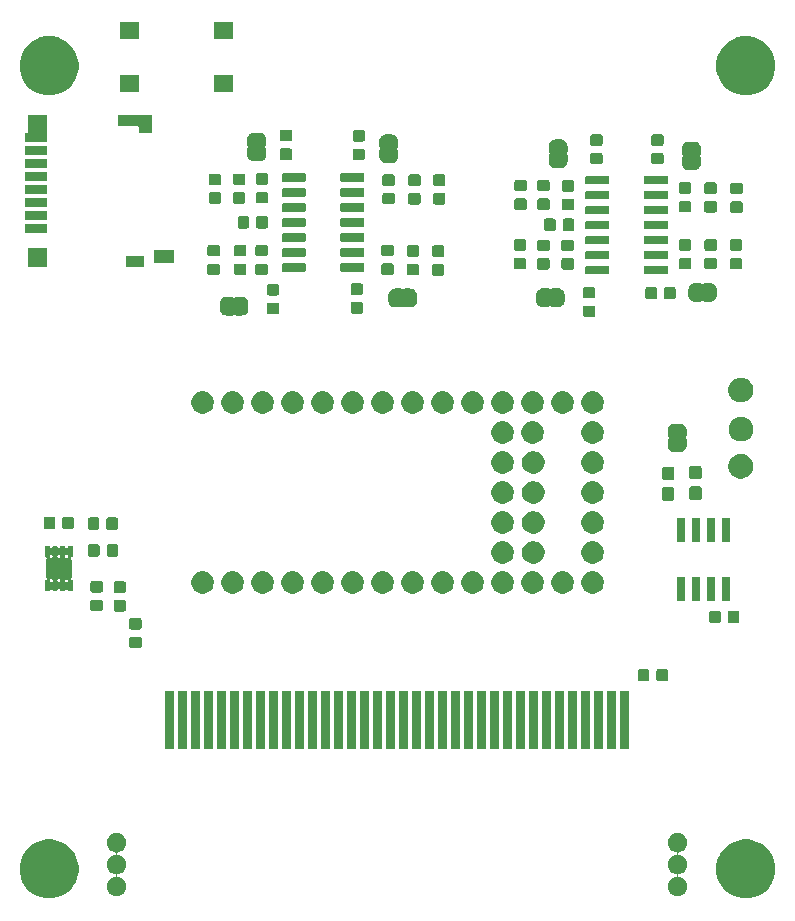
<source format=gts>
G04 #@! TF.GenerationSoftware,KiCad,Pcbnew,(5.1.4)-1*
G04 #@! TF.CreationDate,2020-01-30T13:19:47+01:00*
G04 #@! TF.ProjectId,teensy4_header_breakout,7465656e-7379-4345-9f68-65616465725f,rev?*
G04 #@! TF.SameCoordinates,Original*
G04 #@! TF.FileFunction,Soldermask,Top*
G04 #@! TF.FilePolarity,Negative*
%FSLAX46Y46*%
G04 Gerber Fmt 4.6, Leading zero omitted, Abs format (unit mm)*
G04 Created by KiCad (PCBNEW (5.1.4)-1) date 2020-01-30 13:19:47*
%MOMM*%
%LPD*%
G04 APERTURE LIST*
%ADD10C,0.100000*%
G04 APERTURE END LIST*
D10*
G36*
X173309312Y-140239673D02*
G01*
X173764282Y-140428128D01*
X173764284Y-140428129D01*
X173970405Y-140565855D01*
X174173746Y-140701723D01*
X174521967Y-141049944D01*
X174650446Y-141242227D01*
X174766295Y-141415606D01*
X174795562Y-141459408D01*
X174984017Y-141914378D01*
X175080090Y-142397370D01*
X175080090Y-142889830D01*
X174984017Y-143372822D01*
X174833519Y-143736155D01*
X174795561Y-143827794D01*
X174521966Y-144237257D01*
X174173747Y-144585476D01*
X173764284Y-144859071D01*
X173764283Y-144859072D01*
X173764282Y-144859072D01*
X173309312Y-145047527D01*
X172826320Y-145143600D01*
X172333860Y-145143600D01*
X171850868Y-145047527D01*
X171395898Y-144859072D01*
X171395897Y-144859072D01*
X171395896Y-144859071D01*
X170986433Y-144585476D01*
X170638214Y-144237257D01*
X170364619Y-143827794D01*
X170326661Y-143736155D01*
X170176163Y-143372822D01*
X170080090Y-142889830D01*
X170080090Y-142397370D01*
X170176163Y-141914378D01*
X170364618Y-141459408D01*
X170393886Y-141415606D01*
X170509734Y-141242227D01*
X170638213Y-141049944D01*
X170986434Y-140701723D01*
X171189775Y-140565855D01*
X171395896Y-140428129D01*
X171395898Y-140428128D01*
X171850868Y-140239673D01*
X172333860Y-140143600D01*
X172826320Y-140143600D01*
X173309312Y-140239673D01*
X173309312Y-140239673D01*
G37*
G36*
X114325902Y-140239673D02*
G01*
X114780872Y-140428128D01*
X114780874Y-140428129D01*
X114986995Y-140565855D01*
X115190336Y-140701723D01*
X115538557Y-141049944D01*
X115667036Y-141242227D01*
X115782885Y-141415606D01*
X115812152Y-141459408D01*
X116000607Y-141914378D01*
X116096680Y-142397370D01*
X116096680Y-142889830D01*
X116000607Y-143372822D01*
X115850109Y-143736155D01*
X115812151Y-143827794D01*
X115538556Y-144237257D01*
X115190337Y-144585476D01*
X114780874Y-144859071D01*
X114780873Y-144859072D01*
X114780872Y-144859072D01*
X114325902Y-145047527D01*
X113842910Y-145143600D01*
X113350450Y-145143600D01*
X112867458Y-145047527D01*
X112412488Y-144859072D01*
X112412487Y-144859072D01*
X112412486Y-144859071D01*
X112003023Y-144585476D01*
X111654804Y-144237257D01*
X111381209Y-143827794D01*
X111343251Y-143736155D01*
X111192753Y-143372822D01*
X111096680Y-142889830D01*
X111096680Y-142397370D01*
X111192753Y-141914378D01*
X111381208Y-141459408D01*
X111410476Y-141415606D01*
X111526324Y-141242227D01*
X111654803Y-141049944D01*
X112003024Y-140701723D01*
X112206365Y-140565855D01*
X112412486Y-140428129D01*
X112412488Y-140428128D01*
X112867458Y-140239673D01*
X113350450Y-140143600D01*
X113842910Y-140143600D01*
X114325902Y-140239673D01*
X114325902Y-140239673D01*
G37*
G36*
X167046985Y-139639595D02*
G01*
X167194904Y-139700865D01*
X167194905Y-139700866D01*
X167328030Y-139789817D01*
X167441243Y-139903030D01*
X167441244Y-139903032D01*
X167530195Y-140036156D01*
X167591465Y-140184075D01*
X167622700Y-140341105D01*
X167622700Y-140501215D01*
X167591465Y-140658245D01*
X167530195Y-140806164D01*
X167530194Y-140806165D01*
X167441243Y-140939290D01*
X167328030Y-141052503D01*
X167261015Y-141097281D01*
X167194904Y-141141455D01*
X167046985Y-141202725D01*
X166942224Y-141223563D01*
X166918775Y-141230676D01*
X166897164Y-141242227D01*
X166878222Y-141257772D01*
X166862677Y-141276714D01*
X166851126Y-141298325D01*
X166844013Y-141321774D01*
X166841611Y-141346160D01*
X166844013Y-141370546D01*
X166851126Y-141393995D01*
X166862677Y-141415606D01*
X166878222Y-141434548D01*
X166897164Y-141450093D01*
X166918775Y-141461644D01*
X166942224Y-141468757D01*
X167046985Y-141489595D01*
X167194904Y-141550865D01*
X167194905Y-141550866D01*
X167328030Y-141639817D01*
X167441243Y-141753030D01*
X167441244Y-141753032D01*
X167530195Y-141886156D01*
X167591465Y-142034075D01*
X167622700Y-142191105D01*
X167622700Y-142351215D01*
X167591465Y-142508245D01*
X167530195Y-142656164D01*
X167530194Y-142656165D01*
X167441243Y-142789290D01*
X167328030Y-142902503D01*
X167261015Y-142947281D01*
X167194904Y-142991455D01*
X167046985Y-143052725D01*
X166942224Y-143073563D01*
X166918775Y-143080676D01*
X166897164Y-143092227D01*
X166878222Y-143107772D01*
X166862677Y-143126714D01*
X166851126Y-143148325D01*
X166844013Y-143171774D01*
X166841611Y-143196160D01*
X166844013Y-143220546D01*
X166851126Y-143243995D01*
X166862677Y-143265606D01*
X166878222Y-143284548D01*
X166897164Y-143300093D01*
X166918775Y-143311644D01*
X166942224Y-143318757D01*
X167046985Y-143339595D01*
X167194904Y-143400865D01*
X167194905Y-143400866D01*
X167328030Y-143489817D01*
X167441243Y-143603030D01*
X167441244Y-143603032D01*
X167530195Y-143736156D01*
X167591465Y-143884075D01*
X167622700Y-144041105D01*
X167622700Y-144201215D01*
X167591465Y-144358245D01*
X167530195Y-144506164D01*
X167530194Y-144506165D01*
X167441243Y-144639290D01*
X167328030Y-144752503D01*
X167261015Y-144797281D01*
X167194904Y-144841455D01*
X167046985Y-144902725D01*
X166889955Y-144933960D01*
X166729845Y-144933960D01*
X166572815Y-144902725D01*
X166424896Y-144841455D01*
X166358785Y-144797281D01*
X166291770Y-144752503D01*
X166178557Y-144639290D01*
X166089606Y-144506165D01*
X166089605Y-144506164D01*
X166028335Y-144358245D01*
X165997100Y-144201215D01*
X165997100Y-144041105D01*
X166028335Y-143884075D01*
X166089605Y-143736156D01*
X166178556Y-143603032D01*
X166178557Y-143603030D01*
X166291770Y-143489817D01*
X166424895Y-143400866D01*
X166424896Y-143400865D01*
X166572815Y-143339595D01*
X166677576Y-143318757D01*
X166701025Y-143311644D01*
X166722636Y-143300093D01*
X166741578Y-143284548D01*
X166757123Y-143265606D01*
X166768674Y-143243995D01*
X166775787Y-143220546D01*
X166778189Y-143196160D01*
X166775787Y-143171774D01*
X166768674Y-143148325D01*
X166757123Y-143126714D01*
X166741578Y-143107772D01*
X166722636Y-143092227D01*
X166701025Y-143080676D01*
X166677576Y-143073563D01*
X166572815Y-143052725D01*
X166424896Y-142991455D01*
X166358785Y-142947281D01*
X166291770Y-142902503D01*
X166178557Y-142789290D01*
X166089606Y-142656165D01*
X166089605Y-142656164D01*
X166028335Y-142508245D01*
X165997100Y-142351215D01*
X165997100Y-142191105D01*
X166028335Y-142034075D01*
X166089605Y-141886156D01*
X166178556Y-141753032D01*
X166178557Y-141753030D01*
X166291770Y-141639817D01*
X166424895Y-141550866D01*
X166424896Y-141550865D01*
X166572815Y-141489595D01*
X166677576Y-141468757D01*
X166701025Y-141461644D01*
X166722636Y-141450093D01*
X166741578Y-141434548D01*
X166757123Y-141415606D01*
X166768674Y-141393995D01*
X166775787Y-141370546D01*
X166778189Y-141346160D01*
X166775787Y-141321774D01*
X166768674Y-141298325D01*
X166757123Y-141276714D01*
X166741578Y-141257772D01*
X166722636Y-141242227D01*
X166701025Y-141230676D01*
X166677576Y-141223563D01*
X166572815Y-141202725D01*
X166424896Y-141141455D01*
X166358785Y-141097281D01*
X166291770Y-141052503D01*
X166178557Y-140939290D01*
X166089606Y-140806165D01*
X166089605Y-140806164D01*
X166028335Y-140658245D01*
X165997100Y-140501215D01*
X165997100Y-140341105D01*
X166028335Y-140184075D01*
X166089605Y-140036156D01*
X166178556Y-139903032D01*
X166178557Y-139903030D01*
X166291770Y-139789817D01*
X166424895Y-139700866D01*
X166424896Y-139700865D01*
X166572815Y-139639595D01*
X166729845Y-139608360D01*
X166889955Y-139608360D01*
X167046985Y-139639595D01*
X167046985Y-139639595D01*
G37*
G36*
X119546985Y-139639595D02*
G01*
X119694904Y-139700865D01*
X119694905Y-139700866D01*
X119828030Y-139789817D01*
X119941243Y-139903030D01*
X119941244Y-139903032D01*
X120030195Y-140036156D01*
X120091465Y-140184075D01*
X120122700Y-140341105D01*
X120122700Y-140501215D01*
X120091465Y-140658245D01*
X120030195Y-140806164D01*
X120030194Y-140806165D01*
X119941243Y-140939290D01*
X119828030Y-141052503D01*
X119761015Y-141097281D01*
X119694904Y-141141455D01*
X119546985Y-141202725D01*
X119442224Y-141223563D01*
X119418775Y-141230676D01*
X119397164Y-141242227D01*
X119378222Y-141257772D01*
X119362677Y-141276714D01*
X119351126Y-141298325D01*
X119344013Y-141321774D01*
X119341611Y-141346160D01*
X119344013Y-141370546D01*
X119351126Y-141393995D01*
X119362677Y-141415606D01*
X119378222Y-141434548D01*
X119397164Y-141450093D01*
X119418775Y-141461644D01*
X119442224Y-141468757D01*
X119546985Y-141489595D01*
X119694904Y-141550865D01*
X119694905Y-141550866D01*
X119828030Y-141639817D01*
X119941243Y-141753030D01*
X119941244Y-141753032D01*
X120030195Y-141886156D01*
X120091465Y-142034075D01*
X120122700Y-142191105D01*
X120122700Y-142351215D01*
X120091465Y-142508245D01*
X120030195Y-142656164D01*
X120030194Y-142656165D01*
X119941243Y-142789290D01*
X119828030Y-142902503D01*
X119761015Y-142947281D01*
X119694904Y-142991455D01*
X119546985Y-143052725D01*
X119442224Y-143073563D01*
X119418775Y-143080676D01*
X119397164Y-143092227D01*
X119378222Y-143107772D01*
X119362677Y-143126714D01*
X119351126Y-143148325D01*
X119344013Y-143171774D01*
X119341611Y-143196160D01*
X119344013Y-143220546D01*
X119351126Y-143243995D01*
X119362677Y-143265606D01*
X119378222Y-143284548D01*
X119397164Y-143300093D01*
X119418775Y-143311644D01*
X119442224Y-143318757D01*
X119546985Y-143339595D01*
X119694904Y-143400865D01*
X119694905Y-143400866D01*
X119828030Y-143489817D01*
X119941243Y-143603030D01*
X119941244Y-143603032D01*
X120030195Y-143736156D01*
X120091465Y-143884075D01*
X120122700Y-144041105D01*
X120122700Y-144201215D01*
X120091465Y-144358245D01*
X120030195Y-144506164D01*
X120030194Y-144506165D01*
X119941243Y-144639290D01*
X119828030Y-144752503D01*
X119761015Y-144797281D01*
X119694904Y-144841455D01*
X119546985Y-144902725D01*
X119389955Y-144933960D01*
X119229845Y-144933960D01*
X119072815Y-144902725D01*
X118924896Y-144841455D01*
X118858785Y-144797281D01*
X118791770Y-144752503D01*
X118678557Y-144639290D01*
X118589606Y-144506165D01*
X118589605Y-144506164D01*
X118528335Y-144358245D01*
X118497100Y-144201215D01*
X118497100Y-144041105D01*
X118528335Y-143884075D01*
X118589605Y-143736156D01*
X118678556Y-143603032D01*
X118678557Y-143603030D01*
X118791770Y-143489817D01*
X118924895Y-143400866D01*
X118924896Y-143400865D01*
X119072815Y-143339595D01*
X119177576Y-143318757D01*
X119201025Y-143311644D01*
X119222636Y-143300093D01*
X119241578Y-143284548D01*
X119257123Y-143265606D01*
X119268674Y-143243995D01*
X119275787Y-143220546D01*
X119278189Y-143196160D01*
X119275787Y-143171774D01*
X119268674Y-143148325D01*
X119257123Y-143126714D01*
X119241578Y-143107772D01*
X119222636Y-143092227D01*
X119201025Y-143080676D01*
X119177576Y-143073563D01*
X119072815Y-143052725D01*
X118924896Y-142991455D01*
X118858785Y-142947281D01*
X118791770Y-142902503D01*
X118678557Y-142789290D01*
X118589606Y-142656165D01*
X118589605Y-142656164D01*
X118528335Y-142508245D01*
X118497100Y-142351215D01*
X118497100Y-142191105D01*
X118528335Y-142034075D01*
X118589605Y-141886156D01*
X118678556Y-141753032D01*
X118678557Y-141753030D01*
X118791770Y-141639817D01*
X118924895Y-141550866D01*
X118924896Y-141550865D01*
X119072815Y-141489595D01*
X119177576Y-141468757D01*
X119201025Y-141461644D01*
X119222636Y-141450093D01*
X119241578Y-141434548D01*
X119257123Y-141415606D01*
X119268674Y-141393995D01*
X119275787Y-141370546D01*
X119278189Y-141346160D01*
X119275787Y-141321774D01*
X119268674Y-141298325D01*
X119257123Y-141276714D01*
X119241578Y-141257772D01*
X119222636Y-141242227D01*
X119201025Y-141230676D01*
X119177576Y-141223563D01*
X119072815Y-141202725D01*
X118924896Y-141141455D01*
X118858785Y-141097281D01*
X118791770Y-141052503D01*
X118678557Y-140939290D01*
X118589606Y-140806165D01*
X118589605Y-140806164D01*
X118528335Y-140658245D01*
X118497100Y-140501215D01*
X118497100Y-140341105D01*
X118528335Y-140184075D01*
X118589605Y-140036156D01*
X118678556Y-139903032D01*
X118678557Y-139903030D01*
X118791770Y-139789817D01*
X118924895Y-139700866D01*
X118924896Y-139700865D01*
X119072815Y-139639595D01*
X119229845Y-139608360D01*
X119389955Y-139608360D01*
X119546985Y-139639595D01*
X119546985Y-139639595D01*
G37*
G36*
X148402420Y-132519120D02*
G01*
X147600820Y-132519120D01*
X147600820Y-127617520D01*
X148402420Y-127617520D01*
X148402420Y-132519120D01*
X148402420Y-132519120D01*
G37*
G36*
X147302420Y-132519120D02*
G01*
X146500820Y-132519120D01*
X146500820Y-127617520D01*
X147302420Y-127617520D01*
X147302420Y-132519120D01*
X147302420Y-132519120D01*
G37*
G36*
X156102420Y-132519120D02*
G01*
X155300820Y-132519120D01*
X155300820Y-127617520D01*
X156102420Y-127617520D01*
X156102420Y-132519120D01*
X156102420Y-132519120D01*
G37*
G36*
X155002420Y-132519120D02*
G01*
X154200820Y-132519120D01*
X154200820Y-127617520D01*
X155002420Y-127617520D01*
X155002420Y-132519120D01*
X155002420Y-132519120D01*
G37*
G36*
X153902420Y-132519120D02*
G01*
X153100820Y-132519120D01*
X153100820Y-127617520D01*
X153902420Y-127617520D01*
X153902420Y-132519120D01*
X153902420Y-132519120D01*
G37*
G36*
X152802420Y-132519120D02*
G01*
X152000820Y-132519120D01*
X152000820Y-127617520D01*
X152802420Y-127617520D01*
X152802420Y-132519120D01*
X152802420Y-132519120D01*
G37*
G36*
X151702420Y-132519120D02*
G01*
X150900820Y-132519120D01*
X150900820Y-127617520D01*
X151702420Y-127617520D01*
X151702420Y-132519120D01*
X151702420Y-132519120D01*
G37*
G36*
X150602420Y-132519120D02*
G01*
X149800820Y-132519120D01*
X149800820Y-127617520D01*
X150602420Y-127617520D01*
X150602420Y-132519120D01*
X150602420Y-132519120D01*
G37*
G36*
X149502420Y-132519120D02*
G01*
X148700820Y-132519120D01*
X148700820Y-127617520D01*
X149502420Y-127617520D01*
X149502420Y-132519120D01*
X149502420Y-132519120D01*
G37*
G36*
X138502420Y-132519120D02*
G01*
X137700820Y-132519120D01*
X137700820Y-127617520D01*
X138502420Y-127617520D01*
X138502420Y-132519120D01*
X138502420Y-132519120D01*
G37*
G36*
X157202420Y-132519120D02*
G01*
X156400820Y-132519120D01*
X156400820Y-127617520D01*
X157202420Y-127617520D01*
X157202420Y-132519120D01*
X157202420Y-132519120D01*
G37*
G36*
X146202420Y-132519120D02*
G01*
X145400820Y-132519120D01*
X145400820Y-127617520D01*
X146202420Y-127617520D01*
X146202420Y-132519120D01*
X146202420Y-132519120D01*
G37*
G36*
X145102420Y-132519120D02*
G01*
X144300820Y-132519120D01*
X144300820Y-127617520D01*
X145102420Y-127617520D01*
X145102420Y-132519120D01*
X145102420Y-132519120D01*
G37*
G36*
X144002420Y-132519120D02*
G01*
X143200820Y-132519120D01*
X143200820Y-127617520D01*
X144002420Y-127617520D01*
X144002420Y-132519120D01*
X144002420Y-132519120D01*
G37*
G36*
X142902420Y-132519120D02*
G01*
X142100820Y-132519120D01*
X142100820Y-127617520D01*
X142902420Y-127617520D01*
X142902420Y-132519120D01*
X142902420Y-132519120D01*
G37*
G36*
X141802420Y-132519120D02*
G01*
X141000820Y-132519120D01*
X141000820Y-127617520D01*
X141802420Y-127617520D01*
X141802420Y-132519120D01*
X141802420Y-132519120D01*
G37*
G36*
X140702420Y-132519120D02*
G01*
X139900820Y-132519120D01*
X139900820Y-127617520D01*
X140702420Y-127617520D01*
X140702420Y-132519120D01*
X140702420Y-132519120D01*
G37*
G36*
X139602420Y-132519120D02*
G01*
X138800820Y-132519120D01*
X138800820Y-127617520D01*
X139602420Y-127617520D01*
X139602420Y-132519120D01*
X139602420Y-132519120D01*
G37*
G36*
X161602420Y-132519120D02*
G01*
X160800820Y-132519120D01*
X160800820Y-127617520D01*
X161602420Y-127617520D01*
X161602420Y-132519120D01*
X161602420Y-132519120D01*
G37*
G36*
X126402420Y-132519120D02*
G01*
X125600820Y-132519120D01*
X125600820Y-127617520D01*
X126402420Y-127617520D01*
X126402420Y-132519120D01*
X126402420Y-132519120D01*
G37*
G36*
X136302420Y-132519120D02*
G01*
X135500820Y-132519120D01*
X135500820Y-127617520D01*
X136302420Y-127617520D01*
X136302420Y-132519120D01*
X136302420Y-132519120D01*
G37*
G36*
X135202420Y-132519120D02*
G01*
X134400820Y-132519120D01*
X134400820Y-127617520D01*
X135202420Y-127617520D01*
X135202420Y-132519120D01*
X135202420Y-132519120D01*
G37*
G36*
X134102420Y-132519120D02*
G01*
X133300820Y-132519120D01*
X133300820Y-127617520D01*
X134102420Y-127617520D01*
X134102420Y-132519120D01*
X134102420Y-132519120D01*
G37*
G36*
X133002420Y-132519120D02*
G01*
X132200820Y-132519120D01*
X132200820Y-127617520D01*
X133002420Y-127617520D01*
X133002420Y-132519120D01*
X133002420Y-132519120D01*
G37*
G36*
X131902420Y-132519120D02*
G01*
X131100820Y-132519120D01*
X131100820Y-127617520D01*
X131902420Y-127617520D01*
X131902420Y-132519120D01*
X131902420Y-132519120D01*
G37*
G36*
X130802420Y-132519120D02*
G01*
X130000820Y-132519120D01*
X130000820Y-127617520D01*
X130802420Y-127617520D01*
X130802420Y-132519120D01*
X130802420Y-132519120D01*
G37*
G36*
X129702420Y-132519120D02*
G01*
X128900820Y-132519120D01*
X128900820Y-127617520D01*
X129702420Y-127617520D01*
X129702420Y-132519120D01*
X129702420Y-132519120D01*
G37*
G36*
X128602420Y-132519120D02*
G01*
X127800820Y-132519120D01*
X127800820Y-127617520D01*
X128602420Y-127617520D01*
X128602420Y-132519120D01*
X128602420Y-132519120D01*
G37*
G36*
X127502420Y-132519120D02*
G01*
X126700820Y-132519120D01*
X126700820Y-127617520D01*
X127502420Y-127617520D01*
X127502420Y-132519120D01*
X127502420Y-132519120D01*
G37*
G36*
X137402420Y-132519120D02*
G01*
X136600820Y-132519120D01*
X136600820Y-127617520D01*
X137402420Y-127617520D01*
X137402420Y-132519120D01*
X137402420Y-132519120D01*
G37*
G36*
X125302420Y-132519120D02*
G01*
X124500820Y-132519120D01*
X124500820Y-127617520D01*
X125302420Y-127617520D01*
X125302420Y-132519120D01*
X125302420Y-132519120D01*
G37*
G36*
X124202420Y-132519120D02*
G01*
X123400820Y-132519120D01*
X123400820Y-127617520D01*
X124202420Y-127617520D01*
X124202420Y-132519120D01*
X124202420Y-132519120D01*
G37*
G36*
X158302420Y-132519120D02*
G01*
X157500820Y-132519120D01*
X157500820Y-127617520D01*
X158302420Y-127617520D01*
X158302420Y-132519120D01*
X158302420Y-132519120D01*
G37*
G36*
X159402420Y-132519120D02*
G01*
X158600820Y-132519120D01*
X158600820Y-127617520D01*
X159402420Y-127617520D01*
X159402420Y-132519120D01*
X159402420Y-132519120D01*
G37*
G36*
X160502420Y-132519120D02*
G01*
X159700820Y-132519120D01*
X159700820Y-127617520D01*
X160502420Y-127617520D01*
X160502420Y-132519120D01*
X160502420Y-132519120D01*
G37*
G36*
X162702420Y-132519120D02*
G01*
X161900820Y-132519120D01*
X161900820Y-127617520D01*
X162702420Y-127617520D01*
X162702420Y-132519120D01*
X162702420Y-132519120D01*
G37*
G36*
X164278648Y-125713743D02*
G01*
X164312613Y-125724046D01*
X164343914Y-125740777D01*
X164371348Y-125763292D01*
X164393863Y-125790726D01*
X164410594Y-125822027D01*
X164420897Y-125855992D01*
X164424980Y-125897450D01*
X164424980Y-126573470D01*
X164420897Y-126614928D01*
X164410594Y-126648893D01*
X164393863Y-126680194D01*
X164371348Y-126707628D01*
X164343914Y-126730143D01*
X164312613Y-126746874D01*
X164278648Y-126757177D01*
X164237190Y-126761260D01*
X163636170Y-126761260D01*
X163594712Y-126757177D01*
X163560747Y-126746874D01*
X163529446Y-126730143D01*
X163502012Y-126707628D01*
X163479497Y-126680194D01*
X163462766Y-126648893D01*
X163452463Y-126614928D01*
X163448380Y-126573470D01*
X163448380Y-125897450D01*
X163452463Y-125855992D01*
X163462766Y-125822027D01*
X163479497Y-125790726D01*
X163502012Y-125763292D01*
X163529446Y-125740777D01*
X163560747Y-125724046D01*
X163594712Y-125713743D01*
X163636170Y-125709660D01*
X164237190Y-125709660D01*
X164278648Y-125713743D01*
X164278648Y-125713743D01*
G37*
G36*
X165853648Y-125713743D02*
G01*
X165887613Y-125724046D01*
X165918914Y-125740777D01*
X165946348Y-125763292D01*
X165968863Y-125790726D01*
X165985594Y-125822027D01*
X165995897Y-125855992D01*
X165999980Y-125897450D01*
X165999980Y-126573470D01*
X165995897Y-126614928D01*
X165985594Y-126648893D01*
X165968863Y-126680194D01*
X165946348Y-126707628D01*
X165918914Y-126730143D01*
X165887613Y-126746874D01*
X165853648Y-126757177D01*
X165812190Y-126761260D01*
X165211170Y-126761260D01*
X165169712Y-126757177D01*
X165135747Y-126746874D01*
X165104446Y-126730143D01*
X165077012Y-126707628D01*
X165054497Y-126680194D01*
X165037766Y-126648893D01*
X165027463Y-126614928D01*
X165023380Y-126573470D01*
X165023380Y-125897450D01*
X165027463Y-125855992D01*
X165037766Y-125822027D01*
X165054497Y-125790726D01*
X165077012Y-125763292D01*
X165104446Y-125740777D01*
X165135747Y-125724046D01*
X165169712Y-125713743D01*
X165211170Y-125709660D01*
X165812190Y-125709660D01*
X165853648Y-125713743D01*
X165853648Y-125713743D01*
G37*
G36*
X121288548Y-122985183D02*
G01*
X121322513Y-122995486D01*
X121353814Y-123012217D01*
X121381248Y-123034732D01*
X121403763Y-123062166D01*
X121420494Y-123093467D01*
X121430797Y-123127432D01*
X121434880Y-123168890D01*
X121434880Y-123769910D01*
X121430797Y-123811368D01*
X121420494Y-123845333D01*
X121403763Y-123876634D01*
X121381248Y-123904068D01*
X121353814Y-123926583D01*
X121322513Y-123943314D01*
X121288548Y-123953617D01*
X121247090Y-123957700D01*
X120571070Y-123957700D01*
X120529612Y-123953617D01*
X120495647Y-123943314D01*
X120464346Y-123926583D01*
X120436912Y-123904068D01*
X120414397Y-123876634D01*
X120397666Y-123845333D01*
X120387363Y-123811368D01*
X120383280Y-123769910D01*
X120383280Y-123168890D01*
X120387363Y-123127432D01*
X120397666Y-123093467D01*
X120414397Y-123062166D01*
X120436912Y-123034732D01*
X120464346Y-123012217D01*
X120495647Y-122995486D01*
X120529612Y-122985183D01*
X120571070Y-122981100D01*
X121247090Y-122981100D01*
X121288548Y-122985183D01*
X121288548Y-122985183D01*
G37*
G36*
X121288548Y-121410183D02*
G01*
X121322513Y-121420486D01*
X121353814Y-121437217D01*
X121381248Y-121459732D01*
X121403763Y-121487166D01*
X121420494Y-121518467D01*
X121430797Y-121552432D01*
X121434880Y-121593890D01*
X121434880Y-122194910D01*
X121430797Y-122236368D01*
X121420494Y-122270333D01*
X121403763Y-122301634D01*
X121381248Y-122329068D01*
X121353814Y-122351583D01*
X121322513Y-122368314D01*
X121288548Y-122378617D01*
X121247090Y-122382700D01*
X120571070Y-122382700D01*
X120529612Y-122378617D01*
X120495647Y-122368314D01*
X120464346Y-122351583D01*
X120436912Y-122329068D01*
X120414397Y-122301634D01*
X120397666Y-122270333D01*
X120387363Y-122236368D01*
X120383280Y-122194910D01*
X120383280Y-121593890D01*
X120387363Y-121552432D01*
X120397666Y-121518467D01*
X120414397Y-121487166D01*
X120436912Y-121459732D01*
X120464346Y-121437217D01*
X120495647Y-121420486D01*
X120529612Y-121410183D01*
X120571070Y-121406100D01*
X121247090Y-121406100D01*
X121288548Y-121410183D01*
X121288548Y-121410183D01*
G37*
G36*
X171893568Y-120783603D02*
G01*
X171927533Y-120793906D01*
X171958834Y-120810637D01*
X171986268Y-120833152D01*
X172008783Y-120860586D01*
X172025514Y-120891887D01*
X172035817Y-120925852D01*
X172039900Y-120967310D01*
X172039900Y-121643330D01*
X172035817Y-121684788D01*
X172025514Y-121718753D01*
X172008783Y-121750054D01*
X171986268Y-121777488D01*
X171958834Y-121800003D01*
X171927533Y-121816734D01*
X171893568Y-121827037D01*
X171852110Y-121831120D01*
X171251090Y-121831120D01*
X171209632Y-121827037D01*
X171175667Y-121816734D01*
X171144366Y-121800003D01*
X171116932Y-121777488D01*
X171094417Y-121750054D01*
X171077686Y-121718753D01*
X171067383Y-121684788D01*
X171063300Y-121643330D01*
X171063300Y-120967310D01*
X171067383Y-120925852D01*
X171077686Y-120891887D01*
X171094417Y-120860586D01*
X171116932Y-120833152D01*
X171144366Y-120810637D01*
X171175667Y-120793906D01*
X171209632Y-120783603D01*
X171251090Y-120779520D01*
X171852110Y-120779520D01*
X171893568Y-120783603D01*
X171893568Y-120783603D01*
G37*
G36*
X170318568Y-120783603D02*
G01*
X170352533Y-120793906D01*
X170383834Y-120810637D01*
X170411268Y-120833152D01*
X170433783Y-120860586D01*
X170450514Y-120891887D01*
X170460817Y-120925852D01*
X170464900Y-120967310D01*
X170464900Y-121643330D01*
X170460817Y-121684788D01*
X170450514Y-121718753D01*
X170433783Y-121750054D01*
X170411268Y-121777488D01*
X170383834Y-121800003D01*
X170352533Y-121816734D01*
X170318568Y-121827037D01*
X170277110Y-121831120D01*
X169676090Y-121831120D01*
X169634632Y-121827037D01*
X169600667Y-121816734D01*
X169569366Y-121800003D01*
X169541932Y-121777488D01*
X169519417Y-121750054D01*
X169502686Y-121718753D01*
X169492383Y-121684788D01*
X169488300Y-121643330D01*
X169488300Y-120967310D01*
X169492383Y-120925852D01*
X169502686Y-120891887D01*
X169519417Y-120860586D01*
X169541932Y-120833152D01*
X169569366Y-120810637D01*
X169600667Y-120793906D01*
X169634632Y-120783603D01*
X169676090Y-120779520D01*
X170277110Y-120779520D01*
X170318568Y-120783603D01*
X170318568Y-120783603D01*
G37*
G36*
X119960128Y-119876423D02*
G01*
X119994093Y-119886726D01*
X120025394Y-119903457D01*
X120052828Y-119925972D01*
X120075343Y-119953406D01*
X120092074Y-119984707D01*
X120102377Y-120018672D01*
X120106460Y-120060130D01*
X120106460Y-120661150D01*
X120102377Y-120702608D01*
X120092074Y-120736573D01*
X120075343Y-120767874D01*
X120052828Y-120795308D01*
X120025394Y-120817823D01*
X119994093Y-120834554D01*
X119960128Y-120844857D01*
X119918670Y-120848940D01*
X119242650Y-120848940D01*
X119201192Y-120844857D01*
X119167227Y-120834554D01*
X119135926Y-120817823D01*
X119108492Y-120795308D01*
X119085977Y-120767874D01*
X119069246Y-120736573D01*
X119058943Y-120702608D01*
X119054860Y-120661150D01*
X119054860Y-120060130D01*
X119058943Y-120018672D01*
X119069246Y-119984707D01*
X119085977Y-119953406D01*
X119108492Y-119925972D01*
X119135926Y-119903457D01*
X119167227Y-119886726D01*
X119201192Y-119876423D01*
X119242650Y-119872340D01*
X119918670Y-119872340D01*
X119960128Y-119876423D01*
X119960128Y-119876423D01*
G37*
G36*
X118004328Y-119840863D02*
G01*
X118038293Y-119851166D01*
X118069594Y-119867897D01*
X118097028Y-119890412D01*
X118119543Y-119917846D01*
X118136274Y-119949147D01*
X118146577Y-119983112D01*
X118150660Y-120024570D01*
X118150660Y-120625590D01*
X118146577Y-120667048D01*
X118136274Y-120701013D01*
X118119543Y-120732314D01*
X118097028Y-120759748D01*
X118069594Y-120782263D01*
X118038293Y-120798994D01*
X118004328Y-120809297D01*
X117962870Y-120813380D01*
X117286850Y-120813380D01*
X117245392Y-120809297D01*
X117211427Y-120798994D01*
X117180126Y-120782263D01*
X117152692Y-120759748D01*
X117130177Y-120732314D01*
X117113446Y-120701013D01*
X117103143Y-120667048D01*
X117099060Y-120625590D01*
X117099060Y-120024570D01*
X117103143Y-119983112D01*
X117113446Y-119949147D01*
X117130177Y-119917846D01*
X117152692Y-119890412D01*
X117180126Y-119867897D01*
X117211427Y-119851166D01*
X117245392Y-119840863D01*
X117286850Y-119836780D01*
X117962870Y-119836780D01*
X118004328Y-119840863D01*
X118004328Y-119840863D01*
G37*
G36*
X169901329Y-117898262D02*
G01*
X169922392Y-117904652D01*
X169941809Y-117915030D01*
X169958825Y-117928995D01*
X169972790Y-117946011D01*
X169983168Y-117965428D01*
X169989558Y-117986491D01*
X169992320Y-118014540D01*
X169992320Y-119828060D01*
X169989558Y-119856109D01*
X169983168Y-119877172D01*
X169972790Y-119896589D01*
X169958825Y-119913605D01*
X169941809Y-119927570D01*
X169922392Y-119937948D01*
X169901329Y-119944338D01*
X169873280Y-119947100D01*
X169409760Y-119947100D01*
X169381711Y-119944338D01*
X169360648Y-119937948D01*
X169341231Y-119927570D01*
X169324215Y-119913605D01*
X169310250Y-119896589D01*
X169299872Y-119877172D01*
X169293482Y-119856109D01*
X169290720Y-119828060D01*
X169290720Y-118014540D01*
X169293482Y-117986491D01*
X169299872Y-117965428D01*
X169310250Y-117946011D01*
X169324215Y-117928995D01*
X169341231Y-117915030D01*
X169360648Y-117904652D01*
X169381711Y-117898262D01*
X169409760Y-117895500D01*
X169873280Y-117895500D01*
X169901329Y-117898262D01*
X169901329Y-117898262D01*
G37*
G36*
X171171329Y-117898262D02*
G01*
X171192392Y-117904652D01*
X171211809Y-117915030D01*
X171228825Y-117928995D01*
X171242790Y-117946011D01*
X171253168Y-117965428D01*
X171259558Y-117986491D01*
X171262320Y-118014540D01*
X171262320Y-119828060D01*
X171259558Y-119856109D01*
X171253168Y-119877172D01*
X171242790Y-119896589D01*
X171228825Y-119913605D01*
X171211809Y-119927570D01*
X171192392Y-119937948D01*
X171171329Y-119944338D01*
X171143280Y-119947100D01*
X170679760Y-119947100D01*
X170651711Y-119944338D01*
X170630648Y-119937948D01*
X170611231Y-119927570D01*
X170594215Y-119913605D01*
X170580250Y-119896589D01*
X170569872Y-119877172D01*
X170563482Y-119856109D01*
X170560720Y-119828060D01*
X170560720Y-118014540D01*
X170563482Y-117986491D01*
X170569872Y-117965428D01*
X170580250Y-117946011D01*
X170594215Y-117928995D01*
X170611231Y-117915030D01*
X170630648Y-117904652D01*
X170651711Y-117898262D01*
X170679760Y-117895500D01*
X171143280Y-117895500D01*
X171171329Y-117898262D01*
X171171329Y-117898262D01*
G37*
G36*
X168631329Y-117898262D02*
G01*
X168652392Y-117904652D01*
X168671809Y-117915030D01*
X168688825Y-117928995D01*
X168702790Y-117946011D01*
X168713168Y-117965428D01*
X168719558Y-117986491D01*
X168722320Y-118014540D01*
X168722320Y-119828060D01*
X168719558Y-119856109D01*
X168713168Y-119877172D01*
X168702790Y-119896589D01*
X168688825Y-119913605D01*
X168671809Y-119927570D01*
X168652392Y-119937948D01*
X168631329Y-119944338D01*
X168603280Y-119947100D01*
X168139760Y-119947100D01*
X168111711Y-119944338D01*
X168090648Y-119937948D01*
X168071231Y-119927570D01*
X168054215Y-119913605D01*
X168040250Y-119896589D01*
X168029872Y-119877172D01*
X168023482Y-119856109D01*
X168020720Y-119828060D01*
X168020720Y-118014540D01*
X168023482Y-117986491D01*
X168029872Y-117965428D01*
X168040250Y-117946011D01*
X168054215Y-117928995D01*
X168071231Y-117915030D01*
X168090648Y-117904652D01*
X168111711Y-117898262D01*
X168139760Y-117895500D01*
X168603280Y-117895500D01*
X168631329Y-117898262D01*
X168631329Y-117898262D01*
G37*
G36*
X167361329Y-117898262D02*
G01*
X167382392Y-117904652D01*
X167401809Y-117915030D01*
X167418825Y-117928995D01*
X167432790Y-117946011D01*
X167443168Y-117965428D01*
X167449558Y-117986491D01*
X167452320Y-118014540D01*
X167452320Y-119828060D01*
X167449558Y-119856109D01*
X167443168Y-119877172D01*
X167432790Y-119896589D01*
X167418825Y-119913605D01*
X167401809Y-119927570D01*
X167382392Y-119937948D01*
X167361329Y-119944338D01*
X167333280Y-119947100D01*
X166869760Y-119947100D01*
X166841711Y-119944338D01*
X166820648Y-119937948D01*
X166801231Y-119927570D01*
X166784215Y-119913605D01*
X166770250Y-119896589D01*
X166759872Y-119877172D01*
X166753482Y-119856109D01*
X166750720Y-119828060D01*
X166750720Y-118014540D01*
X166753482Y-117986491D01*
X166759872Y-117965428D01*
X166770250Y-117946011D01*
X166784215Y-117928995D01*
X166801231Y-117915030D01*
X166820648Y-117904652D01*
X166841711Y-117898262D01*
X166869760Y-117895500D01*
X167333280Y-117895500D01*
X167361329Y-117898262D01*
X167361329Y-117898262D01*
G37*
G36*
X159893478Y-117467518D02*
G01*
X160066513Y-117539192D01*
X160222240Y-117643245D01*
X160354675Y-117775680D01*
X160458728Y-117931407D01*
X160530402Y-118104442D01*
X160566940Y-118288134D01*
X160566940Y-118475426D01*
X160530402Y-118659118D01*
X160458728Y-118832153D01*
X160354675Y-118987880D01*
X160222240Y-119120315D01*
X160066513Y-119224368D01*
X159893478Y-119296042D01*
X159709786Y-119332580D01*
X159522494Y-119332580D01*
X159338802Y-119296042D01*
X159165767Y-119224368D01*
X159010040Y-119120315D01*
X158877605Y-118987880D01*
X158773552Y-118832153D01*
X158701878Y-118659118D01*
X158665340Y-118475426D01*
X158665340Y-118288134D01*
X158701878Y-118104442D01*
X158773552Y-117931407D01*
X158877605Y-117775680D01*
X159010040Y-117643245D01*
X159165767Y-117539192D01*
X159338802Y-117467518D01*
X159522494Y-117430980D01*
X159709786Y-117430980D01*
X159893478Y-117467518D01*
X159893478Y-117467518D01*
G37*
G36*
X154813478Y-117467518D02*
G01*
X154986513Y-117539192D01*
X155142240Y-117643245D01*
X155274675Y-117775680D01*
X155378728Y-117931407D01*
X155450402Y-118104442D01*
X155486940Y-118288134D01*
X155486940Y-118475426D01*
X155450402Y-118659118D01*
X155378728Y-118832153D01*
X155274675Y-118987880D01*
X155142240Y-119120315D01*
X154986513Y-119224368D01*
X154813478Y-119296042D01*
X154629786Y-119332580D01*
X154442494Y-119332580D01*
X154258802Y-119296042D01*
X154085767Y-119224368D01*
X153930040Y-119120315D01*
X153797605Y-118987880D01*
X153693552Y-118832153D01*
X153621878Y-118659118D01*
X153585340Y-118475426D01*
X153585340Y-118288134D01*
X153621878Y-118104442D01*
X153693552Y-117931407D01*
X153797605Y-117775680D01*
X153930040Y-117643245D01*
X154085767Y-117539192D01*
X154258802Y-117467518D01*
X154442494Y-117430980D01*
X154629786Y-117430980D01*
X154813478Y-117467518D01*
X154813478Y-117467518D01*
G37*
G36*
X157353478Y-117467518D02*
G01*
X157526513Y-117539192D01*
X157682240Y-117643245D01*
X157814675Y-117775680D01*
X157918728Y-117931407D01*
X157990402Y-118104442D01*
X158026940Y-118288134D01*
X158026940Y-118475426D01*
X157990402Y-118659118D01*
X157918728Y-118832153D01*
X157814675Y-118987880D01*
X157682240Y-119120315D01*
X157526513Y-119224368D01*
X157353478Y-119296042D01*
X157169786Y-119332580D01*
X156982494Y-119332580D01*
X156798802Y-119296042D01*
X156625767Y-119224368D01*
X156470040Y-119120315D01*
X156337605Y-118987880D01*
X156233552Y-118832153D01*
X156161878Y-118659118D01*
X156125340Y-118475426D01*
X156125340Y-118288134D01*
X156161878Y-118104442D01*
X156233552Y-117931407D01*
X156337605Y-117775680D01*
X156470040Y-117643245D01*
X156625767Y-117539192D01*
X156798802Y-117467518D01*
X156982494Y-117430980D01*
X157169786Y-117430980D01*
X157353478Y-117467518D01*
X157353478Y-117467518D01*
G37*
G36*
X152273478Y-117467518D02*
G01*
X152446513Y-117539192D01*
X152602240Y-117643245D01*
X152734675Y-117775680D01*
X152838728Y-117931407D01*
X152910402Y-118104442D01*
X152946940Y-118288134D01*
X152946940Y-118475426D01*
X152910402Y-118659118D01*
X152838728Y-118832153D01*
X152734675Y-118987880D01*
X152602240Y-119120315D01*
X152446513Y-119224368D01*
X152273478Y-119296042D01*
X152089786Y-119332580D01*
X151902494Y-119332580D01*
X151718802Y-119296042D01*
X151545767Y-119224368D01*
X151390040Y-119120315D01*
X151257605Y-118987880D01*
X151153552Y-118832153D01*
X151081878Y-118659118D01*
X151045340Y-118475426D01*
X151045340Y-118288134D01*
X151081878Y-118104442D01*
X151153552Y-117931407D01*
X151257605Y-117775680D01*
X151390040Y-117643245D01*
X151545767Y-117539192D01*
X151718802Y-117467518D01*
X151902494Y-117430980D01*
X152089786Y-117430980D01*
X152273478Y-117467518D01*
X152273478Y-117467518D01*
G37*
G36*
X149733478Y-117467518D02*
G01*
X149906513Y-117539192D01*
X150062240Y-117643245D01*
X150194675Y-117775680D01*
X150298728Y-117931407D01*
X150370402Y-118104442D01*
X150406940Y-118288134D01*
X150406940Y-118475426D01*
X150370402Y-118659118D01*
X150298728Y-118832153D01*
X150194675Y-118987880D01*
X150062240Y-119120315D01*
X149906513Y-119224368D01*
X149733478Y-119296042D01*
X149549786Y-119332580D01*
X149362494Y-119332580D01*
X149178802Y-119296042D01*
X149005767Y-119224368D01*
X148850040Y-119120315D01*
X148717605Y-118987880D01*
X148613552Y-118832153D01*
X148541878Y-118659118D01*
X148505340Y-118475426D01*
X148505340Y-118288134D01*
X148541878Y-118104442D01*
X148613552Y-117931407D01*
X148717605Y-117775680D01*
X148850040Y-117643245D01*
X149005767Y-117539192D01*
X149178802Y-117467518D01*
X149362494Y-117430980D01*
X149549786Y-117430980D01*
X149733478Y-117467518D01*
X149733478Y-117467518D01*
G37*
G36*
X144653478Y-117467518D02*
G01*
X144826513Y-117539192D01*
X144982240Y-117643245D01*
X145114675Y-117775680D01*
X145218728Y-117931407D01*
X145290402Y-118104442D01*
X145326940Y-118288134D01*
X145326940Y-118475426D01*
X145290402Y-118659118D01*
X145218728Y-118832153D01*
X145114675Y-118987880D01*
X144982240Y-119120315D01*
X144826513Y-119224368D01*
X144653478Y-119296042D01*
X144469786Y-119332580D01*
X144282494Y-119332580D01*
X144098802Y-119296042D01*
X143925767Y-119224368D01*
X143770040Y-119120315D01*
X143637605Y-118987880D01*
X143533552Y-118832153D01*
X143461878Y-118659118D01*
X143425340Y-118475426D01*
X143425340Y-118288134D01*
X143461878Y-118104442D01*
X143533552Y-117931407D01*
X143637605Y-117775680D01*
X143770040Y-117643245D01*
X143925767Y-117539192D01*
X144098802Y-117467518D01*
X144282494Y-117430980D01*
X144469786Y-117430980D01*
X144653478Y-117467518D01*
X144653478Y-117467518D01*
G37*
G36*
X142113478Y-117467518D02*
G01*
X142286513Y-117539192D01*
X142442240Y-117643245D01*
X142574675Y-117775680D01*
X142678728Y-117931407D01*
X142750402Y-118104442D01*
X142786940Y-118288134D01*
X142786940Y-118475426D01*
X142750402Y-118659118D01*
X142678728Y-118832153D01*
X142574675Y-118987880D01*
X142442240Y-119120315D01*
X142286513Y-119224368D01*
X142113478Y-119296042D01*
X141929786Y-119332580D01*
X141742494Y-119332580D01*
X141558802Y-119296042D01*
X141385767Y-119224368D01*
X141230040Y-119120315D01*
X141097605Y-118987880D01*
X140993552Y-118832153D01*
X140921878Y-118659118D01*
X140885340Y-118475426D01*
X140885340Y-118288134D01*
X140921878Y-118104442D01*
X140993552Y-117931407D01*
X141097605Y-117775680D01*
X141230040Y-117643245D01*
X141385767Y-117539192D01*
X141558802Y-117467518D01*
X141742494Y-117430980D01*
X141929786Y-117430980D01*
X142113478Y-117467518D01*
X142113478Y-117467518D01*
G37*
G36*
X137033478Y-117467518D02*
G01*
X137206513Y-117539192D01*
X137362240Y-117643245D01*
X137494675Y-117775680D01*
X137598728Y-117931407D01*
X137670402Y-118104442D01*
X137706940Y-118288134D01*
X137706940Y-118475426D01*
X137670402Y-118659118D01*
X137598728Y-118832153D01*
X137494675Y-118987880D01*
X137362240Y-119120315D01*
X137206513Y-119224368D01*
X137033478Y-119296042D01*
X136849786Y-119332580D01*
X136662494Y-119332580D01*
X136478802Y-119296042D01*
X136305767Y-119224368D01*
X136150040Y-119120315D01*
X136017605Y-118987880D01*
X135913552Y-118832153D01*
X135841878Y-118659118D01*
X135805340Y-118475426D01*
X135805340Y-118288134D01*
X135841878Y-118104442D01*
X135913552Y-117931407D01*
X136017605Y-117775680D01*
X136150040Y-117643245D01*
X136305767Y-117539192D01*
X136478802Y-117467518D01*
X136662494Y-117430980D01*
X136849786Y-117430980D01*
X137033478Y-117467518D01*
X137033478Y-117467518D01*
G37*
G36*
X134493478Y-117467518D02*
G01*
X134666513Y-117539192D01*
X134822240Y-117643245D01*
X134954675Y-117775680D01*
X135058728Y-117931407D01*
X135130402Y-118104442D01*
X135166940Y-118288134D01*
X135166940Y-118475426D01*
X135130402Y-118659118D01*
X135058728Y-118832153D01*
X134954675Y-118987880D01*
X134822240Y-119120315D01*
X134666513Y-119224368D01*
X134493478Y-119296042D01*
X134309786Y-119332580D01*
X134122494Y-119332580D01*
X133938802Y-119296042D01*
X133765767Y-119224368D01*
X133610040Y-119120315D01*
X133477605Y-118987880D01*
X133373552Y-118832153D01*
X133301878Y-118659118D01*
X133265340Y-118475426D01*
X133265340Y-118288134D01*
X133301878Y-118104442D01*
X133373552Y-117931407D01*
X133477605Y-117775680D01*
X133610040Y-117643245D01*
X133765767Y-117539192D01*
X133938802Y-117467518D01*
X134122494Y-117430980D01*
X134309786Y-117430980D01*
X134493478Y-117467518D01*
X134493478Y-117467518D01*
G37*
G36*
X131953478Y-117467518D02*
G01*
X132126513Y-117539192D01*
X132282240Y-117643245D01*
X132414675Y-117775680D01*
X132518728Y-117931407D01*
X132590402Y-118104442D01*
X132626940Y-118288134D01*
X132626940Y-118475426D01*
X132590402Y-118659118D01*
X132518728Y-118832153D01*
X132414675Y-118987880D01*
X132282240Y-119120315D01*
X132126513Y-119224368D01*
X131953478Y-119296042D01*
X131769786Y-119332580D01*
X131582494Y-119332580D01*
X131398802Y-119296042D01*
X131225767Y-119224368D01*
X131070040Y-119120315D01*
X130937605Y-118987880D01*
X130833552Y-118832153D01*
X130761878Y-118659118D01*
X130725340Y-118475426D01*
X130725340Y-118288134D01*
X130761878Y-118104442D01*
X130833552Y-117931407D01*
X130937605Y-117775680D01*
X131070040Y-117643245D01*
X131225767Y-117539192D01*
X131398802Y-117467518D01*
X131582494Y-117430980D01*
X131769786Y-117430980D01*
X131953478Y-117467518D01*
X131953478Y-117467518D01*
G37*
G36*
X129413478Y-117467518D02*
G01*
X129586513Y-117539192D01*
X129742240Y-117643245D01*
X129874675Y-117775680D01*
X129978728Y-117931407D01*
X130050402Y-118104442D01*
X130086940Y-118288134D01*
X130086940Y-118475426D01*
X130050402Y-118659118D01*
X129978728Y-118832153D01*
X129874675Y-118987880D01*
X129742240Y-119120315D01*
X129586513Y-119224368D01*
X129413478Y-119296042D01*
X129229786Y-119332580D01*
X129042494Y-119332580D01*
X128858802Y-119296042D01*
X128685767Y-119224368D01*
X128530040Y-119120315D01*
X128397605Y-118987880D01*
X128293552Y-118832153D01*
X128221878Y-118659118D01*
X128185340Y-118475426D01*
X128185340Y-118288134D01*
X128221878Y-118104442D01*
X128293552Y-117931407D01*
X128397605Y-117775680D01*
X128530040Y-117643245D01*
X128685767Y-117539192D01*
X128858802Y-117467518D01*
X129042494Y-117430980D01*
X129229786Y-117430980D01*
X129413478Y-117467518D01*
X129413478Y-117467518D01*
G37*
G36*
X126873478Y-117467518D02*
G01*
X127046513Y-117539192D01*
X127202240Y-117643245D01*
X127334675Y-117775680D01*
X127438728Y-117931407D01*
X127510402Y-118104442D01*
X127546940Y-118288134D01*
X127546940Y-118475426D01*
X127510402Y-118659118D01*
X127438728Y-118832153D01*
X127334675Y-118987880D01*
X127202240Y-119120315D01*
X127046513Y-119224368D01*
X126873478Y-119296042D01*
X126689786Y-119332580D01*
X126502494Y-119332580D01*
X126318802Y-119296042D01*
X126145767Y-119224368D01*
X125990040Y-119120315D01*
X125857605Y-118987880D01*
X125753552Y-118832153D01*
X125681878Y-118659118D01*
X125645340Y-118475426D01*
X125645340Y-118288134D01*
X125681878Y-118104442D01*
X125753552Y-117931407D01*
X125857605Y-117775680D01*
X125990040Y-117643245D01*
X126145767Y-117539192D01*
X126318802Y-117467518D01*
X126502494Y-117430980D01*
X126689786Y-117430980D01*
X126873478Y-117467518D01*
X126873478Y-117467518D01*
G37*
G36*
X147193478Y-117467518D02*
G01*
X147366513Y-117539192D01*
X147522240Y-117643245D01*
X147654675Y-117775680D01*
X147758728Y-117931407D01*
X147830402Y-118104442D01*
X147866940Y-118288134D01*
X147866940Y-118475426D01*
X147830402Y-118659118D01*
X147758728Y-118832153D01*
X147654675Y-118987880D01*
X147522240Y-119120315D01*
X147366513Y-119224368D01*
X147193478Y-119296042D01*
X147009786Y-119332580D01*
X146822494Y-119332580D01*
X146638802Y-119296042D01*
X146465767Y-119224368D01*
X146310040Y-119120315D01*
X146177605Y-118987880D01*
X146073552Y-118832153D01*
X146001878Y-118659118D01*
X145965340Y-118475426D01*
X145965340Y-118288134D01*
X146001878Y-118104442D01*
X146073552Y-117931407D01*
X146177605Y-117775680D01*
X146310040Y-117643245D01*
X146465767Y-117539192D01*
X146638802Y-117467518D01*
X146822494Y-117430980D01*
X147009786Y-117430980D01*
X147193478Y-117467518D01*
X147193478Y-117467518D01*
G37*
G36*
X139573478Y-117467518D02*
G01*
X139746513Y-117539192D01*
X139902240Y-117643245D01*
X140034675Y-117775680D01*
X140138728Y-117931407D01*
X140210402Y-118104442D01*
X140246940Y-118288134D01*
X140246940Y-118475426D01*
X140210402Y-118659118D01*
X140138728Y-118832153D01*
X140034675Y-118987880D01*
X139902240Y-119120315D01*
X139746513Y-119224368D01*
X139573478Y-119296042D01*
X139389786Y-119332580D01*
X139202494Y-119332580D01*
X139018802Y-119296042D01*
X138845767Y-119224368D01*
X138690040Y-119120315D01*
X138557605Y-118987880D01*
X138453552Y-118832153D01*
X138381878Y-118659118D01*
X138345340Y-118475426D01*
X138345340Y-118288134D01*
X138381878Y-118104442D01*
X138453552Y-117931407D01*
X138557605Y-117775680D01*
X138690040Y-117643245D01*
X138845767Y-117539192D01*
X139018802Y-117467518D01*
X139202494Y-117430980D01*
X139389786Y-117430980D01*
X139573478Y-117467518D01*
X139573478Y-117467518D01*
G37*
G36*
X119960128Y-118301423D02*
G01*
X119994093Y-118311726D01*
X120025394Y-118328457D01*
X120052828Y-118350972D01*
X120075343Y-118378406D01*
X120092074Y-118409707D01*
X120102377Y-118443672D01*
X120106460Y-118485130D01*
X120106460Y-119086150D01*
X120102377Y-119127608D01*
X120092074Y-119161573D01*
X120075343Y-119192874D01*
X120052828Y-119220308D01*
X120025394Y-119242823D01*
X119994093Y-119259554D01*
X119960128Y-119269857D01*
X119918670Y-119273940D01*
X119242650Y-119273940D01*
X119201192Y-119269857D01*
X119167227Y-119259554D01*
X119135926Y-119242823D01*
X119108492Y-119220308D01*
X119085977Y-119192874D01*
X119069246Y-119161573D01*
X119058943Y-119127608D01*
X119054860Y-119086150D01*
X119054860Y-118485130D01*
X119058943Y-118443672D01*
X119069246Y-118409707D01*
X119085977Y-118378406D01*
X119108492Y-118350972D01*
X119135926Y-118328457D01*
X119167227Y-118311726D01*
X119201192Y-118301423D01*
X119242650Y-118297340D01*
X119918670Y-118297340D01*
X119960128Y-118301423D01*
X119960128Y-118301423D01*
G37*
G36*
X118004328Y-118265863D02*
G01*
X118038293Y-118276166D01*
X118069594Y-118292897D01*
X118097028Y-118315412D01*
X118119543Y-118342846D01*
X118136274Y-118374147D01*
X118146577Y-118408112D01*
X118150660Y-118449570D01*
X118150660Y-119050590D01*
X118146577Y-119092048D01*
X118136274Y-119126013D01*
X118119543Y-119157314D01*
X118097028Y-119184748D01*
X118069594Y-119207263D01*
X118038293Y-119223994D01*
X118004328Y-119234297D01*
X117962870Y-119238380D01*
X117286850Y-119238380D01*
X117245392Y-119234297D01*
X117211427Y-119223994D01*
X117180126Y-119207263D01*
X117152692Y-119184748D01*
X117130177Y-119157314D01*
X117113446Y-119126013D01*
X117103143Y-119092048D01*
X117099060Y-119050590D01*
X117099060Y-118449570D01*
X117103143Y-118408112D01*
X117113446Y-118374147D01*
X117130177Y-118342846D01*
X117152692Y-118315412D01*
X117180126Y-118292897D01*
X117211427Y-118276166D01*
X117245392Y-118265863D01*
X117286850Y-118261780D01*
X117962870Y-118261780D01*
X118004328Y-118265863D01*
X118004328Y-118265863D01*
G37*
G36*
X113624714Y-115313901D02*
G01*
X113631714Y-115316025D01*
X113638162Y-115319471D01*
X113643812Y-115324108D01*
X113648449Y-115329758D01*
X113651895Y-115336206D01*
X113654019Y-115343206D01*
X113655143Y-115354619D01*
X113659923Y-115378652D01*
X113669301Y-115401291D01*
X113682914Y-115421666D01*
X113700241Y-115438993D01*
X113720616Y-115452606D01*
X113743255Y-115461984D01*
X113767288Y-115466764D01*
X113791792Y-115466764D01*
X113815825Y-115461984D01*
X113838464Y-115452606D01*
X113858839Y-115438993D01*
X113876166Y-115421666D01*
X113889779Y-115401291D01*
X113899157Y-115378652D01*
X113903937Y-115354619D01*
X113905061Y-115343206D01*
X113907185Y-115336206D01*
X113910631Y-115329758D01*
X113915268Y-115324108D01*
X113920918Y-115319471D01*
X113927366Y-115316025D01*
X113934366Y-115313901D01*
X113947780Y-115312580D01*
X114261300Y-115312580D01*
X114274714Y-115313901D01*
X114281714Y-115316025D01*
X114288162Y-115319471D01*
X114293812Y-115324108D01*
X114298449Y-115329758D01*
X114301895Y-115336206D01*
X114304019Y-115343206D01*
X114305143Y-115354619D01*
X114309923Y-115378652D01*
X114319301Y-115401291D01*
X114332914Y-115421666D01*
X114350241Y-115438993D01*
X114370616Y-115452606D01*
X114393255Y-115461984D01*
X114417288Y-115466764D01*
X114441792Y-115466764D01*
X114465825Y-115461984D01*
X114488464Y-115452606D01*
X114508839Y-115438993D01*
X114526166Y-115421666D01*
X114539779Y-115401291D01*
X114549157Y-115378652D01*
X114553937Y-115354619D01*
X114555061Y-115343206D01*
X114557185Y-115336206D01*
X114560631Y-115329758D01*
X114565268Y-115324108D01*
X114570918Y-115319471D01*
X114577366Y-115316025D01*
X114584366Y-115313901D01*
X114597780Y-115312580D01*
X114911300Y-115312580D01*
X114924714Y-115313901D01*
X114931714Y-115316025D01*
X114938162Y-115319471D01*
X114943812Y-115324108D01*
X114948449Y-115329758D01*
X114951895Y-115336206D01*
X114954019Y-115343206D01*
X114955143Y-115354619D01*
X114959923Y-115378652D01*
X114969301Y-115401291D01*
X114982914Y-115421666D01*
X115000241Y-115438993D01*
X115020616Y-115452606D01*
X115043255Y-115461984D01*
X115067288Y-115466764D01*
X115091792Y-115466764D01*
X115115825Y-115461984D01*
X115138464Y-115452606D01*
X115158839Y-115438993D01*
X115176166Y-115421666D01*
X115189779Y-115401291D01*
X115199157Y-115378652D01*
X115203937Y-115354619D01*
X115205061Y-115343206D01*
X115207185Y-115336206D01*
X115210631Y-115329758D01*
X115215268Y-115324108D01*
X115220918Y-115319471D01*
X115227366Y-115316025D01*
X115234366Y-115313901D01*
X115247780Y-115312580D01*
X115561300Y-115312580D01*
X115574714Y-115313901D01*
X115581714Y-115316025D01*
X115588162Y-115319471D01*
X115593812Y-115324108D01*
X115598449Y-115329758D01*
X115601895Y-115336206D01*
X115604019Y-115343206D01*
X115605340Y-115356620D01*
X115605340Y-116170140D01*
X115604019Y-116183554D01*
X115601895Y-116190554D01*
X115598449Y-116197002D01*
X115593812Y-116202652D01*
X115588162Y-116207289D01*
X115581714Y-116210735D01*
X115573933Y-116213096D01*
X115551492Y-116217561D01*
X115528854Y-116226939D01*
X115508480Y-116240554D01*
X115491153Y-116257881D01*
X115477540Y-116278256D01*
X115468164Y-116300895D01*
X115463384Y-116324929D01*
X115463385Y-116349433D01*
X115468167Y-116373466D01*
X115477543Y-116396100D01*
X115491331Y-116421895D01*
X115501352Y-116454929D01*
X115505340Y-116495426D01*
X115505340Y-117931334D01*
X115501352Y-117971831D01*
X115491331Y-118004865D01*
X115477543Y-118030660D01*
X115468165Y-118053298D01*
X115463385Y-118077332D01*
X115463385Y-118101836D01*
X115468165Y-118125869D01*
X115477543Y-118148508D01*
X115491156Y-118168882D01*
X115508483Y-118186209D01*
X115528858Y-118199823D01*
X115551496Y-118209201D01*
X115573934Y-118213664D01*
X115581714Y-118216025D01*
X115588162Y-118219471D01*
X115593812Y-118224108D01*
X115598449Y-118229758D01*
X115601895Y-118236206D01*
X115604019Y-118243206D01*
X115605340Y-118256620D01*
X115605340Y-119070140D01*
X115604019Y-119083554D01*
X115601895Y-119090554D01*
X115598449Y-119097002D01*
X115593812Y-119102652D01*
X115588162Y-119107289D01*
X115581714Y-119110735D01*
X115574714Y-119112859D01*
X115561300Y-119114180D01*
X115247780Y-119114180D01*
X115234366Y-119112859D01*
X115227366Y-119110735D01*
X115220918Y-119107289D01*
X115215268Y-119102652D01*
X115210631Y-119097002D01*
X115207185Y-119090554D01*
X115205061Y-119083554D01*
X115203937Y-119072141D01*
X115199157Y-119048108D01*
X115189779Y-119025469D01*
X115176166Y-119005094D01*
X115158839Y-118987767D01*
X115138464Y-118974154D01*
X115115825Y-118964776D01*
X115091792Y-118959996D01*
X115067288Y-118959996D01*
X115043255Y-118964776D01*
X115020616Y-118974154D01*
X115000241Y-118987767D01*
X114982914Y-119005094D01*
X114969301Y-119025469D01*
X114959923Y-119048108D01*
X114955143Y-119072141D01*
X114954019Y-119083554D01*
X114951895Y-119090554D01*
X114948449Y-119097002D01*
X114943812Y-119102652D01*
X114938162Y-119107289D01*
X114931714Y-119110735D01*
X114924714Y-119112859D01*
X114911300Y-119114180D01*
X114597780Y-119114180D01*
X114584366Y-119112859D01*
X114577366Y-119110735D01*
X114570918Y-119107289D01*
X114565268Y-119102652D01*
X114560631Y-119097002D01*
X114557185Y-119090554D01*
X114555061Y-119083554D01*
X114553937Y-119072141D01*
X114549157Y-119048108D01*
X114539779Y-119025469D01*
X114526166Y-119005094D01*
X114508839Y-118987767D01*
X114488464Y-118974154D01*
X114465825Y-118964776D01*
X114441792Y-118959996D01*
X114417288Y-118959996D01*
X114393255Y-118964776D01*
X114370616Y-118974154D01*
X114350241Y-118987767D01*
X114332914Y-119005094D01*
X114319301Y-119025469D01*
X114309923Y-119048108D01*
X114305143Y-119072141D01*
X114304019Y-119083554D01*
X114301895Y-119090554D01*
X114298449Y-119097002D01*
X114293812Y-119102652D01*
X114288162Y-119107289D01*
X114281714Y-119110735D01*
X114274714Y-119112859D01*
X114261300Y-119114180D01*
X113947780Y-119114180D01*
X113934366Y-119112859D01*
X113927366Y-119110735D01*
X113920918Y-119107289D01*
X113915268Y-119102652D01*
X113910631Y-119097002D01*
X113907185Y-119090554D01*
X113905061Y-119083554D01*
X113903937Y-119072141D01*
X113899157Y-119048108D01*
X113889779Y-119025469D01*
X113876166Y-119005094D01*
X113858839Y-118987767D01*
X113838464Y-118974154D01*
X113815825Y-118964776D01*
X113791792Y-118959996D01*
X113767288Y-118959996D01*
X113743255Y-118964776D01*
X113720616Y-118974154D01*
X113700241Y-118987767D01*
X113682914Y-119005094D01*
X113669301Y-119025469D01*
X113659923Y-119048108D01*
X113655143Y-119072141D01*
X113654019Y-119083554D01*
X113651895Y-119090554D01*
X113648449Y-119097002D01*
X113643812Y-119102652D01*
X113638162Y-119107289D01*
X113631714Y-119110735D01*
X113624714Y-119112859D01*
X113611300Y-119114180D01*
X113297780Y-119114180D01*
X113284366Y-119112859D01*
X113277366Y-119110735D01*
X113270918Y-119107289D01*
X113265268Y-119102652D01*
X113260631Y-119097002D01*
X113257185Y-119090554D01*
X113255061Y-119083554D01*
X113253740Y-119070140D01*
X113253740Y-118256620D01*
X113255061Y-118243206D01*
X113256282Y-118239179D01*
X113654227Y-118239179D01*
X113654829Y-118251431D01*
X113655143Y-118254619D01*
X113659924Y-118278653D01*
X113669301Y-118301291D01*
X113682915Y-118321666D01*
X113700242Y-118338993D01*
X113720616Y-118352606D01*
X113743255Y-118361984D01*
X113767288Y-118366764D01*
X113791792Y-118366764D01*
X113815826Y-118361983D01*
X113838464Y-118352606D01*
X113858839Y-118338992D01*
X113876166Y-118321665D01*
X113889779Y-118301291D01*
X113899157Y-118278652D01*
X113903937Y-118254619D01*
X113904251Y-118251431D01*
X113904251Y-118239179D01*
X114304227Y-118239179D01*
X114304829Y-118251431D01*
X114305143Y-118254619D01*
X114309924Y-118278653D01*
X114319301Y-118301291D01*
X114332915Y-118321666D01*
X114350242Y-118338993D01*
X114370616Y-118352606D01*
X114393255Y-118361984D01*
X114417288Y-118366764D01*
X114441792Y-118366764D01*
X114465826Y-118361983D01*
X114488464Y-118352606D01*
X114508839Y-118338992D01*
X114526166Y-118321665D01*
X114539779Y-118301291D01*
X114549157Y-118278652D01*
X114553937Y-118254619D01*
X114554251Y-118251431D01*
X114554251Y-118239179D01*
X114954227Y-118239179D01*
X114954829Y-118251431D01*
X114955143Y-118254619D01*
X114959924Y-118278653D01*
X114969301Y-118301291D01*
X114982915Y-118321666D01*
X115000242Y-118338993D01*
X115020616Y-118352606D01*
X115043255Y-118361984D01*
X115067288Y-118366764D01*
X115091792Y-118366764D01*
X115115826Y-118361983D01*
X115138464Y-118352606D01*
X115158839Y-118338992D01*
X115176166Y-118321665D01*
X115189779Y-118301291D01*
X115199157Y-118278652D01*
X115203937Y-118254619D01*
X115204251Y-118251431D01*
X115204251Y-118226927D01*
X115199471Y-118202894D01*
X115190093Y-118180255D01*
X115176480Y-118159881D01*
X115159153Y-118142554D01*
X115138778Y-118128940D01*
X115116140Y-118119563D01*
X115092106Y-118114782D01*
X115079854Y-118114180D01*
X115079226Y-118114180D01*
X115054840Y-118116582D01*
X115031391Y-118123695D01*
X115009780Y-118135246D01*
X114990838Y-118150791D01*
X114975293Y-118169733D01*
X114963742Y-118191344D01*
X114956629Y-118214793D01*
X114954227Y-118239179D01*
X114554251Y-118239179D01*
X114554251Y-118226927D01*
X114549471Y-118202894D01*
X114540093Y-118180255D01*
X114526480Y-118159881D01*
X114509153Y-118142554D01*
X114488778Y-118128940D01*
X114466140Y-118119563D01*
X114442106Y-118114782D01*
X114429854Y-118114180D01*
X114429226Y-118114180D01*
X114404840Y-118116582D01*
X114381391Y-118123695D01*
X114359780Y-118135246D01*
X114340838Y-118150791D01*
X114325293Y-118169733D01*
X114313742Y-118191344D01*
X114306629Y-118214793D01*
X114304227Y-118239179D01*
X113904251Y-118239179D01*
X113904251Y-118226927D01*
X113899471Y-118202894D01*
X113890093Y-118180255D01*
X113876480Y-118159881D01*
X113859153Y-118142554D01*
X113838778Y-118128940D01*
X113816140Y-118119563D01*
X113792106Y-118114782D01*
X113779854Y-118114180D01*
X113779226Y-118114180D01*
X113754840Y-118116582D01*
X113731391Y-118123695D01*
X113709780Y-118135246D01*
X113690838Y-118150791D01*
X113675293Y-118169733D01*
X113663742Y-118191344D01*
X113656629Y-118214793D01*
X113654227Y-118239179D01*
X113256282Y-118239179D01*
X113257185Y-118236206D01*
X113260631Y-118229758D01*
X113265268Y-118224108D01*
X113270918Y-118219471D01*
X113277366Y-118216025D01*
X113285147Y-118213664D01*
X113307588Y-118209199D01*
X113330226Y-118199821D01*
X113350600Y-118186206D01*
X113367927Y-118168879D01*
X113381540Y-118148504D01*
X113390916Y-118125865D01*
X113395696Y-118101831D01*
X113395695Y-118077327D01*
X113390913Y-118053294D01*
X113381537Y-118030660D01*
X113367749Y-118004865D01*
X113357728Y-117971831D01*
X113353740Y-117931334D01*
X113353740Y-116495426D01*
X113357728Y-116454929D01*
X113367749Y-116421895D01*
X113381537Y-116396100D01*
X113390915Y-116373462D01*
X113395695Y-116349428D01*
X113395695Y-116324924D01*
X113390915Y-116300891D01*
X113381537Y-116278252D01*
X113367924Y-116257878D01*
X113350597Y-116240551D01*
X113330222Y-116226937D01*
X113307584Y-116217559D01*
X113285146Y-116213096D01*
X113277366Y-116210735D01*
X113270918Y-116207289D01*
X113265268Y-116202652D01*
X113260631Y-116197002D01*
X113257185Y-116190554D01*
X113255061Y-116183554D01*
X113254252Y-116175329D01*
X113654829Y-116175329D01*
X113654829Y-116199833D01*
X113659609Y-116223866D01*
X113668987Y-116246505D01*
X113682600Y-116266879D01*
X113699927Y-116284206D01*
X113720302Y-116297820D01*
X113742940Y-116307197D01*
X113766974Y-116311978D01*
X113779226Y-116312580D01*
X113779854Y-116312580D01*
X113804240Y-116310178D01*
X113827689Y-116303065D01*
X113849300Y-116291514D01*
X113868242Y-116275969D01*
X113883787Y-116257027D01*
X113895338Y-116235416D01*
X113902451Y-116211967D01*
X113904853Y-116187581D01*
X113904251Y-116175329D01*
X114304829Y-116175329D01*
X114304829Y-116199833D01*
X114309609Y-116223866D01*
X114318987Y-116246505D01*
X114332600Y-116266879D01*
X114349927Y-116284206D01*
X114370302Y-116297820D01*
X114392940Y-116307197D01*
X114416974Y-116311978D01*
X114429226Y-116312580D01*
X114429854Y-116312580D01*
X114454240Y-116310178D01*
X114477689Y-116303065D01*
X114499300Y-116291514D01*
X114518242Y-116275969D01*
X114533787Y-116257027D01*
X114545338Y-116235416D01*
X114552451Y-116211967D01*
X114554853Y-116187581D01*
X114554251Y-116175329D01*
X114954829Y-116175329D01*
X114954829Y-116199833D01*
X114959609Y-116223866D01*
X114968987Y-116246505D01*
X114982600Y-116266879D01*
X114999927Y-116284206D01*
X115020302Y-116297820D01*
X115042940Y-116307197D01*
X115066974Y-116311978D01*
X115079226Y-116312580D01*
X115079854Y-116312580D01*
X115104240Y-116310178D01*
X115127689Y-116303065D01*
X115149300Y-116291514D01*
X115168242Y-116275969D01*
X115183787Y-116257027D01*
X115195338Y-116235416D01*
X115202451Y-116211967D01*
X115204853Y-116187581D01*
X115204251Y-116175329D01*
X115203937Y-116172141D01*
X115199156Y-116148107D01*
X115189779Y-116125469D01*
X115176165Y-116105094D01*
X115158838Y-116087767D01*
X115138464Y-116074154D01*
X115115825Y-116064776D01*
X115091792Y-116059996D01*
X115067288Y-116059996D01*
X115043254Y-116064777D01*
X115020616Y-116074154D01*
X115000241Y-116087768D01*
X114982914Y-116105095D01*
X114969301Y-116125469D01*
X114959923Y-116148108D01*
X114955143Y-116172141D01*
X114954829Y-116175329D01*
X114554251Y-116175329D01*
X114553937Y-116172141D01*
X114549156Y-116148107D01*
X114539779Y-116125469D01*
X114526165Y-116105094D01*
X114508838Y-116087767D01*
X114488464Y-116074154D01*
X114465825Y-116064776D01*
X114441792Y-116059996D01*
X114417288Y-116059996D01*
X114393254Y-116064777D01*
X114370616Y-116074154D01*
X114350241Y-116087768D01*
X114332914Y-116105095D01*
X114319301Y-116125469D01*
X114309923Y-116148108D01*
X114305143Y-116172141D01*
X114304829Y-116175329D01*
X113904251Y-116175329D01*
X113903937Y-116172141D01*
X113899156Y-116148107D01*
X113889779Y-116125469D01*
X113876165Y-116105094D01*
X113858838Y-116087767D01*
X113838464Y-116074154D01*
X113815825Y-116064776D01*
X113791792Y-116059996D01*
X113767288Y-116059996D01*
X113743254Y-116064777D01*
X113720616Y-116074154D01*
X113700241Y-116087768D01*
X113682914Y-116105095D01*
X113669301Y-116125469D01*
X113659923Y-116148108D01*
X113655143Y-116172141D01*
X113654829Y-116175329D01*
X113254252Y-116175329D01*
X113253740Y-116170140D01*
X113253740Y-115356620D01*
X113255061Y-115343206D01*
X113257185Y-115336206D01*
X113260631Y-115329758D01*
X113265268Y-115324108D01*
X113270918Y-115319471D01*
X113277366Y-115316025D01*
X113284366Y-115313901D01*
X113297780Y-115312580D01*
X113611300Y-115312580D01*
X113624714Y-115313901D01*
X113624714Y-115313901D01*
G37*
G36*
X152273478Y-114927518D02*
G01*
X152446513Y-114999192D01*
X152602240Y-115103245D01*
X152734675Y-115235680D01*
X152838728Y-115391407D01*
X152910402Y-115564442D01*
X152946940Y-115748134D01*
X152946940Y-115935426D01*
X152910402Y-116119118D01*
X152838728Y-116292153D01*
X152734675Y-116447880D01*
X152602240Y-116580315D01*
X152446513Y-116684368D01*
X152273478Y-116756042D01*
X152089786Y-116792580D01*
X151902494Y-116792580D01*
X151718802Y-116756042D01*
X151545767Y-116684368D01*
X151390040Y-116580315D01*
X151257605Y-116447880D01*
X151153552Y-116292153D01*
X151081878Y-116119118D01*
X151045340Y-115935426D01*
X151045340Y-115748134D01*
X151081878Y-115564442D01*
X151153552Y-115391407D01*
X151257605Y-115235680D01*
X151390040Y-115103245D01*
X151545767Y-114999192D01*
X151718802Y-114927518D01*
X151902494Y-114890980D01*
X152089786Y-114890980D01*
X152273478Y-114927518D01*
X152273478Y-114927518D01*
G37*
G36*
X159893478Y-114927518D02*
G01*
X160066513Y-114999192D01*
X160222240Y-115103245D01*
X160354675Y-115235680D01*
X160458728Y-115391407D01*
X160530402Y-115564442D01*
X160566940Y-115748134D01*
X160566940Y-115935426D01*
X160530402Y-116119118D01*
X160458728Y-116292153D01*
X160354675Y-116447880D01*
X160222240Y-116580315D01*
X160066513Y-116684368D01*
X159893478Y-116756042D01*
X159709786Y-116792580D01*
X159522494Y-116792580D01*
X159338802Y-116756042D01*
X159165767Y-116684368D01*
X159010040Y-116580315D01*
X158877605Y-116447880D01*
X158773552Y-116292153D01*
X158701878Y-116119118D01*
X158665340Y-115935426D01*
X158665340Y-115748134D01*
X158701878Y-115564442D01*
X158773552Y-115391407D01*
X158877605Y-115235680D01*
X159010040Y-115103245D01*
X159165767Y-114999192D01*
X159338802Y-114927518D01*
X159522494Y-114890980D01*
X159709786Y-114890980D01*
X159893478Y-114927518D01*
X159893478Y-114927518D01*
G37*
G36*
X154873478Y-114927518D02*
G01*
X155046513Y-114999192D01*
X155202240Y-115103245D01*
X155334675Y-115235680D01*
X155438728Y-115391407D01*
X155510402Y-115564442D01*
X155546940Y-115748134D01*
X155546940Y-115935426D01*
X155510402Y-116119118D01*
X155438728Y-116292153D01*
X155334675Y-116447880D01*
X155202240Y-116580315D01*
X155046513Y-116684368D01*
X154873478Y-116756042D01*
X154689786Y-116792580D01*
X154502494Y-116792580D01*
X154318802Y-116756042D01*
X154145767Y-116684368D01*
X153990040Y-116580315D01*
X153857605Y-116447880D01*
X153753552Y-116292153D01*
X153681878Y-116119118D01*
X153645340Y-115935426D01*
X153645340Y-115748134D01*
X153681878Y-115564442D01*
X153753552Y-115391407D01*
X153857605Y-115235680D01*
X153990040Y-115103245D01*
X154145767Y-114999192D01*
X154318802Y-114927518D01*
X154502494Y-114890980D01*
X154689786Y-114890980D01*
X154873478Y-114927518D01*
X154873478Y-114927518D01*
G37*
G36*
X119300328Y-115152423D02*
G01*
X119334293Y-115162726D01*
X119365594Y-115179457D01*
X119393028Y-115201972D01*
X119415543Y-115229406D01*
X119432274Y-115260707D01*
X119442577Y-115294672D01*
X119446660Y-115336130D01*
X119446660Y-116012150D01*
X119442577Y-116053608D01*
X119432274Y-116087573D01*
X119415543Y-116118874D01*
X119393028Y-116146308D01*
X119365594Y-116168823D01*
X119334293Y-116185554D01*
X119300328Y-116195857D01*
X119258870Y-116199940D01*
X118657850Y-116199940D01*
X118616392Y-116195857D01*
X118582427Y-116185554D01*
X118551126Y-116168823D01*
X118523692Y-116146308D01*
X118501177Y-116118874D01*
X118484446Y-116087573D01*
X118474143Y-116053608D01*
X118470060Y-116012150D01*
X118470060Y-115336130D01*
X118474143Y-115294672D01*
X118484446Y-115260707D01*
X118501177Y-115229406D01*
X118523692Y-115201972D01*
X118551126Y-115179457D01*
X118582427Y-115162726D01*
X118616392Y-115152423D01*
X118657850Y-115148340D01*
X119258870Y-115148340D01*
X119300328Y-115152423D01*
X119300328Y-115152423D01*
G37*
G36*
X117725328Y-115152423D02*
G01*
X117759293Y-115162726D01*
X117790594Y-115179457D01*
X117818028Y-115201972D01*
X117840543Y-115229406D01*
X117857274Y-115260707D01*
X117867577Y-115294672D01*
X117871660Y-115336130D01*
X117871660Y-116012150D01*
X117867577Y-116053608D01*
X117857274Y-116087573D01*
X117840543Y-116118874D01*
X117818028Y-116146308D01*
X117790594Y-116168823D01*
X117759293Y-116185554D01*
X117725328Y-116195857D01*
X117683870Y-116199940D01*
X117082850Y-116199940D01*
X117041392Y-116195857D01*
X117007427Y-116185554D01*
X116976126Y-116168823D01*
X116948692Y-116146308D01*
X116926177Y-116118874D01*
X116909446Y-116087573D01*
X116899143Y-116053608D01*
X116895060Y-116012150D01*
X116895060Y-115336130D01*
X116899143Y-115294672D01*
X116909446Y-115260707D01*
X116926177Y-115229406D01*
X116948692Y-115201972D01*
X116976126Y-115179457D01*
X117007427Y-115162726D01*
X117041392Y-115152423D01*
X117082850Y-115148340D01*
X117683870Y-115148340D01*
X117725328Y-115152423D01*
X117725328Y-115152423D01*
G37*
G36*
X168631329Y-112948262D02*
G01*
X168652392Y-112954652D01*
X168671809Y-112965030D01*
X168688825Y-112978995D01*
X168702790Y-112996011D01*
X168713168Y-113015428D01*
X168719558Y-113036491D01*
X168722320Y-113064540D01*
X168722320Y-114878060D01*
X168719558Y-114906109D01*
X168713168Y-114927172D01*
X168702790Y-114946589D01*
X168688825Y-114963605D01*
X168671809Y-114977570D01*
X168652392Y-114987948D01*
X168631329Y-114994338D01*
X168603280Y-114997100D01*
X168139760Y-114997100D01*
X168111711Y-114994338D01*
X168090648Y-114987948D01*
X168071231Y-114977570D01*
X168054215Y-114963605D01*
X168040250Y-114946589D01*
X168029872Y-114927172D01*
X168023482Y-114906109D01*
X168020720Y-114878060D01*
X168020720Y-113064540D01*
X168023482Y-113036491D01*
X168029872Y-113015428D01*
X168040250Y-112996011D01*
X168054215Y-112978995D01*
X168071231Y-112965030D01*
X168090648Y-112954652D01*
X168111711Y-112948262D01*
X168139760Y-112945500D01*
X168603280Y-112945500D01*
X168631329Y-112948262D01*
X168631329Y-112948262D01*
G37*
G36*
X169901329Y-112948262D02*
G01*
X169922392Y-112954652D01*
X169941809Y-112965030D01*
X169958825Y-112978995D01*
X169972790Y-112996011D01*
X169983168Y-113015428D01*
X169989558Y-113036491D01*
X169992320Y-113064540D01*
X169992320Y-114878060D01*
X169989558Y-114906109D01*
X169983168Y-114927172D01*
X169972790Y-114946589D01*
X169958825Y-114963605D01*
X169941809Y-114977570D01*
X169922392Y-114987948D01*
X169901329Y-114994338D01*
X169873280Y-114997100D01*
X169409760Y-114997100D01*
X169381711Y-114994338D01*
X169360648Y-114987948D01*
X169341231Y-114977570D01*
X169324215Y-114963605D01*
X169310250Y-114946589D01*
X169299872Y-114927172D01*
X169293482Y-114906109D01*
X169290720Y-114878060D01*
X169290720Y-113064540D01*
X169293482Y-113036491D01*
X169299872Y-113015428D01*
X169310250Y-112996011D01*
X169324215Y-112978995D01*
X169341231Y-112965030D01*
X169360648Y-112954652D01*
X169381711Y-112948262D01*
X169409760Y-112945500D01*
X169873280Y-112945500D01*
X169901329Y-112948262D01*
X169901329Y-112948262D01*
G37*
G36*
X171171329Y-112948262D02*
G01*
X171192392Y-112954652D01*
X171211809Y-112965030D01*
X171228825Y-112978995D01*
X171242790Y-112996011D01*
X171253168Y-113015428D01*
X171259558Y-113036491D01*
X171262320Y-113064540D01*
X171262320Y-114878060D01*
X171259558Y-114906109D01*
X171253168Y-114927172D01*
X171242790Y-114946589D01*
X171228825Y-114963605D01*
X171211809Y-114977570D01*
X171192392Y-114987948D01*
X171171329Y-114994338D01*
X171143280Y-114997100D01*
X170679760Y-114997100D01*
X170651711Y-114994338D01*
X170630648Y-114987948D01*
X170611231Y-114977570D01*
X170594215Y-114963605D01*
X170580250Y-114946589D01*
X170569872Y-114927172D01*
X170563482Y-114906109D01*
X170560720Y-114878060D01*
X170560720Y-113064540D01*
X170563482Y-113036491D01*
X170569872Y-113015428D01*
X170580250Y-112996011D01*
X170594215Y-112978995D01*
X170611231Y-112965030D01*
X170630648Y-112954652D01*
X170651711Y-112948262D01*
X170679760Y-112945500D01*
X171143280Y-112945500D01*
X171171329Y-112948262D01*
X171171329Y-112948262D01*
G37*
G36*
X167361329Y-112948262D02*
G01*
X167382392Y-112954652D01*
X167401809Y-112965030D01*
X167418825Y-112978995D01*
X167432790Y-112996011D01*
X167443168Y-113015428D01*
X167449558Y-113036491D01*
X167452320Y-113064540D01*
X167452320Y-114878060D01*
X167449558Y-114906109D01*
X167443168Y-114927172D01*
X167432790Y-114946589D01*
X167418825Y-114963605D01*
X167401809Y-114977570D01*
X167382392Y-114987948D01*
X167361329Y-114994338D01*
X167333280Y-114997100D01*
X166869760Y-114997100D01*
X166841711Y-114994338D01*
X166820648Y-114987948D01*
X166801231Y-114977570D01*
X166784215Y-114963605D01*
X166770250Y-114946589D01*
X166759872Y-114927172D01*
X166753482Y-114906109D01*
X166750720Y-114878060D01*
X166750720Y-113064540D01*
X166753482Y-113036491D01*
X166759872Y-113015428D01*
X166770250Y-112996011D01*
X166784215Y-112978995D01*
X166801231Y-112965030D01*
X166820648Y-112954652D01*
X166841711Y-112948262D01*
X166869760Y-112945500D01*
X167333280Y-112945500D01*
X167361329Y-112948262D01*
X167361329Y-112948262D01*
G37*
G36*
X159893478Y-112387518D02*
G01*
X160066513Y-112459192D01*
X160222240Y-112563245D01*
X160354675Y-112695680D01*
X160458728Y-112851407D01*
X160530402Y-113024442D01*
X160566940Y-113208134D01*
X160566940Y-113395426D01*
X160530402Y-113579118D01*
X160458728Y-113752153D01*
X160354675Y-113907880D01*
X160222240Y-114040315D01*
X160066513Y-114144368D01*
X159893478Y-114216042D01*
X159709786Y-114252580D01*
X159522494Y-114252580D01*
X159338802Y-114216042D01*
X159165767Y-114144368D01*
X159010040Y-114040315D01*
X158877605Y-113907880D01*
X158773552Y-113752153D01*
X158701878Y-113579118D01*
X158665340Y-113395426D01*
X158665340Y-113208134D01*
X158701878Y-113024442D01*
X158773552Y-112851407D01*
X158877605Y-112695680D01*
X159010040Y-112563245D01*
X159165767Y-112459192D01*
X159338802Y-112387518D01*
X159522494Y-112350980D01*
X159709786Y-112350980D01*
X159893478Y-112387518D01*
X159893478Y-112387518D01*
G37*
G36*
X154873478Y-112387518D02*
G01*
X155046513Y-112459192D01*
X155202240Y-112563245D01*
X155334675Y-112695680D01*
X155438728Y-112851407D01*
X155510402Y-113024442D01*
X155546940Y-113208134D01*
X155546940Y-113395426D01*
X155510402Y-113579118D01*
X155438728Y-113752153D01*
X155334675Y-113907880D01*
X155202240Y-114040315D01*
X155046513Y-114144368D01*
X154873478Y-114216042D01*
X154689786Y-114252580D01*
X154502494Y-114252580D01*
X154318802Y-114216042D01*
X154145767Y-114144368D01*
X153990040Y-114040315D01*
X153857605Y-113907880D01*
X153753552Y-113752153D01*
X153681878Y-113579118D01*
X153645340Y-113395426D01*
X153645340Y-113208134D01*
X153681878Y-113024442D01*
X153753552Y-112851407D01*
X153857605Y-112695680D01*
X153990040Y-112563245D01*
X154145767Y-112459192D01*
X154318802Y-112387518D01*
X154502494Y-112350980D01*
X154689786Y-112350980D01*
X154873478Y-112387518D01*
X154873478Y-112387518D01*
G37*
G36*
X152273478Y-112387518D02*
G01*
X152446513Y-112459192D01*
X152602240Y-112563245D01*
X152734675Y-112695680D01*
X152838728Y-112851407D01*
X152910402Y-113024442D01*
X152946940Y-113208134D01*
X152946940Y-113395426D01*
X152910402Y-113579118D01*
X152838728Y-113752153D01*
X152734675Y-113907880D01*
X152602240Y-114040315D01*
X152446513Y-114144368D01*
X152273478Y-114216042D01*
X152089786Y-114252580D01*
X151902494Y-114252580D01*
X151718802Y-114216042D01*
X151545767Y-114144368D01*
X151390040Y-114040315D01*
X151257605Y-113907880D01*
X151153552Y-113752153D01*
X151081878Y-113579118D01*
X151045340Y-113395426D01*
X151045340Y-113208134D01*
X151081878Y-113024442D01*
X151153552Y-112851407D01*
X151257605Y-112695680D01*
X151390040Y-112563245D01*
X151545767Y-112459192D01*
X151718802Y-112387518D01*
X151902494Y-112350980D01*
X152089786Y-112350980D01*
X152273478Y-112387518D01*
X152273478Y-112387518D01*
G37*
G36*
X119282748Y-112886743D02*
G01*
X119316713Y-112897046D01*
X119348014Y-112913777D01*
X119375448Y-112936292D01*
X119397963Y-112963726D01*
X119414694Y-112995027D01*
X119424997Y-113028992D01*
X119429080Y-113070450D01*
X119429080Y-113746470D01*
X119424997Y-113787928D01*
X119414694Y-113821893D01*
X119397963Y-113853194D01*
X119375448Y-113880628D01*
X119348014Y-113903143D01*
X119316713Y-113919874D01*
X119282748Y-113930177D01*
X119241290Y-113934260D01*
X118640270Y-113934260D01*
X118598812Y-113930177D01*
X118564847Y-113919874D01*
X118533546Y-113903143D01*
X118506112Y-113880628D01*
X118483597Y-113853194D01*
X118466866Y-113821893D01*
X118456563Y-113787928D01*
X118452480Y-113746470D01*
X118452480Y-113070450D01*
X118456563Y-113028992D01*
X118466866Y-112995027D01*
X118483597Y-112963726D01*
X118506112Y-112936292D01*
X118533546Y-112913777D01*
X118564847Y-112897046D01*
X118598812Y-112886743D01*
X118640270Y-112882660D01*
X119241290Y-112882660D01*
X119282748Y-112886743D01*
X119282748Y-112886743D01*
G37*
G36*
X117707748Y-112886743D02*
G01*
X117741713Y-112897046D01*
X117773014Y-112913777D01*
X117800448Y-112936292D01*
X117822963Y-112963726D01*
X117839694Y-112995027D01*
X117849997Y-113028992D01*
X117854080Y-113070450D01*
X117854080Y-113746470D01*
X117849997Y-113787928D01*
X117839694Y-113821893D01*
X117822963Y-113853194D01*
X117800448Y-113880628D01*
X117773014Y-113903143D01*
X117741713Y-113919874D01*
X117707748Y-113930177D01*
X117666290Y-113934260D01*
X117065270Y-113934260D01*
X117023812Y-113930177D01*
X116989847Y-113919874D01*
X116958546Y-113903143D01*
X116931112Y-113880628D01*
X116908597Y-113853194D01*
X116891866Y-113821893D01*
X116881563Y-113787928D01*
X116877480Y-113746470D01*
X116877480Y-113070450D01*
X116881563Y-113028992D01*
X116891866Y-112995027D01*
X116908597Y-112963726D01*
X116931112Y-112936292D01*
X116958546Y-112913777D01*
X116989847Y-112897046D01*
X117023812Y-112886743D01*
X117065270Y-112882660D01*
X117666290Y-112882660D01*
X117707748Y-112886743D01*
X117707748Y-112886743D01*
G37*
G36*
X115548748Y-112810543D02*
G01*
X115582713Y-112820846D01*
X115614014Y-112837577D01*
X115641448Y-112860092D01*
X115663963Y-112887526D01*
X115680694Y-112918827D01*
X115690997Y-112952792D01*
X115695080Y-112994250D01*
X115695080Y-113670270D01*
X115690997Y-113711728D01*
X115680694Y-113745693D01*
X115663963Y-113776994D01*
X115641448Y-113804428D01*
X115614014Y-113826943D01*
X115582713Y-113843674D01*
X115548748Y-113853977D01*
X115507290Y-113858060D01*
X114906270Y-113858060D01*
X114864812Y-113853977D01*
X114830847Y-113843674D01*
X114799546Y-113826943D01*
X114772112Y-113804428D01*
X114749597Y-113776994D01*
X114732866Y-113745693D01*
X114722563Y-113711728D01*
X114718480Y-113670270D01*
X114718480Y-112994250D01*
X114722563Y-112952792D01*
X114732866Y-112918827D01*
X114749597Y-112887526D01*
X114772112Y-112860092D01*
X114799546Y-112837577D01*
X114830847Y-112820846D01*
X114864812Y-112810543D01*
X114906270Y-112806460D01*
X115507290Y-112806460D01*
X115548748Y-112810543D01*
X115548748Y-112810543D01*
G37*
G36*
X113973748Y-112810543D02*
G01*
X114007713Y-112820846D01*
X114039014Y-112837577D01*
X114066448Y-112860092D01*
X114088963Y-112887526D01*
X114105694Y-112918827D01*
X114115997Y-112952792D01*
X114120080Y-112994250D01*
X114120080Y-113670270D01*
X114115997Y-113711728D01*
X114105694Y-113745693D01*
X114088963Y-113776994D01*
X114066448Y-113804428D01*
X114039014Y-113826943D01*
X114007713Y-113843674D01*
X113973748Y-113853977D01*
X113932290Y-113858060D01*
X113331270Y-113858060D01*
X113289812Y-113853977D01*
X113255847Y-113843674D01*
X113224546Y-113826943D01*
X113197112Y-113804428D01*
X113174597Y-113776994D01*
X113157866Y-113745693D01*
X113147563Y-113711728D01*
X113143480Y-113670270D01*
X113143480Y-112994250D01*
X113147563Y-112952792D01*
X113157866Y-112918827D01*
X113174597Y-112887526D01*
X113197112Y-112860092D01*
X113224546Y-112837577D01*
X113255847Y-112820846D01*
X113289812Y-112810543D01*
X113331270Y-112806460D01*
X113932290Y-112806460D01*
X113973748Y-112810543D01*
X113973748Y-112810543D01*
G37*
G36*
X154873478Y-109847518D02*
G01*
X155046513Y-109919192D01*
X155202240Y-110023245D01*
X155334675Y-110155680D01*
X155438728Y-110311407D01*
X155510402Y-110484442D01*
X155546940Y-110668134D01*
X155546940Y-110855426D01*
X155510402Y-111039118D01*
X155438728Y-111212153D01*
X155334675Y-111367880D01*
X155202240Y-111500315D01*
X155046513Y-111604368D01*
X154873478Y-111676042D01*
X154689786Y-111712580D01*
X154502494Y-111712580D01*
X154318802Y-111676042D01*
X154145767Y-111604368D01*
X153990040Y-111500315D01*
X153857605Y-111367880D01*
X153753552Y-111212153D01*
X153681878Y-111039118D01*
X153645340Y-110855426D01*
X153645340Y-110668134D01*
X153681878Y-110484442D01*
X153753552Y-110311407D01*
X153857605Y-110155680D01*
X153990040Y-110023245D01*
X154145767Y-109919192D01*
X154318802Y-109847518D01*
X154502494Y-109810980D01*
X154689786Y-109810980D01*
X154873478Y-109847518D01*
X154873478Y-109847518D01*
G37*
G36*
X152273478Y-109847518D02*
G01*
X152446513Y-109919192D01*
X152602240Y-110023245D01*
X152734675Y-110155680D01*
X152838728Y-110311407D01*
X152910402Y-110484442D01*
X152946940Y-110668134D01*
X152946940Y-110855426D01*
X152910402Y-111039118D01*
X152838728Y-111212153D01*
X152734675Y-111367880D01*
X152602240Y-111500315D01*
X152446513Y-111604368D01*
X152273478Y-111676042D01*
X152089786Y-111712580D01*
X151902494Y-111712580D01*
X151718802Y-111676042D01*
X151545767Y-111604368D01*
X151390040Y-111500315D01*
X151257605Y-111367880D01*
X151153552Y-111212153D01*
X151081878Y-111039118D01*
X151045340Y-110855426D01*
X151045340Y-110668134D01*
X151081878Y-110484442D01*
X151153552Y-110311407D01*
X151257605Y-110155680D01*
X151390040Y-110023245D01*
X151545767Y-109919192D01*
X151718802Y-109847518D01*
X151902494Y-109810980D01*
X152089786Y-109810980D01*
X152273478Y-109847518D01*
X152273478Y-109847518D01*
G37*
G36*
X159893478Y-109847518D02*
G01*
X160066513Y-109919192D01*
X160222240Y-110023245D01*
X160354675Y-110155680D01*
X160458728Y-110311407D01*
X160530402Y-110484442D01*
X160566940Y-110668134D01*
X160566940Y-110855426D01*
X160530402Y-111039118D01*
X160458728Y-111212153D01*
X160354675Y-111367880D01*
X160222240Y-111500315D01*
X160066513Y-111604368D01*
X159893478Y-111676042D01*
X159709786Y-111712580D01*
X159522494Y-111712580D01*
X159338802Y-111676042D01*
X159165767Y-111604368D01*
X159010040Y-111500315D01*
X158877605Y-111367880D01*
X158773552Y-111212153D01*
X158701878Y-111039118D01*
X158665340Y-110855426D01*
X158665340Y-110668134D01*
X158701878Y-110484442D01*
X158773552Y-110311407D01*
X158877605Y-110155680D01*
X159010040Y-110023245D01*
X159165767Y-109919192D01*
X159338802Y-109847518D01*
X159522494Y-109810980D01*
X159709786Y-109810980D01*
X159893478Y-109847518D01*
X159893478Y-109847518D01*
G37*
G36*
X166378777Y-110325043D02*
G01*
X166416259Y-110336414D01*
X166450799Y-110354876D01*
X166481077Y-110379723D01*
X166505924Y-110410001D01*
X166524386Y-110444541D01*
X166535757Y-110482023D01*
X166540200Y-110527138D01*
X166540200Y-111265662D01*
X166535757Y-111310777D01*
X166524386Y-111348259D01*
X166505924Y-111382799D01*
X166481077Y-111413077D01*
X166450799Y-111437924D01*
X166416259Y-111456386D01*
X166378777Y-111467757D01*
X166333662Y-111472200D01*
X165695138Y-111472200D01*
X165650023Y-111467757D01*
X165612541Y-111456386D01*
X165578001Y-111437924D01*
X165547723Y-111413077D01*
X165522876Y-111382799D01*
X165504414Y-111348259D01*
X165493043Y-111310777D01*
X165488600Y-111265662D01*
X165488600Y-110527138D01*
X165493043Y-110482023D01*
X165504414Y-110444541D01*
X165522876Y-110410001D01*
X165547723Y-110379723D01*
X165578001Y-110354876D01*
X165612541Y-110336414D01*
X165650023Y-110325043D01*
X165695138Y-110320600D01*
X166333662Y-110320600D01*
X166378777Y-110325043D01*
X166378777Y-110325043D01*
G37*
G36*
X168685097Y-110259003D02*
G01*
X168722579Y-110270374D01*
X168757119Y-110288836D01*
X168787397Y-110313683D01*
X168812244Y-110343961D01*
X168830706Y-110378501D01*
X168842077Y-110415983D01*
X168846520Y-110461098D01*
X168846520Y-111199622D01*
X168842077Y-111244737D01*
X168830706Y-111282219D01*
X168812244Y-111316759D01*
X168787397Y-111347037D01*
X168757119Y-111371884D01*
X168722579Y-111390346D01*
X168685097Y-111401717D01*
X168639982Y-111406160D01*
X168001458Y-111406160D01*
X167956343Y-111401717D01*
X167918861Y-111390346D01*
X167884321Y-111371884D01*
X167854043Y-111347037D01*
X167829196Y-111316759D01*
X167810734Y-111282219D01*
X167799363Y-111244737D01*
X167794920Y-111199622D01*
X167794920Y-110461098D01*
X167799363Y-110415983D01*
X167810734Y-110378501D01*
X167829196Y-110343961D01*
X167854043Y-110313683D01*
X167884321Y-110288836D01*
X167918861Y-110270374D01*
X167956343Y-110259003D01*
X168001458Y-110254560D01*
X168639982Y-110254560D01*
X168685097Y-110259003D01*
X168685097Y-110259003D01*
G37*
G36*
X166378777Y-108575043D02*
G01*
X166416259Y-108586414D01*
X166450799Y-108604876D01*
X166481077Y-108629723D01*
X166505924Y-108660001D01*
X166524386Y-108694541D01*
X166535757Y-108732023D01*
X166540200Y-108777138D01*
X166540200Y-109515662D01*
X166535757Y-109560777D01*
X166524386Y-109598259D01*
X166505924Y-109632799D01*
X166481077Y-109663077D01*
X166450799Y-109687924D01*
X166416259Y-109706386D01*
X166378777Y-109717757D01*
X166333662Y-109722200D01*
X165695138Y-109722200D01*
X165650023Y-109717757D01*
X165612541Y-109706386D01*
X165578001Y-109687924D01*
X165547723Y-109663077D01*
X165522876Y-109632799D01*
X165504414Y-109598259D01*
X165493043Y-109560777D01*
X165488600Y-109515662D01*
X165488600Y-108777138D01*
X165493043Y-108732023D01*
X165504414Y-108694541D01*
X165522876Y-108660001D01*
X165547723Y-108629723D01*
X165578001Y-108604876D01*
X165612541Y-108586414D01*
X165650023Y-108575043D01*
X165695138Y-108570600D01*
X166333662Y-108570600D01*
X166378777Y-108575043D01*
X166378777Y-108575043D01*
G37*
G36*
X168685097Y-108509003D02*
G01*
X168722579Y-108520374D01*
X168757119Y-108538836D01*
X168787397Y-108563683D01*
X168812244Y-108593961D01*
X168830706Y-108628501D01*
X168842077Y-108665983D01*
X168846520Y-108711098D01*
X168846520Y-109449622D01*
X168842077Y-109494737D01*
X168830706Y-109532219D01*
X168812244Y-109566759D01*
X168787397Y-109597037D01*
X168757119Y-109621884D01*
X168722579Y-109640346D01*
X168685097Y-109651717D01*
X168639982Y-109656160D01*
X168001458Y-109656160D01*
X167956343Y-109651717D01*
X167918861Y-109640346D01*
X167884321Y-109621884D01*
X167854043Y-109597037D01*
X167829196Y-109566759D01*
X167810734Y-109532219D01*
X167799363Y-109494737D01*
X167794920Y-109449622D01*
X167794920Y-108711098D01*
X167799363Y-108665983D01*
X167810734Y-108628501D01*
X167829196Y-108593961D01*
X167854043Y-108563683D01*
X167884321Y-108538836D01*
X167918861Y-108520374D01*
X167956343Y-108509003D01*
X168001458Y-108504560D01*
X168639982Y-108504560D01*
X168685097Y-108509003D01*
X168685097Y-108509003D01*
G37*
G36*
X172462626Y-107533941D02*
G01*
X172574648Y-107580342D01*
X172653860Y-107613153D01*
X172825966Y-107728151D01*
X172972329Y-107874514D01*
X173087327Y-108046620D01*
X173087327Y-108046621D01*
X173166539Y-108237854D01*
X173206920Y-108440864D01*
X173206920Y-108647856D01*
X173166539Y-108850866D01*
X173121204Y-108960314D01*
X173087327Y-109042100D01*
X172972329Y-109214206D01*
X172825966Y-109360569D01*
X172653860Y-109475567D01*
X172607579Y-109494737D01*
X172462626Y-109554779D01*
X172259616Y-109595160D01*
X172052624Y-109595160D01*
X171849614Y-109554779D01*
X171704661Y-109494737D01*
X171658380Y-109475567D01*
X171486274Y-109360569D01*
X171339911Y-109214206D01*
X171224913Y-109042100D01*
X171191036Y-108960314D01*
X171145701Y-108850866D01*
X171105320Y-108647856D01*
X171105320Y-108440864D01*
X171145701Y-108237854D01*
X171224913Y-108046621D01*
X171224913Y-108046620D01*
X171339911Y-107874514D01*
X171486274Y-107728151D01*
X171658380Y-107613153D01*
X171737592Y-107580342D01*
X171849614Y-107533941D01*
X172052624Y-107493560D01*
X172259616Y-107493560D01*
X172462626Y-107533941D01*
X172462626Y-107533941D01*
G37*
G36*
X152273478Y-107307518D02*
G01*
X152446513Y-107379192D01*
X152602240Y-107483245D01*
X152734675Y-107615680D01*
X152838728Y-107771407D01*
X152910402Y-107944442D01*
X152946940Y-108128134D01*
X152946940Y-108315426D01*
X152910402Y-108499118D01*
X152838728Y-108672153D01*
X152734675Y-108827880D01*
X152602240Y-108960315D01*
X152446513Y-109064368D01*
X152273478Y-109136042D01*
X152089786Y-109172580D01*
X151902494Y-109172580D01*
X151718802Y-109136042D01*
X151545767Y-109064368D01*
X151390040Y-108960315D01*
X151257605Y-108827880D01*
X151153552Y-108672153D01*
X151081878Y-108499118D01*
X151045340Y-108315426D01*
X151045340Y-108128134D01*
X151081878Y-107944442D01*
X151153552Y-107771407D01*
X151257605Y-107615680D01*
X151390040Y-107483245D01*
X151545767Y-107379192D01*
X151718802Y-107307518D01*
X151902494Y-107270980D01*
X152089786Y-107270980D01*
X152273478Y-107307518D01*
X152273478Y-107307518D01*
G37*
G36*
X159893478Y-107307518D02*
G01*
X160066513Y-107379192D01*
X160222240Y-107483245D01*
X160354675Y-107615680D01*
X160458728Y-107771407D01*
X160530402Y-107944442D01*
X160566940Y-108128134D01*
X160566940Y-108315426D01*
X160530402Y-108499118D01*
X160458728Y-108672153D01*
X160354675Y-108827880D01*
X160222240Y-108960315D01*
X160066513Y-109064368D01*
X159893478Y-109136042D01*
X159709786Y-109172580D01*
X159522494Y-109172580D01*
X159338802Y-109136042D01*
X159165767Y-109064368D01*
X159010040Y-108960315D01*
X158877605Y-108827880D01*
X158773552Y-108672153D01*
X158701878Y-108499118D01*
X158665340Y-108315426D01*
X158665340Y-108128134D01*
X158701878Y-107944442D01*
X158773552Y-107771407D01*
X158877605Y-107615680D01*
X159010040Y-107483245D01*
X159165767Y-107379192D01*
X159338802Y-107307518D01*
X159522494Y-107270980D01*
X159709786Y-107270980D01*
X159893478Y-107307518D01*
X159893478Y-107307518D01*
G37*
G36*
X154873478Y-107307518D02*
G01*
X155046513Y-107379192D01*
X155202240Y-107483245D01*
X155334675Y-107615680D01*
X155438728Y-107771407D01*
X155510402Y-107944442D01*
X155546940Y-108128134D01*
X155546940Y-108315426D01*
X155510402Y-108499118D01*
X155438728Y-108672153D01*
X155334675Y-108827880D01*
X155202240Y-108960315D01*
X155046513Y-109064368D01*
X154873478Y-109136042D01*
X154689786Y-109172580D01*
X154502494Y-109172580D01*
X154318802Y-109136042D01*
X154145767Y-109064368D01*
X153990040Y-108960315D01*
X153857605Y-108827880D01*
X153753552Y-108672153D01*
X153681878Y-108499118D01*
X153645340Y-108315426D01*
X153645340Y-108128134D01*
X153681878Y-107944442D01*
X153753552Y-107771407D01*
X153857605Y-107615680D01*
X153990040Y-107483245D01*
X154145767Y-107379192D01*
X154318802Y-107307518D01*
X154502494Y-107270980D01*
X154689786Y-107270980D01*
X154873478Y-107307518D01*
X154873478Y-107307518D01*
G37*
G36*
X167038600Y-104931755D02*
G01*
X167050851Y-104932357D01*
X167069271Y-104932357D01*
X167091509Y-104934547D01*
X167175591Y-104951272D01*
X167196988Y-104957763D01*
X167276189Y-104990568D01*
X167295895Y-105001102D01*
X167367185Y-105048736D01*
X167371954Y-105052650D01*
X167371957Y-105052652D01*
X167379692Y-105059000D01*
X167379696Y-105059004D01*
X167384459Y-105062913D01*
X167445087Y-105123541D01*
X167448996Y-105128304D01*
X167449000Y-105128308D01*
X167455348Y-105136043D01*
X167459264Y-105140815D01*
X167506898Y-105212105D01*
X167517432Y-105231811D01*
X167550237Y-105311012D01*
X167556728Y-105332409D01*
X167573453Y-105416491D01*
X167575643Y-105438729D01*
X167575643Y-105457149D01*
X167576245Y-105469400D01*
X167578051Y-105487738D01*
X167578051Y-105975462D01*
X167576466Y-105991556D01*
X167573560Y-106001136D01*
X167569130Y-106009424D01*
X167568843Y-106009960D01*
X167562495Y-106017695D01*
X167550360Y-106027654D01*
X167539404Y-106034974D01*
X167522077Y-106052301D01*
X167508463Y-106072676D01*
X167499085Y-106095315D01*
X167494305Y-106119348D01*
X167494305Y-106143852D01*
X167499085Y-106167885D01*
X167508463Y-106190524D01*
X167522076Y-106210898D01*
X167539403Y-106228225D01*
X167550359Y-106235546D01*
X167554758Y-106239156D01*
X167554760Y-106239157D01*
X167562495Y-106245505D01*
X167568843Y-106253240D01*
X167568844Y-106253242D01*
X167573560Y-106262064D01*
X167576466Y-106271644D01*
X167578051Y-106287738D01*
X167578051Y-106775462D01*
X167576245Y-106793800D01*
X167575643Y-106806051D01*
X167575643Y-106824471D01*
X167573453Y-106846709D01*
X167556728Y-106930791D01*
X167550237Y-106952188D01*
X167517432Y-107031389D01*
X167506898Y-107051095D01*
X167459264Y-107122385D01*
X167455350Y-107127154D01*
X167455348Y-107127157D01*
X167449000Y-107134892D01*
X167448996Y-107134896D01*
X167445087Y-107139659D01*
X167384459Y-107200287D01*
X167379696Y-107204196D01*
X167379692Y-107204200D01*
X167371957Y-107210548D01*
X167371954Y-107210550D01*
X167367185Y-107214464D01*
X167295895Y-107262098D01*
X167276189Y-107272632D01*
X167196988Y-107305437D01*
X167175591Y-107311928D01*
X167091509Y-107328653D01*
X167069271Y-107330843D01*
X167050851Y-107330843D01*
X167038600Y-107331445D01*
X167020262Y-107333251D01*
X166532538Y-107333251D01*
X166514200Y-107331445D01*
X166501949Y-107330843D01*
X166483529Y-107330843D01*
X166461291Y-107328653D01*
X166377209Y-107311928D01*
X166355812Y-107305437D01*
X166276611Y-107272632D01*
X166256905Y-107262098D01*
X166185615Y-107214464D01*
X166180846Y-107210550D01*
X166180843Y-107210548D01*
X166173108Y-107204200D01*
X166173104Y-107204196D01*
X166168341Y-107200287D01*
X166107713Y-107139659D01*
X166103804Y-107134896D01*
X166103800Y-107134892D01*
X166097452Y-107127157D01*
X166097450Y-107127154D01*
X166093536Y-107122385D01*
X166045902Y-107051095D01*
X166035368Y-107031389D01*
X166002563Y-106952188D01*
X165996072Y-106930791D01*
X165979347Y-106846709D01*
X165977157Y-106824471D01*
X165977157Y-106806051D01*
X165976555Y-106793800D01*
X165974749Y-106775462D01*
X165974749Y-106287738D01*
X165976334Y-106271644D01*
X165979240Y-106262064D01*
X165983956Y-106253242D01*
X165983957Y-106253240D01*
X165990305Y-106245505D01*
X165998040Y-106239157D01*
X166002440Y-106235546D01*
X166013396Y-106228226D01*
X166030723Y-106210899D01*
X166044337Y-106190524D01*
X166053715Y-106167885D01*
X166058495Y-106143852D01*
X166058495Y-106119348D01*
X166053715Y-106095315D01*
X166044337Y-106072676D01*
X166030724Y-106052302D01*
X166013397Y-106034975D01*
X166002441Y-106027654D01*
X165998042Y-106024044D01*
X165998040Y-106024043D01*
X165990305Y-106017695D01*
X165983957Y-106009960D01*
X165983670Y-106009424D01*
X165979240Y-106001136D01*
X165976334Y-105991556D01*
X165974749Y-105975462D01*
X165974749Y-105487738D01*
X165976555Y-105469400D01*
X165977157Y-105457149D01*
X165977157Y-105438729D01*
X165979347Y-105416491D01*
X165996072Y-105332409D01*
X166002563Y-105311012D01*
X166035368Y-105231811D01*
X166045902Y-105212105D01*
X166093536Y-105140815D01*
X166097452Y-105136043D01*
X166103800Y-105128308D01*
X166103804Y-105128304D01*
X166107713Y-105123541D01*
X166168341Y-105062913D01*
X166173104Y-105059004D01*
X166173108Y-105059000D01*
X166180843Y-105052652D01*
X166180846Y-105052650D01*
X166185615Y-105048736D01*
X166256905Y-105001102D01*
X166276611Y-104990568D01*
X166355812Y-104957763D01*
X166377209Y-104951272D01*
X166461291Y-104934547D01*
X166483529Y-104932357D01*
X166501949Y-104932357D01*
X166514200Y-104931755D01*
X166532538Y-104929949D01*
X167020262Y-104929949D01*
X167038600Y-104931755D01*
X167038600Y-104931755D01*
G37*
G36*
X152273478Y-104767518D02*
G01*
X152446513Y-104839192D01*
X152602240Y-104943245D01*
X152734675Y-105075680D01*
X152838728Y-105231407D01*
X152910402Y-105404442D01*
X152946940Y-105588134D01*
X152946940Y-105775426D01*
X152910402Y-105959118D01*
X152838728Y-106132153D01*
X152734675Y-106287880D01*
X152602240Y-106420315D01*
X152446513Y-106524368D01*
X152273478Y-106596042D01*
X152089786Y-106632580D01*
X151902494Y-106632580D01*
X151718802Y-106596042D01*
X151545767Y-106524368D01*
X151390040Y-106420315D01*
X151257605Y-106287880D01*
X151153552Y-106132153D01*
X151081878Y-105959118D01*
X151045340Y-105775426D01*
X151045340Y-105588134D01*
X151081878Y-105404442D01*
X151153552Y-105231407D01*
X151257605Y-105075680D01*
X151390040Y-104943245D01*
X151545767Y-104839192D01*
X151718802Y-104767518D01*
X151902494Y-104730980D01*
X152089786Y-104730980D01*
X152273478Y-104767518D01*
X152273478Y-104767518D01*
G37*
G36*
X159893478Y-104767518D02*
G01*
X160066513Y-104839192D01*
X160222240Y-104943245D01*
X160354675Y-105075680D01*
X160458728Y-105231407D01*
X160530402Y-105404442D01*
X160566940Y-105588134D01*
X160566940Y-105775426D01*
X160530402Y-105959118D01*
X160458728Y-106132153D01*
X160354675Y-106287880D01*
X160222240Y-106420315D01*
X160066513Y-106524368D01*
X159893478Y-106596042D01*
X159709786Y-106632580D01*
X159522494Y-106632580D01*
X159338802Y-106596042D01*
X159165767Y-106524368D01*
X159010040Y-106420315D01*
X158877605Y-106287880D01*
X158773552Y-106132153D01*
X158701878Y-105959118D01*
X158665340Y-105775426D01*
X158665340Y-105588134D01*
X158701878Y-105404442D01*
X158773552Y-105231407D01*
X158877605Y-105075680D01*
X159010040Y-104943245D01*
X159165767Y-104839192D01*
X159338802Y-104767518D01*
X159522494Y-104730980D01*
X159709786Y-104730980D01*
X159893478Y-104767518D01*
X159893478Y-104767518D01*
G37*
G36*
X154813478Y-104767518D02*
G01*
X154986513Y-104839192D01*
X155142240Y-104943245D01*
X155274675Y-105075680D01*
X155378728Y-105231407D01*
X155450402Y-105404442D01*
X155486940Y-105588134D01*
X155486940Y-105775426D01*
X155450402Y-105959118D01*
X155378728Y-106132153D01*
X155274675Y-106287880D01*
X155142240Y-106420315D01*
X154986513Y-106524368D01*
X154813478Y-106596042D01*
X154629786Y-106632580D01*
X154442494Y-106632580D01*
X154258802Y-106596042D01*
X154085767Y-106524368D01*
X153930040Y-106420315D01*
X153797605Y-106287880D01*
X153693552Y-106132153D01*
X153621878Y-105959118D01*
X153585340Y-105775426D01*
X153585340Y-105588134D01*
X153621878Y-105404442D01*
X153693552Y-105231407D01*
X153797605Y-105075680D01*
X153930040Y-104943245D01*
X154085767Y-104839192D01*
X154258802Y-104767518D01*
X154442494Y-104730980D01*
X154629786Y-104730980D01*
X154813478Y-104767518D01*
X154813478Y-104767518D01*
G37*
G36*
X172488026Y-104381801D02*
G01*
X172600048Y-104428202D01*
X172679260Y-104461013D01*
X172794257Y-104537852D01*
X172851365Y-104576010D01*
X172997730Y-104722375D01*
X173027893Y-104767518D01*
X173112727Y-104894480D01*
X173145538Y-104973692D01*
X173191939Y-105085714D01*
X173232320Y-105288724D01*
X173232320Y-105495716D01*
X173191939Y-105698726D01*
X173145538Y-105810748D01*
X173112727Y-105889960D01*
X173066517Y-105959118D01*
X172997730Y-106062065D01*
X172851365Y-106208430D01*
X172795878Y-106245505D01*
X172679260Y-106323427D01*
X172600048Y-106356238D01*
X172488026Y-106402639D01*
X172285016Y-106443020D01*
X172078024Y-106443020D01*
X171875014Y-106402639D01*
X171762992Y-106356238D01*
X171683780Y-106323427D01*
X171567162Y-106245505D01*
X171511675Y-106208430D01*
X171365310Y-106062065D01*
X171296523Y-105959118D01*
X171250313Y-105889960D01*
X171217502Y-105810748D01*
X171171101Y-105698726D01*
X171130720Y-105495716D01*
X171130720Y-105288724D01*
X171171101Y-105085714D01*
X171217502Y-104973692D01*
X171250313Y-104894480D01*
X171335147Y-104767518D01*
X171365310Y-104722375D01*
X171511675Y-104576010D01*
X171568783Y-104537852D01*
X171683780Y-104461013D01*
X171762992Y-104428202D01*
X171875014Y-104381801D01*
X172078024Y-104341420D01*
X172285016Y-104341420D01*
X172488026Y-104381801D01*
X172488026Y-104381801D01*
G37*
G36*
X149733478Y-102227518D02*
G01*
X149906513Y-102299192D01*
X150062240Y-102403245D01*
X150194675Y-102535680D01*
X150298728Y-102691407D01*
X150370402Y-102864442D01*
X150406940Y-103048134D01*
X150406940Y-103235426D01*
X150370402Y-103419118D01*
X150298728Y-103592153D01*
X150194675Y-103747880D01*
X150062240Y-103880315D01*
X149906513Y-103984368D01*
X149733478Y-104056042D01*
X149549786Y-104092580D01*
X149362494Y-104092580D01*
X149178802Y-104056042D01*
X149005767Y-103984368D01*
X148850040Y-103880315D01*
X148717605Y-103747880D01*
X148613552Y-103592153D01*
X148541878Y-103419118D01*
X148505340Y-103235426D01*
X148505340Y-103048134D01*
X148541878Y-102864442D01*
X148613552Y-102691407D01*
X148717605Y-102535680D01*
X148850040Y-102403245D01*
X149005767Y-102299192D01*
X149178802Y-102227518D01*
X149362494Y-102190980D01*
X149549786Y-102190980D01*
X149733478Y-102227518D01*
X149733478Y-102227518D01*
G37*
G36*
X144653478Y-102227518D02*
G01*
X144826513Y-102299192D01*
X144982240Y-102403245D01*
X145114675Y-102535680D01*
X145218728Y-102691407D01*
X145290402Y-102864442D01*
X145326940Y-103048134D01*
X145326940Y-103235426D01*
X145290402Y-103419118D01*
X145218728Y-103592153D01*
X145114675Y-103747880D01*
X144982240Y-103880315D01*
X144826513Y-103984368D01*
X144653478Y-104056042D01*
X144469786Y-104092580D01*
X144282494Y-104092580D01*
X144098802Y-104056042D01*
X143925767Y-103984368D01*
X143770040Y-103880315D01*
X143637605Y-103747880D01*
X143533552Y-103592153D01*
X143461878Y-103419118D01*
X143425340Y-103235426D01*
X143425340Y-103048134D01*
X143461878Y-102864442D01*
X143533552Y-102691407D01*
X143637605Y-102535680D01*
X143770040Y-102403245D01*
X143925767Y-102299192D01*
X144098802Y-102227518D01*
X144282494Y-102190980D01*
X144469786Y-102190980D01*
X144653478Y-102227518D01*
X144653478Y-102227518D01*
G37*
G36*
X126873478Y-102227518D02*
G01*
X127046513Y-102299192D01*
X127202240Y-102403245D01*
X127334675Y-102535680D01*
X127438728Y-102691407D01*
X127510402Y-102864442D01*
X127546940Y-103048134D01*
X127546940Y-103235426D01*
X127510402Y-103419118D01*
X127438728Y-103592153D01*
X127334675Y-103747880D01*
X127202240Y-103880315D01*
X127046513Y-103984368D01*
X126873478Y-104056042D01*
X126689786Y-104092580D01*
X126502494Y-104092580D01*
X126318802Y-104056042D01*
X126145767Y-103984368D01*
X125990040Y-103880315D01*
X125857605Y-103747880D01*
X125753552Y-103592153D01*
X125681878Y-103419118D01*
X125645340Y-103235426D01*
X125645340Y-103048134D01*
X125681878Y-102864442D01*
X125753552Y-102691407D01*
X125857605Y-102535680D01*
X125990040Y-102403245D01*
X126145767Y-102299192D01*
X126318802Y-102227518D01*
X126502494Y-102190980D01*
X126689786Y-102190980D01*
X126873478Y-102227518D01*
X126873478Y-102227518D01*
G37*
G36*
X159893478Y-102227518D02*
G01*
X160066513Y-102299192D01*
X160222240Y-102403245D01*
X160354675Y-102535680D01*
X160458728Y-102691407D01*
X160530402Y-102864442D01*
X160566940Y-103048134D01*
X160566940Y-103235426D01*
X160530402Y-103419118D01*
X160458728Y-103592153D01*
X160354675Y-103747880D01*
X160222240Y-103880315D01*
X160066513Y-103984368D01*
X159893478Y-104056042D01*
X159709786Y-104092580D01*
X159522494Y-104092580D01*
X159338802Y-104056042D01*
X159165767Y-103984368D01*
X159010040Y-103880315D01*
X158877605Y-103747880D01*
X158773552Y-103592153D01*
X158701878Y-103419118D01*
X158665340Y-103235426D01*
X158665340Y-103048134D01*
X158701878Y-102864442D01*
X158773552Y-102691407D01*
X158877605Y-102535680D01*
X159010040Y-102403245D01*
X159165767Y-102299192D01*
X159338802Y-102227518D01*
X159522494Y-102190980D01*
X159709786Y-102190980D01*
X159893478Y-102227518D01*
X159893478Y-102227518D01*
G37*
G36*
X157353478Y-102227518D02*
G01*
X157526513Y-102299192D01*
X157682240Y-102403245D01*
X157814675Y-102535680D01*
X157918728Y-102691407D01*
X157990402Y-102864442D01*
X158026940Y-103048134D01*
X158026940Y-103235426D01*
X157990402Y-103419118D01*
X157918728Y-103592153D01*
X157814675Y-103747880D01*
X157682240Y-103880315D01*
X157526513Y-103984368D01*
X157353478Y-104056042D01*
X157169786Y-104092580D01*
X156982494Y-104092580D01*
X156798802Y-104056042D01*
X156625767Y-103984368D01*
X156470040Y-103880315D01*
X156337605Y-103747880D01*
X156233552Y-103592153D01*
X156161878Y-103419118D01*
X156125340Y-103235426D01*
X156125340Y-103048134D01*
X156161878Y-102864442D01*
X156233552Y-102691407D01*
X156337605Y-102535680D01*
X156470040Y-102403245D01*
X156625767Y-102299192D01*
X156798802Y-102227518D01*
X156982494Y-102190980D01*
X157169786Y-102190980D01*
X157353478Y-102227518D01*
X157353478Y-102227518D01*
G37*
G36*
X154813478Y-102227518D02*
G01*
X154986513Y-102299192D01*
X155142240Y-102403245D01*
X155274675Y-102535680D01*
X155378728Y-102691407D01*
X155450402Y-102864442D01*
X155486940Y-103048134D01*
X155486940Y-103235426D01*
X155450402Y-103419118D01*
X155378728Y-103592153D01*
X155274675Y-103747880D01*
X155142240Y-103880315D01*
X154986513Y-103984368D01*
X154813478Y-104056042D01*
X154629786Y-104092580D01*
X154442494Y-104092580D01*
X154258802Y-104056042D01*
X154085767Y-103984368D01*
X153930040Y-103880315D01*
X153797605Y-103747880D01*
X153693552Y-103592153D01*
X153621878Y-103419118D01*
X153585340Y-103235426D01*
X153585340Y-103048134D01*
X153621878Y-102864442D01*
X153693552Y-102691407D01*
X153797605Y-102535680D01*
X153930040Y-102403245D01*
X154085767Y-102299192D01*
X154258802Y-102227518D01*
X154442494Y-102190980D01*
X154629786Y-102190980D01*
X154813478Y-102227518D01*
X154813478Y-102227518D01*
G37*
G36*
X129413478Y-102227518D02*
G01*
X129586513Y-102299192D01*
X129742240Y-102403245D01*
X129874675Y-102535680D01*
X129978728Y-102691407D01*
X130050402Y-102864442D01*
X130086940Y-103048134D01*
X130086940Y-103235426D01*
X130050402Y-103419118D01*
X129978728Y-103592153D01*
X129874675Y-103747880D01*
X129742240Y-103880315D01*
X129586513Y-103984368D01*
X129413478Y-104056042D01*
X129229786Y-104092580D01*
X129042494Y-104092580D01*
X128858802Y-104056042D01*
X128685767Y-103984368D01*
X128530040Y-103880315D01*
X128397605Y-103747880D01*
X128293552Y-103592153D01*
X128221878Y-103419118D01*
X128185340Y-103235426D01*
X128185340Y-103048134D01*
X128221878Y-102864442D01*
X128293552Y-102691407D01*
X128397605Y-102535680D01*
X128530040Y-102403245D01*
X128685767Y-102299192D01*
X128858802Y-102227518D01*
X129042494Y-102190980D01*
X129229786Y-102190980D01*
X129413478Y-102227518D01*
X129413478Y-102227518D01*
G37*
G36*
X139573478Y-102227518D02*
G01*
X139746513Y-102299192D01*
X139902240Y-102403245D01*
X140034675Y-102535680D01*
X140138728Y-102691407D01*
X140210402Y-102864442D01*
X140246940Y-103048134D01*
X140246940Y-103235426D01*
X140210402Y-103419118D01*
X140138728Y-103592153D01*
X140034675Y-103747880D01*
X139902240Y-103880315D01*
X139746513Y-103984368D01*
X139573478Y-104056042D01*
X139389786Y-104092580D01*
X139202494Y-104092580D01*
X139018802Y-104056042D01*
X138845767Y-103984368D01*
X138690040Y-103880315D01*
X138557605Y-103747880D01*
X138453552Y-103592153D01*
X138381878Y-103419118D01*
X138345340Y-103235426D01*
X138345340Y-103048134D01*
X138381878Y-102864442D01*
X138453552Y-102691407D01*
X138557605Y-102535680D01*
X138690040Y-102403245D01*
X138845767Y-102299192D01*
X139018802Y-102227518D01*
X139202494Y-102190980D01*
X139389786Y-102190980D01*
X139573478Y-102227518D01*
X139573478Y-102227518D01*
G37*
G36*
X142113478Y-102227518D02*
G01*
X142286513Y-102299192D01*
X142442240Y-102403245D01*
X142574675Y-102535680D01*
X142678728Y-102691407D01*
X142750402Y-102864442D01*
X142786940Y-103048134D01*
X142786940Y-103235426D01*
X142750402Y-103419118D01*
X142678728Y-103592153D01*
X142574675Y-103747880D01*
X142442240Y-103880315D01*
X142286513Y-103984368D01*
X142113478Y-104056042D01*
X141929786Y-104092580D01*
X141742494Y-104092580D01*
X141558802Y-104056042D01*
X141385767Y-103984368D01*
X141230040Y-103880315D01*
X141097605Y-103747880D01*
X140993552Y-103592153D01*
X140921878Y-103419118D01*
X140885340Y-103235426D01*
X140885340Y-103048134D01*
X140921878Y-102864442D01*
X140993552Y-102691407D01*
X141097605Y-102535680D01*
X141230040Y-102403245D01*
X141385767Y-102299192D01*
X141558802Y-102227518D01*
X141742494Y-102190980D01*
X141929786Y-102190980D01*
X142113478Y-102227518D01*
X142113478Y-102227518D01*
G37*
G36*
X137033478Y-102227518D02*
G01*
X137206513Y-102299192D01*
X137362240Y-102403245D01*
X137494675Y-102535680D01*
X137598728Y-102691407D01*
X137670402Y-102864442D01*
X137706940Y-103048134D01*
X137706940Y-103235426D01*
X137670402Y-103419118D01*
X137598728Y-103592153D01*
X137494675Y-103747880D01*
X137362240Y-103880315D01*
X137206513Y-103984368D01*
X137033478Y-104056042D01*
X136849786Y-104092580D01*
X136662494Y-104092580D01*
X136478802Y-104056042D01*
X136305767Y-103984368D01*
X136150040Y-103880315D01*
X136017605Y-103747880D01*
X135913552Y-103592153D01*
X135841878Y-103419118D01*
X135805340Y-103235426D01*
X135805340Y-103048134D01*
X135841878Y-102864442D01*
X135913552Y-102691407D01*
X136017605Y-102535680D01*
X136150040Y-102403245D01*
X136305767Y-102299192D01*
X136478802Y-102227518D01*
X136662494Y-102190980D01*
X136849786Y-102190980D01*
X137033478Y-102227518D01*
X137033478Y-102227518D01*
G37*
G36*
X134493478Y-102227518D02*
G01*
X134666513Y-102299192D01*
X134822240Y-102403245D01*
X134954675Y-102535680D01*
X135058728Y-102691407D01*
X135130402Y-102864442D01*
X135166940Y-103048134D01*
X135166940Y-103235426D01*
X135130402Y-103419118D01*
X135058728Y-103592153D01*
X134954675Y-103747880D01*
X134822240Y-103880315D01*
X134666513Y-103984368D01*
X134493478Y-104056042D01*
X134309786Y-104092580D01*
X134122494Y-104092580D01*
X133938802Y-104056042D01*
X133765767Y-103984368D01*
X133610040Y-103880315D01*
X133477605Y-103747880D01*
X133373552Y-103592153D01*
X133301878Y-103419118D01*
X133265340Y-103235426D01*
X133265340Y-103048134D01*
X133301878Y-102864442D01*
X133373552Y-102691407D01*
X133477605Y-102535680D01*
X133610040Y-102403245D01*
X133765767Y-102299192D01*
X133938802Y-102227518D01*
X134122494Y-102190980D01*
X134309786Y-102190980D01*
X134493478Y-102227518D01*
X134493478Y-102227518D01*
G37*
G36*
X147193478Y-102227518D02*
G01*
X147366513Y-102299192D01*
X147522240Y-102403245D01*
X147654675Y-102535680D01*
X147758728Y-102691407D01*
X147830402Y-102864442D01*
X147866940Y-103048134D01*
X147866940Y-103235426D01*
X147830402Y-103419118D01*
X147758728Y-103592153D01*
X147654675Y-103747880D01*
X147522240Y-103880315D01*
X147366513Y-103984368D01*
X147193478Y-104056042D01*
X147009786Y-104092580D01*
X146822494Y-104092580D01*
X146638802Y-104056042D01*
X146465767Y-103984368D01*
X146310040Y-103880315D01*
X146177605Y-103747880D01*
X146073552Y-103592153D01*
X146001878Y-103419118D01*
X145965340Y-103235426D01*
X145965340Y-103048134D01*
X146001878Y-102864442D01*
X146073552Y-102691407D01*
X146177605Y-102535680D01*
X146310040Y-102403245D01*
X146465767Y-102299192D01*
X146638802Y-102227518D01*
X146822494Y-102190980D01*
X147009786Y-102190980D01*
X147193478Y-102227518D01*
X147193478Y-102227518D01*
G37*
G36*
X152273478Y-102227518D02*
G01*
X152446513Y-102299192D01*
X152602240Y-102403245D01*
X152734675Y-102535680D01*
X152838728Y-102691407D01*
X152910402Y-102864442D01*
X152946940Y-103048134D01*
X152946940Y-103235426D01*
X152910402Y-103419118D01*
X152838728Y-103592153D01*
X152734675Y-103747880D01*
X152602240Y-103880315D01*
X152446513Y-103984368D01*
X152273478Y-104056042D01*
X152089786Y-104092580D01*
X151902494Y-104092580D01*
X151718802Y-104056042D01*
X151545767Y-103984368D01*
X151390040Y-103880315D01*
X151257605Y-103747880D01*
X151153552Y-103592153D01*
X151081878Y-103419118D01*
X151045340Y-103235426D01*
X151045340Y-103048134D01*
X151081878Y-102864442D01*
X151153552Y-102691407D01*
X151257605Y-102535680D01*
X151390040Y-102403245D01*
X151545767Y-102299192D01*
X151718802Y-102227518D01*
X151902494Y-102190980D01*
X152089786Y-102190980D01*
X152273478Y-102227518D01*
X152273478Y-102227518D01*
G37*
G36*
X131953478Y-102227518D02*
G01*
X132126513Y-102299192D01*
X132282240Y-102403245D01*
X132414675Y-102535680D01*
X132518728Y-102691407D01*
X132590402Y-102864442D01*
X132626940Y-103048134D01*
X132626940Y-103235426D01*
X132590402Y-103419118D01*
X132518728Y-103592153D01*
X132414675Y-103747880D01*
X132282240Y-103880315D01*
X132126513Y-103984368D01*
X131953478Y-104056042D01*
X131769786Y-104092580D01*
X131582494Y-104092580D01*
X131398802Y-104056042D01*
X131225767Y-103984368D01*
X131070040Y-103880315D01*
X130937605Y-103747880D01*
X130833552Y-103592153D01*
X130761878Y-103419118D01*
X130725340Y-103235426D01*
X130725340Y-103048134D01*
X130761878Y-102864442D01*
X130833552Y-102691407D01*
X130937605Y-102535680D01*
X131070040Y-102403245D01*
X131225767Y-102299192D01*
X131398802Y-102227518D01*
X131582494Y-102190980D01*
X131769786Y-102190980D01*
X131953478Y-102227518D01*
X131953478Y-102227518D01*
G37*
G36*
X172462626Y-101084881D02*
G01*
X172574648Y-101131282D01*
X172653860Y-101164093D01*
X172825966Y-101279091D01*
X172972329Y-101425454D01*
X173087327Y-101597560D01*
X173087327Y-101597561D01*
X173166539Y-101788794D01*
X173206920Y-101991804D01*
X173206920Y-102198796D01*
X173166539Y-102401806D01*
X173120138Y-102513828D01*
X173087327Y-102593040D01*
X172972329Y-102765146D01*
X172825966Y-102911509D01*
X172653860Y-103026507D01*
X172574648Y-103059318D01*
X172462626Y-103105719D01*
X172259616Y-103146100D01*
X172052624Y-103146100D01*
X171849614Y-103105719D01*
X171737592Y-103059318D01*
X171658380Y-103026507D01*
X171486274Y-102911509D01*
X171339911Y-102765146D01*
X171224913Y-102593040D01*
X171192102Y-102513828D01*
X171145701Y-102401806D01*
X171105320Y-102198796D01*
X171105320Y-101991804D01*
X171145701Y-101788794D01*
X171224913Y-101597561D01*
X171224913Y-101597560D01*
X171339911Y-101425454D01*
X171486274Y-101279091D01*
X171658380Y-101164093D01*
X171737592Y-101131282D01*
X171849614Y-101084881D01*
X172052624Y-101044500D01*
X172259616Y-101044500D01*
X172462626Y-101084881D01*
X172462626Y-101084881D01*
G37*
G36*
X159703508Y-94943583D02*
G01*
X159737473Y-94953886D01*
X159768774Y-94970617D01*
X159796208Y-94993132D01*
X159818723Y-95020566D01*
X159835454Y-95051867D01*
X159845757Y-95085832D01*
X159849840Y-95127290D01*
X159849840Y-95728310D01*
X159845757Y-95769768D01*
X159835454Y-95803733D01*
X159818723Y-95835034D01*
X159796208Y-95862468D01*
X159768774Y-95884983D01*
X159737473Y-95901714D01*
X159703508Y-95912017D01*
X159662050Y-95916100D01*
X158986030Y-95916100D01*
X158944572Y-95912017D01*
X158910607Y-95901714D01*
X158879306Y-95884983D01*
X158851872Y-95862468D01*
X158829357Y-95835034D01*
X158812626Y-95803733D01*
X158802323Y-95769768D01*
X158798240Y-95728310D01*
X158798240Y-95127290D01*
X158802323Y-95085832D01*
X158812626Y-95051867D01*
X158829357Y-95020566D01*
X158851872Y-94993132D01*
X158879306Y-94970617D01*
X158910607Y-94953886D01*
X158944572Y-94943583D01*
X158986030Y-94939500D01*
X159662050Y-94939500D01*
X159703508Y-94943583D01*
X159703508Y-94943583D01*
G37*
G36*
X129130956Y-94185774D02*
G01*
X129140536Y-94188680D01*
X129148824Y-94193110D01*
X129149360Y-94193397D01*
X129157095Y-94199745D01*
X129167054Y-94211880D01*
X129174374Y-94222836D01*
X129191701Y-94240163D01*
X129212076Y-94253777D01*
X129234715Y-94263155D01*
X129258748Y-94267935D01*
X129283252Y-94267935D01*
X129307285Y-94263155D01*
X129329924Y-94253777D01*
X129350298Y-94240164D01*
X129367625Y-94222837D01*
X129374946Y-94211881D01*
X129378556Y-94207482D01*
X129378557Y-94207480D01*
X129384905Y-94199745D01*
X129392640Y-94193397D01*
X129393176Y-94193110D01*
X129401464Y-94188680D01*
X129411044Y-94185774D01*
X129427138Y-94184189D01*
X129914862Y-94184189D01*
X129933200Y-94185995D01*
X129945451Y-94186597D01*
X129963871Y-94186597D01*
X129986109Y-94188787D01*
X130070191Y-94205512D01*
X130091588Y-94212003D01*
X130170789Y-94244808D01*
X130190495Y-94255342D01*
X130261785Y-94302976D01*
X130266554Y-94306890D01*
X130266557Y-94306892D01*
X130274292Y-94313240D01*
X130274296Y-94313244D01*
X130279059Y-94317153D01*
X130339687Y-94377781D01*
X130343596Y-94382544D01*
X130343600Y-94382548D01*
X130349948Y-94390283D01*
X130353864Y-94395055D01*
X130401498Y-94466345D01*
X130412032Y-94486051D01*
X130444837Y-94565252D01*
X130451328Y-94586649D01*
X130468053Y-94670731D01*
X130470243Y-94692969D01*
X130470243Y-94711389D01*
X130470845Y-94723640D01*
X130472651Y-94741978D01*
X130472651Y-95229702D01*
X130470845Y-95248040D01*
X130470243Y-95260291D01*
X130470243Y-95278711D01*
X130468053Y-95300949D01*
X130451328Y-95385031D01*
X130444837Y-95406428D01*
X130412032Y-95485629D01*
X130401498Y-95505335D01*
X130353864Y-95576625D01*
X130349950Y-95581394D01*
X130349948Y-95581397D01*
X130343600Y-95589132D01*
X130343596Y-95589136D01*
X130339687Y-95593899D01*
X130279059Y-95654527D01*
X130274296Y-95658436D01*
X130274292Y-95658440D01*
X130266557Y-95664788D01*
X130266554Y-95664790D01*
X130261785Y-95668704D01*
X130190495Y-95716338D01*
X130170789Y-95726872D01*
X130091588Y-95759677D01*
X130070191Y-95766168D01*
X129986109Y-95782893D01*
X129963871Y-95785083D01*
X129945451Y-95785083D01*
X129933200Y-95785685D01*
X129914862Y-95787491D01*
X129427138Y-95787491D01*
X129411044Y-95785906D01*
X129401464Y-95783000D01*
X129392642Y-95778284D01*
X129392640Y-95778283D01*
X129384905Y-95771935D01*
X129378557Y-95764200D01*
X129374946Y-95759800D01*
X129367626Y-95748844D01*
X129350299Y-95731517D01*
X129329924Y-95717903D01*
X129307285Y-95708525D01*
X129283252Y-95703745D01*
X129258748Y-95703745D01*
X129234715Y-95708525D01*
X129212076Y-95717903D01*
X129191702Y-95731516D01*
X129174375Y-95748843D01*
X129167054Y-95759799D01*
X129163444Y-95764198D01*
X129163443Y-95764200D01*
X129157095Y-95771935D01*
X129149360Y-95778283D01*
X129149358Y-95778284D01*
X129140536Y-95783000D01*
X129130956Y-95785906D01*
X129114862Y-95787491D01*
X128627138Y-95787491D01*
X128608800Y-95785685D01*
X128596549Y-95785083D01*
X128578129Y-95785083D01*
X128555891Y-95782893D01*
X128471809Y-95766168D01*
X128450412Y-95759677D01*
X128371211Y-95726872D01*
X128351505Y-95716338D01*
X128280215Y-95668704D01*
X128275446Y-95664790D01*
X128275443Y-95664788D01*
X128267708Y-95658440D01*
X128267704Y-95658436D01*
X128262941Y-95654527D01*
X128202313Y-95593899D01*
X128198404Y-95589136D01*
X128198400Y-95589132D01*
X128192052Y-95581397D01*
X128192050Y-95581394D01*
X128188136Y-95576625D01*
X128140502Y-95505335D01*
X128129968Y-95485629D01*
X128097163Y-95406428D01*
X128090672Y-95385031D01*
X128073947Y-95300949D01*
X128071757Y-95278711D01*
X128071757Y-95260291D01*
X128071155Y-95248040D01*
X128069349Y-95229702D01*
X128069349Y-94741978D01*
X128071155Y-94723640D01*
X128071757Y-94711389D01*
X128071757Y-94692969D01*
X128073947Y-94670731D01*
X128090672Y-94586649D01*
X128097163Y-94565252D01*
X128129968Y-94486051D01*
X128140502Y-94466345D01*
X128188136Y-94395055D01*
X128192052Y-94390283D01*
X128198400Y-94382548D01*
X128198404Y-94382544D01*
X128202313Y-94377781D01*
X128262941Y-94317153D01*
X128267704Y-94313244D01*
X128267708Y-94313240D01*
X128275443Y-94306892D01*
X128275446Y-94306890D01*
X128280215Y-94302976D01*
X128351505Y-94255342D01*
X128371211Y-94244808D01*
X128450412Y-94212003D01*
X128471809Y-94205512D01*
X128555891Y-94188787D01*
X128578129Y-94186597D01*
X128596549Y-94186597D01*
X128608800Y-94185995D01*
X128627138Y-94184189D01*
X129114862Y-94184189D01*
X129130956Y-94185774D01*
X129130956Y-94185774D01*
G37*
G36*
X132936988Y-94697403D02*
G01*
X132970953Y-94707706D01*
X133002254Y-94724437D01*
X133029688Y-94746952D01*
X133052203Y-94774386D01*
X133068934Y-94805687D01*
X133079237Y-94839652D01*
X133083320Y-94881110D01*
X133083320Y-95482130D01*
X133079237Y-95523588D01*
X133068934Y-95557553D01*
X133052203Y-95588854D01*
X133029688Y-95616288D01*
X133002254Y-95638803D01*
X132970953Y-95655534D01*
X132936988Y-95665837D01*
X132895530Y-95669920D01*
X132219510Y-95669920D01*
X132178052Y-95665837D01*
X132144087Y-95655534D01*
X132112786Y-95638803D01*
X132085352Y-95616288D01*
X132062837Y-95588854D01*
X132046106Y-95557553D01*
X132035803Y-95523588D01*
X132031720Y-95482130D01*
X132031720Y-94881110D01*
X132035803Y-94839652D01*
X132046106Y-94805687D01*
X132062837Y-94774386D01*
X132085352Y-94746952D01*
X132112786Y-94724437D01*
X132144087Y-94707706D01*
X132178052Y-94697403D01*
X132219510Y-94693320D01*
X132895530Y-94693320D01*
X132936988Y-94697403D01*
X132936988Y-94697403D01*
G37*
G36*
X140026128Y-94648943D02*
G01*
X140060093Y-94659246D01*
X140091394Y-94675977D01*
X140118828Y-94698492D01*
X140141343Y-94725926D01*
X140158074Y-94757227D01*
X140168377Y-94791192D01*
X140172460Y-94832650D01*
X140172460Y-95433670D01*
X140168377Y-95475128D01*
X140158074Y-95509093D01*
X140141343Y-95540394D01*
X140118828Y-95567828D01*
X140091394Y-95590343D01*
X140060093Y-95607074D01*
X140026128Y-95617377D01*
X139984670Y-95621460D01*
X139308650Y-95621460D01*
X139267192Y-95617377D01*
X139233227Y-95607074D01*
X139201926Y-95590343D01*
X139174492Y-95567828D01*
X139151977Y-95540394D01*
X139135246Y-95509093D01*
X139124943Y-95475128D01*
X139120860Y-95433670D01*
X139120860Y-94832650D01*
X139124943Y-94791192D01*
X139135246Y-94757227D01*
X139151977Y-94725926D01*
X139174492Y-94698492D01*
X139201926Y-94675977D01*
X139233227Y-94659246D01*
X139267192Y-94648943D01*
X139308650Y-94644860D01*
X139984670Y-94644860D01*
X140026128Y-94648943D01*
X140026128Y-94648943D01*
G37*
G36*
X143395596Y-93499974D02*
G01*
X143405176Y-93502880D01*
X143412054Y-93506557D01*
X143414000Y-93507597D01*
X143421256Y-93513552D01*
X143421735Y-93513945D01*
X143431694Y-93526080D01*
X143439014Y-93537036D01*
X143456341Y-93554363D01*
X143476716Y-93567977D01*
X143499355Y-93577355D01*
X143523388Y-93582135D01*
X143547892Y-93582135D01*
X143571925Y-93577355D01*
X143594564Y-93567977D01*
X143614938Y-93554364D01*
X143632265Y-93537037D01*
X143639586Y-93526081D01*
X143643196Y-93521682D01*
X143643197Y-93521680D01*
X143649545Y-93513945D01*
X143657280Y-93507597D01*
X143659226Y-93506557D01*
X143666104Y-93502880D01*
X143675684Y-93499974D01*
X143691778Y-93498389D01*
X144179502Y-93498389D01*
X144197840Y-93500195D01*
X144210091Y-93500797D01*
X144228511Y-93500797D01*
X144250749Y-93502987D01*
X144334831Y-93519712D01*
X144356228Y-93526203D01*
X144435429Y-93559008D01*
X144455135Y-93569542D01*
X144526425Y-93617176D01*
X144531194Y-93621090D01*
X144531197Y-93621092D01*
X144538932Y-93627440D01*
X144538936Y-93627444D01*
X144543699Y-93631353D01*
X144604327Y-93691981D01*
X144608236Y-93696744D01*
X144608240Y-93696748D01*
X144614588Y-93704483D01*
X144618504Y-93709255D01*
X144666138Y-93780545D01*
X144676672Y-93800251D01*
X144709477Y-93879452D01*
X144715968Y-93900849D01*
X144732693Y-93984931D01*
X144734883Y-94007169D01*
X144734883Y-94025589D01*
X144735485Y-94037840D01*
X144737291Y-94056178D01*
X144737291Y-94543902D01*
X144735485Y-94562240D01*
X144734883Y-94574491D01*
X144734883Y-94592911D01*
X144732693Y-94615149D01*
X144715968Y-94699231D01*
X144709477Y-94720628D01*
X144676672Y-94799829D01*
X144666138Y-94819535D01*
X144618504Y-94890825D01*
X144614590Y-94895594D01*
X144614588Y-94895597D01*
X144608240Y-94903332D01*
X144608236Y-94903336D01*
X144604327Y-94908099D01*
X144543699Y-94968727D01*
X144538936Y-94972636D01*
X144538932Y-94972640D01*
X144531197Y-94978988D01*
X144531194Y-94978990D01*
X144526425Y-94982904D01*
X144455135Y-95030538D01*
X144435429Y-95041072D01*
X144356228Y-95073877D01*
X144334831Y-95080368D01*
X144250749Y-95097093D01*
X144228511Y-95099283D01*
X144210091Y-95099283D01*
X144197840Y-95099885D01*
X144179502Y-95101691D01*
X143691778Y-95101691D01*
X143675684Y-95100106D01*
X143666104Y-95097200D01*
X143657282Y-95092484D01*
X143657280Y-95092483D01*
X143649545Y-95086135D01*
X143643197Y-95078400D01*
X143639586Y-95074000D01*
X143632266Y-95063044D01*
X143614939Y-95045717D01*
X143594564Y-95032103D01*
X143571925Y-95022725D01*
X143547892Y-95017945D01*
X143523388Y-95017945D01*
X143499355Y-95022725D01*
X143476716Y-95032103D01*
X143456342Y-95045716D01*
X143439015Y-95063043D01*
X143431694Y-95073999D01*
X143428084Y-95078398D01*
X143428083Y-95078400D01*
X143421735Y-95086135D01*
X143414000Y-95092483D01*
X143413998Y-95092484D01*
X143405176Y-95097200D01*
X143395596Y-95100106D01*
X143379502Y-95101691D01*
X142891778Y-95101691D01*
X142873440Y-95099885D01*
X142861189Y-95099283D01*
X142842769Y-95099283D01*
X142820531Y-95097093D01*
X142736449Y-95080368D01*
X142715052Y-95073877D01*
X142635851Y-95041072D01*
X142616145Y-95030538D01*
X142544855Y-94982904D01*
X142540086Y-94978990D01*
X142540083Y-94978988D01*
X142532348Y-94972640D01*
X142532344Y-94972636D01*
X142527581Y-94968727D01*
X142466953Y-94908099D01*
X142463044Y-94903336D01*
X142463040Y-94903332D01*
X142456692Y-94895597D01*
X142456690Y-94895594D01*
X142452776Y-94890825D01*
X142405142Y-94819535D01*
X142394608Y-94799829D01*
X142361803Y-94720628D01*
X142355312Y-94699231D01*
X142338587Y-94615149D01*
X142336397Y-94592911D01*
X142336397Y-94574491D01*
X142335795Y-94562240D01*
X142333989Y-94543902D01*
X142333989Y-94056178D01*
X142335795Y-94037840D01*
X142336397Y-94025589D01*
X142336397Y-94007169D01*
X142338587Y-93984931D01*
X142355312Y-93900849D01*
X142361803Y-93879452D01*
X142394608Y-93800251D01*
X142405142Y-93780545D01*
X142452776Y-93709255D01*
X142456692Y-93704483D01*
X142463040Y-93696748D01*
X142463044Y-93696744D01*
X142466953Y-93691981D01*
X142527581Y-93631353D01*
X142532344Y-93627444D01*
X142532348Y-93627440D01*
X142540083Y-93621092D01*
X142540086Y-93621090D01*
X142544855Y-93617176D01*
X142616145Y-93569542D01*
X142635851Y-93559008D01*
X142715052Y-93526203D01*
X142736449Y-93519712D01*
X142820531Y-93502987D01*
X142842769Y-93500797D01*
X142861189Y-93500797D01*
X142873440Y-93500195D01*
X142891778Y-93498389D01*
X143379502Y-93498389D01*
X143395596Y-93499974D01*
X143395596Y-93499974D01*
G37*
G36*
X155902076Y-93469494D02*
G01*
X155911656Y-93472400D01*
X155919944Y-93476830D01*
X155920480Y-93477117D01*
X155927340Y-93482747D01*
X155928215Y-93483465D01*
X155938174Y-93495600D01*
X155945494Y-93506556D01*
X155962821Y-93523883D01*
X155983196Y-93537497D01*
X156005835Y-93546875D01*
X156029868Y-93551655D01*
X156054372Y-93551655D01*
X156078405Y-93546875D01*
X156101044Y-93537497D01*
X156121418Y-93523884D01*
X156138745Y-93506557D01*
X156146066Y-93495601D01*
X156149676Y-93491202D01*
X156149677Y-93491200D01*
X156156025Y-93483465D01*
X156163760Y-93477117D01*
X156164296Y-93476830D01*
X156172584Y-93472400D01*
X156182164Y-93469494D01*
X156198258Y-93467909D01*
X156685982Y-93467909D01*
X156704320Y-93469715D01*
X156716571Y-93470317D01*
X156734991Y-93470317D01*
X156757229Y-93472507D01*
X156841311Y-93489232D01*
X156862708Y-93495723D01*
X156941909Y-93528528D01*
X156961615Y-93539062D01*
X157032905Y-93586696D01*
X157037674Y-93590610D01*
X157037677Y-93590612D01*
X157045412Y-93596960D01*
X157045416Y-93596964D01*
X157050179Y-93600873D01*
X157110807Y-93661501D01*
X157114716Y-93666264D01*
X157114720Y-93666268D01*
X157121068Y-93674003D01*
X157124984Y-93678775D01*
X157172618Y-93750065D01*
X157183152Y-93769771D01*
X157215957Y-93848972D01*
X157222448Y-93870369D01*
X157239173Y-93954451D01*
X157241363Y-93976689D01*
X157241363Y-93995109D01*
X157241965Y-94007360D01*
X157243771Y-94025698D01*
X157243771Y-94513422D01*
X157241965Y-94531760D01*
X157241363Y-94544011D01*
X157241363Y-94562431D01*
X157239173Y-94584669D01*
X157222448Y-94668751D01*
X157215957Y-94690148D01*
X157183152Y-94769349D01*
X157172618Y-94789055D01*
X157124984Y-94860345D01*
X157121070Y-94865114D01*
X157121068Y-94865117D01*
X157114720Y-94872852D01*
X157114716Y-94872856D01*
X157110807Y-94877619D01*
X157050179Y-94938247D01*
X157045416Y-94942156D01*
X157045412Y-94942160D01*
X157037677Y-94948508D01*
X157037674Y-94948510D01*
X157032905Y-94952424D01*
X156961615Y-95000058D01*
X156941909Y-95010592D01*
X156862708Y-95043397D01*
X156841311Y-95049888D01*
X156757229Y-95066613D01*
X156734991Y-95068803D01*
X156716571Y-95068803D01*
X156704320Y-95069405D01*
X156685982Y-95071211D01*
X156198258Y-95071211D01*
X156182164Y-95069626D01*
X156172584Y-95066720D01*
X156163762Y-95062004D01*
X156163760Y-95062003D01*
X156156025Y-95055655D01*
X156149677Y-95047920D01*
X156146066Y-95043520D01*
X156138746Y-95032564D01*
X156121419Y-95015237D01*
X156101044Y-95001623D01*
X156078405Y-94992245D01*
X156054372Y-94987465D01*
X156029868Y-94987465D01*
X156005835Y-94992245D01*
X155983196Y-95001623D01*
X155962822Y-95015236D01*
X155945495Y-95032563D01*
X155938174Y-95043519D01*
X155934564Y-95047918D01*
X155934563Y-95047920D01*
X155928215Y-95055655D01*
X155920480Y-95062003D01*
X155920478Y-95062004D01*
X155911656Y-95066720D01*
X155902076Y-95069626D01*
X155885982Y-95071211D01*
X155398258Y-95071211D01*
X155379920Y-95069405D01*
X155367669Y-95068803D01*
X155349249Y-95068803D01*
X155327011Y-95066613D01*
X155242929Y-95049888D01*
X155221532Y-95043397D01*
X155142331Y-95010592D01*
X155122625Y-95000058D01*
X155051335Y-94952424D01*
X155046566Y-94948510D01*
X155046563Y-94948508D01*
X155038828Y-94942160D01*
X155038824Y-94942156D01*
X155034061Y-94938247D01*
X154973433Y-94877619D01*
X154969524Y-94872856D01*
X154969520Y-94872852D01*
X154963172Y-94865117D01*
X154963170Y-94865114D01*
X154959256Y-94860345D01*
X154911622Y-94789055D01*
X154901088Y-94769349D01*
X154868283Y-94690148D01*
X154861792Y-94668751D01*
X154845067Y-94584669D01*
X154842877Y-94562431D01*
X154842877Y-94544011D01*
X154842275Y-94531760D01*
X154840469Y-94513422D01*
X154840469Y-94025698D01*
X154842275Y-94007360D01*
X154842877Y-93995109D01*
X154842877Y-93976689D01*
X154845067Y-93954451D01*
X154861792Y-93870369D01*
X154868283Y-93848972D01*
X154901088Y-93769771D01*
X154911622Y-93750065D01*
X154959256Y-93678775D01*
X154963172Y-93674003D01*
X154969520Y-93666268D01*
X154969524Y-93666264D01*
X154973433Y-93661501D01*
X155034061Y-93600873D01*
X155038824Y-93596964D01*
X155038828Y-93596960D01*
X155046563Y-93590612D01*
X155046566Y-93590610D01*
X155051335Y-93586696D01*
X155122625Y-93539062D01*
X155142331Y-93528528D01*
X155221532Y-93495723D01*
X155242929Y-93489232D01*
X155327011Y-93472507D01*
X155349249Y-93470317D01*
X155367669Y-93470317D01*
X155379920Y-93469715D01*
X155398258Y-93467909D01*
X155885982Y-93467909D01*
X155902076Y-93469494D01*
X155902076Y-93469494D01*
G37*
G36*
X168787976Y-93022454D02*
G01*
X168797556Y-93025360D01*
X168805844Y-93029790D01*
X168806380Y-93030077D01*
X168814115Y-93036425D01*
X168824074Y-93048560D01*
X168831394Y-93059516D01*
X168848721Y-93076843D01*
X168869096Y-93090457D01*
X168891735Y-93099835D01*
X168915768Y-93104615D01*
X168940272Y-93104615D01*
X168964305Y-93099835D01*
X168986944Y-93090457D01*
X169007318Y-93076844D01*
X169024645Y-93059517D01*
X169031966Y-93048561D01*
X169035576Y-93044162D01*
X169035577Y-93044160D01*
X169041925Y-93036425D01*
X169049660Y-93030077D01*
X169050196Y-93029790D01*
X169058484Y-93025360D01*
X169068064Y-93022454D01*
X169084158Y-93020869D01*
X169571882Y-93020869D01*
X169590220Y-93022675D01*
X169602471Y-93023277D01*
X169620891Y-93023277D01*
X169643129Y-93025467D01*
X169727211Y-93042192D01*
X169748608Y-93048683D01*
X169827809Y-93081488D01*
X169847515Y-93092022D01*
X169918805Y-93139656D01*
X169923574Y-93143570D01*
X169923577Y-93143572D01*
X169931312Y-93149920D01*
X169931316Y-93149924D01*
X169936079Y-93153833D01*
X169996707Y-93214461D01*
X170000616Y-93219224D01*
X170000620Y-93219228D01*
X170006857Y-93226828D01*
X170010884Y-93231735D01*
X170058518Y-93303025D01*
X170069052Y-93322731D01*
X170101857Y-93401932D01*
X170108348Y-93423329D01*
X170125073Y-93507411D01*
X170127263Y-93529649D01*
X170127263Y-93548069D01*
X170127865Y-93560320D01*
X170129671Y-93578658D01*
X170129671Y-94066382D01*
X170127865Y-94084720D01*
X170127263Y-94096971D01*
X170127263Y-94115391D01*
X170125073Y-94137629D01*
X170108348Y-94221711D01*
X170101857Y-94243108D01*
X170069052Y-94322309D01*
X170058518Y-94342015D01*
X170010884Y-94413305D01*
X170006970Y-94418074D01*
X170006968Y-94418077D01*
X170000620Y-94425812D01*
X170000616Y-94425816D01*
X169996707Y-94430579D01*
X169936079Y-94491207D01*
X169931316Y-94495116D01*
X169931312Y-94495120D01*
X169923577Y-94501468D01*
X169923574Y-94501470D01*
X169918805Y-94505384D01*
X169847515Y-94553018D01*
X169827809Y-94563552D01*
X169748608Y-94596357D01*
X169727211Y-94602848D01*
X169643129Y-94619573D01*
X169620891Y-94621763D01*
X169602471Y-94621763D01*
X169590220Y-94622365D01*
X169571882Y-94624171D01*
X169084158Y-94624171D01*
X169068064Y-94622586D01*
X169058484Y-94619680D01*
X169049662Y-94614964D01*
X169049660Y-94614963D01*
X169041925Y-94608615D01*
X169035577Y-94600880D01*
X169031966Y-94596480D01*
X169024646Y-94585524D01*
X169007319Y-94568197D01*
X168986944Y-94554583D01*
X168964305Y-94545205D01*
X168940272Y-94540425D01*
X168915768Y-94540425D01*
X168891735Y-94545205D01*
X168869096Y-94554583D01*
X168848722Y-94568196D01*
X168831395Y-94585523D01*
X168824074Y-94596479D01*
X168820464Y-94600878D01*
X168820463Y-94600880D01*
X168814115Y-94608615D01*
X168806380Y-94614963D01*
X168806378Y-94614964D01*
X168797556Y-94619680D01*
X168787976Y-94622586D01*
X168771882Y-94624171D01*
X168284158Y-94624171D01*
X168265820Y-94622365D01*
X168253569Y-94621763D01*
X168235149Y-94621763D01*
X168212911Y-94619573D01*
X168128829Y-94602848D01*
X168107432Y-94596357D01*
X168028231Y-94563552D01*
X168008525Y-94553018D01*
X167937235Y-94505384D01*
X167932466Y-94501470D01*
X167932463Y-94501468D01*
X167924728Y-94495120D01*
X167924724Y-94495116D01*
X167919961Y-94491207D01*
X167859333Y-94430579D01*
X167855424Y-94425816D01*
X167855420Y-94425812D01*
X167849072Y-94418077D01*
X167849070Y-94418074D01*
X167845156Y-94413305D01*
X167797522Y-94342015D01*
X167786988Y-94322309D01*
X167754183Y-94243108D01*
X167747692Y-94221711D01*
X167730967Y-94137629D01*
X167728777Y-94115391D01*
X167728777Y-94096971D01*
X167728175Y-94084720D01*
X167726369Y-94066382D01*
X167726369Y-93578658D01*
X167728175Y-93560320D01*
X167728777Y-93548069D01*
X167728777Y-93529649D01*
X167730967Y-93507411D01*
X167747692Y-93423329D01*
X167754183Y-93401932D01*
X167786988Y-93322731D01*
X167797522Y-93303025D01*
X167845156Y-93231735D01*
X167849183Y-93226828D01*
X167855420Y-93219228D01*
X167855424Y-93219224D01*
X167859333Y-93214461D01*
X167919961Y-93153833D01*
X167924724Y-93149924D01*
X167924728Y-93149920D01*
X167932463Y-93143572D01*
X167932466Y-93143570D01*
X167937235Y-93139656D01*
X168008525Y-93092022D01*
X168028231Y-93081488D01*
X168107432Y-93048683D01*
X168128829Y-93042192D01*
X168212911Y-93025467D01*
X168235149Y-93023277D01*
X168253569Y-93023277D01*
X168265820Y-93022675D01*
X168284158Y-93020869D01*
X168771882Y-93020869D01*
X168787976Y-93022454D01*
X168787976Y-93022454D01*
G37*
G36*
X164915988Y-93374463D02*
G01*
X164949953Y-93384766D01*
X164981254Y-93401497D01*
X165008688Y-93424012D01*
X165031203Y-93451446D01*
X165047934Y-93482747D01*
X165058237Y-93516712D01*
X165062320Y-93558170D01*
X165062320Y-94234190D01*
X165058237Y-94275648D01*
X165047934Y-94309613D01*
X165031203Y-94340914D01*
X165008688Y-94368348D01*
X164981254Y-94390863D01*
X164949953Y-94407594D01*
X164915988Y-94417897D01*
X164874530Y-94421980D01*
X164273510Y-94421980D01*
X164232052Y-94417897D01*
X164198087Y-94407594D01*
X164166786Y-94390863D01*
X164139352Y-94368348D01*
X164116837Y-94340914D01*
X164100106Y-94309613D01*
X164089803Y-94275648D01*
X164085720Y-94234190D01*
X164085720Y-93558170D01*
X164089803Y-93516712D01*
X164100106Y-93482747D01*
X164116837Y-93451446D01*
X164139352Y-93424012D01*
X164166786Y-93401497D01*
X164198087Y-93384766D01*
X164232052Y-93374463D01*
X164273510Y-93370380D01*
X164874530Y-93370380D01*
X164915988Y-93374463D01*
X164915988Y-93374463D01*
G37*
G36*
X166490988Y-93374463D02*
G01*
X166524953Y-93384766D01*
X166556254Y-93401497D01*
X166583688Y-93424012D01*
X166606203Y-93451446D01*
X166622934Y-93482747D01*
X166633237Y-93516712D01*
X166637320Y-93558170D01*
X166637320Y-94234190D01*
X166633237Y-94275648D01*
X166622934Y-94309613D01*
X166606203Y-94340914D01*
X166583688Y-94368348D01*
X166556254Y-94390863D01*
X166524953Y-94407594D01*
X166490988Y-94417897D01*
X166449530Y-94421980D01*
X165848510Y-94421980D01*
X165807052Y-94417897D01*
X165773087Y-94407594D01*
X165741786Y-94390863D01*
X165714352Y-94368348D01*
X165691837Y-94340914D01*
X165675106Y-94309613D01*
X165664803Y-94275648D01*
X165660720Y-94234190D01*
X165660720Y-93558170D01*
X165664803Y-93516712D01*
X165675106Y-93482747D01*
X165691837Y-93451446D01*
X165714352Y-93424012D01*
X165741786Y-93401497D01*
X165773087Y-93384766D01*
X165807052Y-93374463D01*
X165848510Y-93370380D01*
X166449530Y-93370380D01*
X166490988Y-93374463D01*
X166490988Y-93374463D01*
G37*
G36*
X159703508Y-93368583D02*
G01*
X159737473Y-93378886D01*
X159768774Y-93395617D01*
X159796208Y-93418132D01*
X159818723Y-93445566D01*
X159835454Y-93476867D01*
X159845757Y-93510832D01*
X159849840Y-93552290D01*
X159849840Y-94153310D01*
X159845757Y-94194768D01*
X159835454Y-94228733D01*
X159818723Y-94260034D01*
X159796208Y-94287468D01*
X159768774Y-94309983D01*
X159737473Y-94326714D01*
X159703508Y-94337017D01*
X159662050Y-94341100D01*
X158986030Y-94341100D01*
X158944572Y-94337017D01*
X158910607Y-94326714D01*
X158879306Y-94309983D01*
X158851872Y-94287468D01*
X158829357Y-94260034D01*
X158812626Y-94228733D01*
X158802323Y-94194768D01*
X158798240Y-94153310D01*
X158798240Y-93552290D01*
X158802323Y-93510832D01*
X158812626Y-93476867D01*
X158829357Y-93445566D01*
X158851872Y-93418132D01*
X158879306Y-93395617D01*
X158910607Y-93378886D01*
X158944572Y-93368583D01*
X158986030Y-93364500D01*
X159662050Y-93364500D01*
X159703508Y-93368583D01*
X159703508Y-93368583D01*
G37*
G36*
X132936988Y-93122403D02*
G01*
X132970953Y-93132706D01*
X133002254Y-93149437D01*
X133029688Y-93171952D01*
X133052203Y-93199386D01*
X133068934Y-93230687D01*
X133079237Y-93264652D01*
X133083320Y-93306110D01*
X133083320Y-93907130D01*
X133079237Y-93948588D01*
X133068934Y-93982553D01*
X133052203Y-94013854D01*
X133029688Y-94041288D01*
X133002254Y-94063803D01*
X132970953Y-94080534D01*
X132936988Y-94090837D01*
X132895530Y-94094920D01*
X132219510Y-94094920D01*
X132178052Y-94090837D01*
X132144087Y-94080534D01*
X132112786Y-94063803D01*
X132085352Y-94041288D01*
X132062837Y-94013854D01*
X132046106Y-93982553D01*
X132035803Y-93948588D01*
X132031720Y-93907130D01*
X132031720Y-93306110D01*
X132035803Y-93264652D01*
X132046106Y-93230687D01*
X132062837Y-93199386D01*
X132085352Y-93171952D01*
X132112786Y-93149437D01*
X132144087Y-93132706D01*
X132178052Y-93122403D01*
X132219510Y-93118320D01*
X132895530Y-93118320D01*
X132936988Y-93122403D01*
X132936988Y-93122403D01*
G37*
G36*
X140026128Y-93073943D02*
G01*
X140060093Y-93084246D01*
X140091394Y-93100977D01*
X140118828Y-93123492D01*
X140141343Y-93150926D01*
X140158074Y-93182227D01*
X140168377Y-93216192D01*
X140172460Y-93257650D01*
X140172460Y-93858670D01*
X140168377Y-93900128D01*
X140158074Y-93934093D01*
X140141343Y-93965394D01*
X140118828Y-93992828D01*
X140091394Y-94015343D01*
X140060093Y-94032074D01*
X140026128Y-94042377D01*
X139984670Y-94046460D01*
X139308650Y-94046460D01*
X139267192Y-94042377D01*
X139233227Y-94032074D01*
X139201926Y-94015343D01*
X139174492Y-93992828D01*
X139151977Y-93965394D01*
X139135246Y-93934093D01*
X139124943Y-93900128D01*
X139120860Y-93858670D01*
X139120860Y-93257650D01*
X139124943Y-93216192D01*
X139135246Y-93182227D01*
X139151977Y-93150926D01*
X139174492Y-93123492D01*
X139201926Y-93100977D01*
X139233227Y-93084246D01*
X139267192Y-93073943D01*
X139308650Y-93069860D01*
X139984670Y-93069860D01*
X140026128Y-93073943D01*
X140026128Y-93073943D01*
G37*
G36*
X146917148Y-91433303D02*
G01*
X146951113Y-91443606D01*
X146982414Y-91460337D01*
X147009848Y-91482852D01*
X147032363Y-91510286D01*
X147049094Y-91541587D01*
X147059397Y-91575552D01*
X147063480Y-91617010D01*
X147063480Y-92218030D01*
X147059397Y-92259488D01*
X147049094Y-92293453D01*
X147032363Y-92324754D01*
X147009848Y-92352188D01*
X146982414Y-92374703D01*
X146951113Y-92391434D01*
X146917148Y-92401737D01*
X146875690Y-92405820D01*
X146199670Y-92405820D01*
X146158212Y-92401737D01*
X146124247Y-92391434D01*
X146092946Y-92374703D01*
X146065512Y-92352188D01*
X146042997Y-92324754D01*
X146026266Y-92293453D01*
X146015963Y-92259488D01*
X146011880Y-92218030D01*
X146011880Y-91617010D01*
X146015963Y-91575552D01*
X146026266Y-91541587D01*
X146042997Y-91510286D01*
X146065512Y-91482852D01*
X146092946Y-91460337D01*
X146124247Y-91443606D01*
X146158212Y-91433303D01*
X146199670Y-91429220D01*
X146875690Y-91429220D01*
X146917148Y-91433303D01*
X146917148Y-91433303D01*
G37*
G36*
X144770848Y-91402823D02*
G01*
X144804813Y-91413126D01*
X144836114Y-91429857D01*
X144863548Y-91452372D01*
X144886063Y-91479806D01*
X144902794Y-91511107D01*
X144913097Y-91545072D01*
X144917180Y-91586530D01*
X144917180Y-92187550D01*
X144913097Y-92229008D01*
X144902794Y-92262973D01*
X144886063Y-92294274D01*
X144863548Y-92321708D01*
X144836114Y-92344223D01*
X144804813Y-92360954D01*
X144770848Y-92371257D01*
X144729390Y-92375340D01*
X144053370Y-92375340D01*
X144011912Y-92371257D01*
X143977947Y-92360954D01*
X143946646Y-92344223D01*
X143919212Y-92321708D01*
X143896697Y-92294274D01*
X143879966Y-92262973D01*
X143869663Y-92229008D01*
X143865580Y-92187550D01*
X143865580Y-91586530D01*
X143869663Y-91545072D01*
X143879966Y-91511107D01*
X143896697Y-91479806D01*
X143919212Y-91452372D01*
X143946646Y-91429857D01*
X143977947Y-91413126D01*
X144011912Y-91402823D01*
X144053370Y-91398740D01*
X144729390Y-91398740D01*
X144770848Y-91402823D01*
X144770848Y-91402823D01*
G37*
G36*
X127912868Y-91390123D02*
G01*
X127946833Y-91400426D01*
X127978134Y-91417157D01*
X128005568Y-91439672D01*
X128028083Y-91467106D01*
X128044814Y-91498407D01*
X128055117Y-91532372D01*
X128059200Y-91573830D01*
X128059200Y-92174850D01*
X128055117Y-92216308D01*
X128044814Y-92250273D01*
X128028083Y-92281574D01*
X128005568Y-92309008D01*
X127978134Y-92331523D01*
X127946833Y-92348254D01*
X127912868Y-92358557D01*
X127871410Y-92362640D01*
X127195390Y-92362640D01*
X127153932Y-92358557D01*
X127119967Y-92348254D01*
X127088666Y-92331523D01*
X127061232Y-92309008D01*
X127038717Y-92281574D01*
X127021986Y-92250273D01*
X127011683Y-92216308D01*
X127007600Y-92174850D01*
X127007600Y-91573830D01*
X127011683Y-91532372D01*
X127021986Y-91498407D01*
X127038717Y-91467106D01*
X127061232Y-91439672D01*
X127088666Y-91417157D01*
X127119967Y-91400426D01*
X127153932Y-91390123D01*
X127195390Y-91386040D01*
X127871410Y-91386040D01*
X127912868Y-91390123D01*
X127912868Y-91390123D01*
G37*
G36*
X131976868Y-91387583D02*
G01*
X132010833Y-91397886D01*
X132042134Y-91414617D01*
X132069568Y-91437132D01*
X132092083Y-91464566D01*
X132108814Y-91495867D01*
X132119117Y-91529832D01*
X132123200Y-91571290D01*
X132123200Y-92172310D01*
X132119117Y-92213768D01*
X132108814Y-92247733D01*
X132092083Y-92279034D01*
X132069568Y-92306468D01*
X132042134Y-92328983D01*
X132010833Y-92345714D01*
X131976868Y-92356017D01*
X131935410Y-92360100D01*
X131259390Y-92360100D01*
X131217932Y-92356017D01*
X131183967Y-92345714D01*
X131152666Y-92328983D01*
X131125232Y-92306468D01*
X131102717Y-92279034D01*
X131085986Y-92247733D01*
X131075683Y-92213768D01*
X131071600Y-92172310D01*
X131071600Y-91571290D01*
X131075683Y-91529832D01*
X131085986Y-91495867D01*
X131102717Y-91464566D01*
X131125232Y-91437132D01*
X131152666Y-91414617D01*
X131183967Y-91397886D01*
X131217932Y-91387583D01*
X131259390Y-91383500D01*
X131935410Y-91383500D01*
X131976868Y-91387583D01*
X131976868Y-91387583D01*
G37*
G36*
X130165848Y-91387583D02*
G01*
X130199813Y-91397886D01*
X130231114Y-91414617D01*
X130258548Y-91437132D01*
X130281063Y-91464566D01*
X130297794Y-91495867D01*
X130308097Y-91529832D01*
X130312180Y-91571290D01*
X130312180Y-92172310D01*
X130308097Y-92213768D01*
X130297794Y-92247733D01*
X130281063Y-92279034D01*
X130258548Y-92306468D01*
X130231114Y-92328983D01*
X130199813Y-92345714D01*
X130165848Y-92356017D01*
X130124390Y-92360100D01*
X129448370Y-92360100D01*
X129406912Y-92356017D01*
X129372947Y-92345714D01*
X129341646Y-92328983D01*
X129314212Y-92306468D01*
X129291697Y-92279034D01*
X129274966Y-92247733D01*
X129264663Y-92213768D01*
X129260580Y-92172310D01*
X129260580Y-91571290D01*
X129264663Y-91529832D01*
X129274966Y-91495867D01*
X129291697Y-91464566D01*
X129314212Y-91437132D01*
X129341646Y-91414617D01*
X129372947Y-91397886D01*
X129406912Y-91387583D01*
X129448370Y-91383500D01*
X130124390Y-91383500D01*
X130165848Y-91387583D01*
X130165848Y-91387583D01*
G37*
G36*
X142632168Y-91374883D02*
G01*
X142666133Y-91385186D01*
X142697434Y-91401917D01*
X142724868Y-91424432D01*
X142747383Y-91451866D01*
X142764114Y-91483167D01*
X142774417Y-91517132D01*
X142778500Y-91558590D01*
X142778500Y-92159610D01*
X142774417Y-92201068D01*
X142764114Y-92235033D01*
X142747383Y-92266334D01*
X142724868Y-92293768D01*
X142697434Y-92316283D01*
X142666133Y-92333014D01*
X142632168Y-92343317D01*
X142590710Y-92347400D01*
X141914690Y-92347400D01*
X141873232Y-92343317D01*
X141839267Y-92333014D01*
X141807966Y-92316283D01*
X141780532Y-92293768D01*
X141758017Y-92266334D01*
X141741286Y-92235033D01*
X141730983Y-92201068D01*
X141726900Y-92159610D01*
X141726900Y-91558590D01*
X141730983Y-91517132D01*
X141741286Y-91483167D01*
X141758017Y-91451866D01*
X141780532Y-91424432D01*
X141807966Y-91401917D01*
X141839267Y-91385186D01*
X141873232Y-91374883D01*
X141914690Y-91370800D01*
X142590710Y-91370800D01*
X142632168Y-91374883D01*
X142632168Y-91374883D01*
G37*
G36*
X160954809Y-91599962D02*
G01*
X160975872Y-91606352D01*
X160995289Y-91616730D01*
X161012305Y-91630695D01*
X161026270Y-91647711D01*
X161036648Y-91667128D01*
X161043038Y-91688191D01*
X161045800Y-91716240D01*
X161045800Y-92179760D01*
X161043038Y-92207809D01*
X161036648Y-92228872D01*
X161026270Y-92248289D01*
X161012305Y-92265305D01*
X160995289Y-92279270D01*
X160975872Y-92289648D01*
X160954809Y-92296038D01*
X160926760Y-92298800D01*
X159113240Y-92298800D01*
X159085191Y-92296038D01*
X159064128Y-92289648D01*
X159044711Y-92279270D01*
X159027695Y-92265305D01*
X159013730Y-92248289D01*
X159003352Y-92228872D01*
X158996962Y-92207809D01*
X158994200Y-92179760D01*
X158994200Y-91716240D01*
X158996962Y-91688191D01*
X159003352Y-91667128D01*
X159013730Y-91647711D01*
X159027695Y-91630695D01*
X159044711Y-91616730D01*
X159064128Y-91606352D01*
X159085191Y-91599962D01*
X159113240Y-91597200D01*
X160926760Y-91597200D01*
X160954809Y-91599962D01*
X160954809Y-91599962D01*
G37*
G36*
X165904809Y-91599962D02*
G01*
X165925872Y-91606352D01*
X165945289Y-91616730D01*
X165962305Y-91630695D01*
X165976270Y-91647711D01*
X165986648Y-91667128D01*
X165993038Y-91688191D01*
X165995800Y-91716240D01*
X165995800Y-92179760D01*
X165993038Y-92207809D01*
X165986648Y-92228872D01*
X165976270Y-92248289D01*
X165962305Y-92265305D01*
X165945289Y-92279270D01*
X165925872Y-92289648D01*
X165904809Y-92296038D01*
X165876760Y-92298800D01*
X164063240Y-92298800D01*
X164035191Y-92296038D01*
X164014128Y-92289648D01*
X163994711Y-92279270D01*
X163977695Y-92265305D01*
X163963730Y-92248289D01*
X163953352Y-92228872D01*
X163946962Y-92207809D01*
X163944200Y-92179760D01*
X163944200Y-91716240D01*
X163946962Y-91688191D01*
X163953352Y-91667128D01*
X163963730Y-91647711D01*
X163977695Y-91630695D01*
X163994711Y-91616730D01*
X164014128Y-91606352D01*
X164035191Y-91599962D01*
X164063240Y-91597200D01*
X165876760Y-91597200D01*
X165904809Y-91599962D01*
X165904809Y-91599962D01*
G37*
G36*
X135257629Y-91373902D02*
G01*
X135278692Y-91380292D01*
X135298109Y-91390670D01*
X135315125Y-91404635D01*
X135329090Y-91421651D01*
X135339468Y-91441068D01*
X135345858Y-91462131D01*
X135348620Y-91490180D01*
X135348620Y-91953700D01*
X135345858Y-91981749D01*
X135339468Y-92002812D01*
X135329090Y-92022229D01*
X135315125Y-92039245D01*
X135298109Y-92053210D01*
X135278692Y-92063588D01*
X135257629Y-92069978D01*
X135229580Y-92072740D01*
X133416060Y-92072740D01*
X133388011Y-92069978D01*
X133366948Y-92063588D01*
X133347531Y-92053210D01*
X133330515Y-92039245D01*
X133316550Y-92022229D01*
X133306172Y-92002812D01*
X133299782Y-91981749D01*
X133297020Y-91953700D01*
X133297020Y-91490180D01*
X133299782Y-91462131D01*
X133306172Y-91441068D01*
X133316550Y-91421651D01*
X133330515Y-91404635D01*
X133347531Y-91390670D01*
X133366948Y-91380292D01*
X133388011Y-91373902D01*
X133416060Y-91371140D01*
X135229580Y-91371140D01*
X135257629Y-91373902D01*
X135257629Y-91373902D01*
G37*
G36*
X140207629Y-91373902D02*
G01*
X140228692Y-91380292D01*
X140248109Y-91390670D01*
X140265125Y-91404635D01*
X140279090Y-91421651D01*
X140289468Y-91441068D01*
X140295858Y-91462131D01*
X140298620Y-91490180D01*
X140298620Y-91953700D01*
X140295858Y-91981749D01*
X140289468Y-92002812D01*
X140279090Y-92022229D01*
X140265125Y-92039245D01*
X140248109Y-92053210D01*
X140228692Y-92063588D01*
X140207629Y-92069978D01*
X140179580Y-92072740D01*
X138366060Y-92072740D01*
X138338011Y-92069978D01*
X138316948Y-92063588D01*
X138297531Y-92053210D01*
X138280515Y-92039245D01*
X138266550Y-92022229D01*
X138256172Y-92002812D01*
X138249782Y-91981749D01*
X138247020Y-91953700D01*
X138247020Y-91490180D01*
X138249782Y-91462131D01*
X138256172Y-91441068D01*
X138266550Y-91421651D01*
X138280515Y-91404635D01*
X138297531Y-91390670D01*
X138316948Y-91380292D01*
X138338011Y-91373902D01*
X138366060Y-91371140D01*
X140179580Y-91371140D01*
X140207629Y-91373902D01*
X140207629Y-91373902D01*
G37*
G36*
X157884868Y-90930383D02*
G01*
X157918833Y-90940686D01*
X157950134Y-90957417D01*
X157977568Y-90979932D01*
X158000083Y-91007366D01*
X158016814Y-91038667D01*
X158027117Y-91072632D01*
X158031200Y-91114090D01*
X158031200Y-91715110D01*
X158027117Y-91756568D01*
X158016814Y-91790533D01*
X158000083Y-91821834D01*
X157977568Y-91849268D01*
X157950134Y-91871783D01*
X157918833Y-91888514D01*
X157884868Y-91898817D01*
X157843410Y-91902900D01*
X157167390Y-91902900D01*
X157125932Y-91898817D01*
X157091967Y-91888514D01*
X157060666Y-91871783D01*
X157033232Y-91849268D01*
X157010717Y-91821834D01*
X156993986Y-91790533D01*
X156983683Y-91756568D01*
X156979600Y-91715110D01*
X156979600Y-91114090D01*
X156983683Y-91072632D01*
X156993986Y-91038667D01*
X157010717Y-91007366D01*
X157033232Y-90979932D01*
X157060666Y-90957417D01*
X157091967Y-90940686D01*
X157125932Y-90930383D01*
X157167390Y-90926300D01*
X157843410Y-90926300D01*
X157884868Y-90930383D01*
X157884868Y-90930383D01*
G37*
G36*
X155827468Y-90930383D02*
G01*
X155861433Y-90940686D01*
X155892734Y-90957417D01*
X155920168Y-90979932D01*
X155942683Y-91007366D01*
X155959414Y-91038667D01*
X155969717Y-91072632D01*
X155973800Y-91114090D01*
X155973800Y-91715110D01*
X155969717Y-91756568D01*
X155959414Y-91790533D01*
X155942683Y-91821834D01*
X155920168Y-91849268D01*
X155892734Y-91871783D01*
X155861433Y-91888514D01*
X155827468Y-91898817D01*
X155786010Y-91902900D01*
X155109990Y-91902900D01*
X155068532Y-91898817D01*
X155034567Y-91888514D01*
X155003266Y-91871783D01*
X154975832Y-91849268D01*
X154953317Y-91821834D01*
X154936586Y-91790533D01*
X154926283Y-91756568D01*
X154922200Y-91715110D01*
X154922200Y-91114090D01*
X154926283Y-91072632D01*
X154936586Y-91038667D01*
X154953317Y-91007366D01*
X154975832Y-90979932D01*
X155003266Y-90957417D01*
X155034567Y-90940686D01*
X155068532Y-90930383D01*
X155109990Y-90926300D01*
X155786010Y-90926300D01*
X155827468Y-90930383D01*
X155827468Y-90930383D01*
G37*
G36*
X172154588Y-90910263D02*
G01*
X172188553Y-90920566D01*
X172219854Y-90937297D01*
X172247288Y-90959812D01*
X172269803Y-90987246D01*
X172286534Y-91018547D01*
X172296837Y-91052512D01*
X172300920Y-91093970D01*
X172300920Y-91694990D01*
X172296837Y-91736448D01*
X172286534Y-91770413D01*
X172269803Y-91801714D01*
X172247288Y-91829148D01*
X172219854Y-91851663D01*
X172188553Y-91868394D01*
X172154588Y-91878697D01*
X172113130Y-91882780D01*
X171437110Y-91882780D01*
X171395652Y-91878697D01*
X171361687Y-91868394D01*
X171330386Y-91851663D01*
X171302952Y-91829148D01*
X171280437Y-91801714D01*
X171263706Y-91770413D01*
X171253403Y-91736448D01*
X171249320Y-91694990D01*
X171249320Y-91093970D01*
X171253403Y-91052512D01*
X171263706Y-91018547D01*
X171280437Y-90987246D01*
X171302952Y-90959812D01*
X171330386Y-90937297D01*
X171361687Y-90920566D01*
X171395652Y-90910263D01*
X171437110Y-90906180D01*
X172113130Y-90906180D01*
X172154588Y-90910263D01*
X172154588Y-90910263D01*
G37*
G36*
X153841188Y-90905183D02*
G01*
X153875153Y-90915486D01*
X153906454Y-90932217D01*
X153933888Y-90954732D01*
X153956403Y-90982166D01*
X153973134Y-91013467D01*
X153983437Y-91047432D01*
X153987520Y-91088890D01*
X153987520Y-91689910D01*
X153983437Y-91731368D01*
X153973134Y-91765333D01*
X153956403Y-91796634D01*
X153933888Y-91824068D01*
X153906454Y-91846583D01*
X153875153Y-91863314D01*
X153841188Y-91873617D01*
X153799730Y-91877700D01*
X153123710Y-91877700D01*
X153082252Y-91873617D01*
X153048287Y-91863314D01*
X153016986Y-91846583D01*
X152989552Y-91824068D01*
X152967037Y-91796634D01*
X152950306Y-91765333D01*
X152940003Y-91731368D01*
X152935920Y-91689910D01*
X152935920Y-91088890D01*
X152940003Y-91047432D01*
X152950306Y-91013467D01*
X152967037Y-90982166D01*
X152989552Y-90954732D01*
X153016986Y-90932217D01*
X153048287Y-90915486D01*
X153082252Y-90905183D01*
X153123710Y-90901100D01*
X153799730Y-90901100D01*
X153841188Y-90905183D01*
X153841188Y-90905183D01*
G37*
G36*
X169990508Y-90899903D02*
G01*
X170024473Y-90910206D01*
X170055774Y-90926937D01*
X170083208Y-90949452D01*
X170105723Y-90976886D01*
X170122454Y-91008187D01*
X170132757Y-91042152D01*
X170136840Y-91083610D01*
X170136840Y-91684630D01*
X170132757Y-91726088D01*
X170122454Y-91760053D01*
X170105723Y-91791354D01*
X170083208Y-91818788D01*
X170055774Y-91841303D01*
X170024473Y-91858034D01*
X169990508Y-91868337D01*
X169949050Y-91872420D01*
X169273030Y-91872420D01*
X169231572Y-91868337D01*
X169197607Y-91858034D01*
X169166306Y-91841303D01*
X169138872Y-91818788D01*
X169116357Y-91791354D01*
X169099626Y-91760053D01*
X169089323Y-91726088D01*
X169085240Y-91684630D01*
X169085240Y-91083610D01*
X169089323Y-91042152D01*
X169099626Y-91008187D01*
X169116357Y-90976886D01*
X169138872Y-90949452D01*
X169166306Y-90926937D01*
X169197607Y-90910206D01*
X169231572Y-90899903D01*
X169273030Y-90895820D01*
X169949050Y-90895820D01*
X169990508Y-90899903D01*
X169990508Y-90899903D01*
G37*
G36*
X167836588Y-90894823D02*
G01*
X167870553Y-90905126D01*
X167901854Y-90921857D01*
X167929288Y-90944372D01*
X167951803Y-90971806D01*
X167968534Y-91003107D01*
X167978837Y-91037072D01*
X167982920Y-91078530D01*
X167982920Y-91679550D01*
X167978837Y-91721008D01*
X167968534Y-91754973D01*
X167951803Y-91786274D01*
X167929288Y-91813708D01*
X167901854Y-91836223D01*
X167870553Y-91852954D01*
X167836588Y-91863257D01*
X167795130Y-91867340D01*
X167119110Y-91867340D01*
X167077652Y-91863257D01*
X167043687Y-91852954D01*
X167012386Y-91836223D01*
X166984952Y-91813708D01*
X166962437Y-91786274D01*
X166945706Y-91754973D01*
X166935403Y-91721008D01*
X166931320Y-91679550D01*
X166931320Y-91078530D01*
X166935403Y-91037072D01*
X166945706Y-91003107D01*
X166962437Y-90971806D01*
X166984952Y-90944372D01*
X167012386Y-90921857D01*
X167043687Y-90905126D01*
X167077652Y-90894823D01*
X167119110Y-90890740D01*
X167795130Y-90890740D01*
X167836588Y-90894823D01*
X167836588Y-90894823D01*
G37*
G36*
X113437020Y-91662200D02*
G01*
X111835420Y-91662200D01*
X111835420Y-90060600D01*
X113437020Y-90060600D01*
X113437020Y-91662200D01*
X113437020Y-91662200D01*
G37*
G36*
X121637020Y-91662200D02*
G01*
X120135420Y-91662200D01*
X120135420Y-90760600D01*
X121637020Y-90760600D01*
X121637020Y-91662200D01*
X121637020Y-91662200D01*
G37*
G36*
X124137020Y-91362200D02*
G01*
X122485420Y-91362200D01*
X122485420Y-90260600D01*
X124137020Y-90260600D01*
X124137020Y-91362200D01*
X124137020Y-91362200D01*
G37*
G36*
X165904809Y-90329962D02*
G01*
X165925872Y-90336352D01*
X165945289Y-90346730D01*
X165962305Y-90360695D01*
X165976270Y-90377711D01*
X165986648Y-90397128D01*
X165993038Y-90418191D01*
X165995800Y-90446240D01*
X165995800Y-90909760D01*
X165993038Y-90937809D01*
X165986648Y-90958872D01*
X165976270Y-90978289D01*
X165962305Y-90995305D01*
X165945289Y-91009270D01*
X165925872Y-91019648D01*
X165904809Y-91026038D01*
X165876760Y-91028800D01*
X164063240Y-91028800D01*
X164035191Y-91026038D01*
X164014128Y-91019648D01*
X163994711Y-91009270D01*
X163977695Y-90995305D01*
X163963730Y-90978289D01*
X163953352Y-90958872D01*
X163946962Y-90937809D01*
X163944200Y-90909760D01*
X163944200Y-90446240D01*
X163946962Y-90418191D01*
X163953352Y-90397128D01*
X163963730Y-90377711D01*
X163977695Y-90360695D01*
X163994711Y-90346730D01*
X164014128Y-90336352D01*
X164035191Y-90329962D01*
X164063240Y-90327200D01*
X165876760Y-90327200D01*
X165904809Y-90329962D01*
X165904809Y-90329962D01*
G37*
G36*
X160954809Y-90329962D02*
G01*
X160975872Y-90336352D01*
X160995289Y-90346730D01*
X161012305Y-90360695D01*
X161026270Y-90377711D01*
X161036648Y-90397128D01*
X161043038Y-90418191D01*
X161045800Y-90446240D01*
X161045800Y-90909760D01*
X161043038Y-90937809D01*
X161036648Y-90958872D01*
X161026270Y-90978289D01*
X161012305Y-90995305D01*
X160995289Y-91009270D01*
X160975872Y-91019648D01*
X160954809Y-91026038D01*
X160926760Y-91028800D01*
X159113240Y-91028800D01*
X159085191Y-91026038D01*
X159064128Y-91019648D01*
X159044711Y-91009270D01*
X159027695Y-90995305D01*
X159013730Y-90978289D01*
X159003352Y-90958872D01*
X158996962Y-90937809D01*
X158994200Y-90909760D01*
X158994200Y-90446240D01*
X158996962Y-90418191D01*
X159003352Y-90397128D01*
X159013730Y-90377711D01*
X159027695Y-90360695D01*
X159044711Y-90346730D01*
X159064128Y-90336352D01*
X159085191Y-90329962D01*
X159113240Y-90327200D01*
X160926760Y-90327200D01*
X160954809Y-90329962D01*
X160954809Y-90329962D01*
G37*
G36*
X146917148Y-89858303D02*
G01*
X146951113Y-89868606D01*
X146982414Y-89885337D01*
X147009848Y-89907852D01*
X147032363Y-89935286D01*
X147049094Y-89966587D01*
X147059397Y-90000552D01*
X147063480Y-90042010D01*
X147063480Y-90643030D01*
X147059397Y-90684488D01*
X147049094Y-90718453D01*
X147032363Y-90749754D01*
X147009848Y-90777188D01*
X146982414Y-90799703D01*
X146951113Y-90816434D01*
X146917148Y-90826737D01*
X146875690Y-90830820D01*
X146199670Y-90830820D01*
X146158212Y-90826737D01*
X146124247Y-90816434D01*
X146092946Y-90799703D01*
X146065512Y-90777188D01*
X146042997Y-90749754D01*
X146026266Y-90718453D01*
X146015963Y-90684488D01*
X146011880Y-90643030D01*
X146011880Y-90042010D01*
X146015963Y-90000552D01*
X146026266Y-89966587D01*
X146042997Y-89935286D01*
X146065512Y-89907852D01*
X146092946Y-89885337D01*
X146124247Y-89868606D01*
X146158212Y-89858303D01*
X146199670Y-89854220D01*
X146875690Y-89854220D01*
X146917148Y-89858303D01*
X146917148Y-89858303D01*
G37*
G36*
X135257629Y-90103902D02*
G01*
X135278692Y-90110292D01*
X135298109Y-90120670D01*
X135315125Y-90134635D01*
X135329090Y-90151651D01*
X135339468Y-90171068D01*
X135345858Y-90192131D01*
X135348620Y-90220180D01*
X135348620Y-90683700D01*
X135345858Y-90711749D01*
X135339468Y-90732812D01*
X135329090Y-90752229D01*
X135315125Y-90769245D01*
X135298109Y-90783210D01*
X135278692Y-90793588D01*
X135257629Y-90799978D01*
X135229580Y-90802740D01*
X133416060Y-90802740D01*
X133388011Y-90799978D01*
X133366948Y-90793588D01*
X133347531Y-90783210D01*
X133330515Y-90769245D01*
X133316550Y-90752229D01*
X133306172Y-90732812D01*
X133299782Y-90711749D01*
X133297020Y-90683700D01*
X133297020Y-90220180D01*
X133299782Y-90192131D01*
X133306172Y-90171068D01*
X133316550Y-90151651D01*
X133330515Y-90134635D01*
X133347531Y-90120670D01*
X133366948Y-90110292D01*
X133388011Y-90103902D01*
X133416060Y-90101140D01*
X135229580Y-90101140D01*
X135257629Y-90103902D01*
X135257629Y-90103902D01*
G37*
G36*
X140207629Y-90103902D02*
G01*
X140228692Y-90110292D01*
X140248109Y-90120670D01*
X140265125Y-90134635D01*
X140279090Y-90151651D01*
X140289468Y-90171068D01*
X140295858Y-90192131D01*
X140298620Y-90220180D01*
X140298620Y-90683700D01*
X140295858Y-90711749D01*
X140289468Y-90732812D01*
X140279090Y-90752229D01*
X140265125Y-90769245D01*
X140248109Y-90783210D01*
X140228692Y-90793588D01*
X140207629Y-90799978D01*
X140179580Y-90802740D01*
X138366060Y-90802740D01*
X138338011Y-90799978D01*
X138316948Y-90793588D01*
X138297531Y-90783210D01*
X138280515Y-90769245D01*
X138266550Y-90752229D01*
X138256172Y-90732812D01*
X138249782Y-90711749D01*
X138247020Y-90683700D01*
X138247020Y-90220180D01*
X138249782Y-90192131D01*
X138256172Y-90171068D01*
X138266550Y-90151651D01*
X138280515Y-90134635D01*
X138297531Y-90120670D01*
X138316948Y-90110292D01*
X138338011Y-90103902D01*
X138366060Y-90101140D01*
X140179580Y-90101140D01*
X140207629Y-90103902D01*
X140207629Y-90103902D01*
G37*
G36*
X144770848Y-89827823D02*
G01*
X144804813Y-89838126D01*
X144836114Y-89854857D01*
X144863548Y-89877372D01*
X144886063Y-89904806D01*
X144902794Y-89936107D01*
X144913097Y-89970072D01*
X144917180Y-90011530D01*
X144917180Y-90612550D01*
X144913097Y-90654008D01*
X144902794Y-90687973D01*
X144886063Y-90719274D01*
X144863548Y-90746708D01*
X144836114Y-90769223D01*
X144804813Y-90785954D01*
X144770848Y-90796257D01*
X144729390Y-90800340D01*
X144053370Y-90800340D01*
X144011912Y-90796257D01*
X143977947Y-90785954D01*
X143946646Y-90769223D01*
X143919212Y-90746708D01*
X143896697Y-90719274D01*
X143879966Y-90687973D01*
X143869663Y-90654008D01*
X143865580Y-90612550D01*
X143865580Y-90011530D01*
X143869663Y-89970072D01*
X143879966Y-89936107D01*
X143896697Y-89904806D01*
X143919212Y-89877372D01*
X143946646Y-89854857D01*
X143977947Y-89838126D01*
X144011912Y-89827823D01*
X144053370Y-89823740D01*
X144729390Y-89823740D01*
X144770848Y-89827823D01*
X144770848Y-89827823D01*
G37*
G36*
X127912868Y-89815123D02*
G01*
X127946833Y-89825426D01*
X127978134Y-89842157D01*
X128005568Y-89864672D01*
X128028083Y-89892106D01*
X128044814Y-89923407D01*
X128055117Y-89957372D01*
X128059200Y-89998830D01*
X128059200Y-90599850D01*
X128055117Y-90641308D01*
X128044814Y-90675273D01*
X128028083Y-90706574D01*
X128005568Y-90734008D01*
X127978134Y-90756523D01*
X127946833Y-90773254D01*
X127912868Y-90783557D01*
X127871410Y-90787640D01*
X127195390Y-90787640D01*
X127153932Y-90783557D01*
X127119967Y-90773254D01*
X127088666Y-90756523D01*
X127061232Y-90734008D01*
X127038717Y-90706574D01*
X127021986Y-90675273D01*
X127011683Y-90641308D01*
X127007600Y-90599850D01*
X127007600Y-89998830D01*
X127011683Y-89957372D01*
X127021986Y-89923407D01*
X127038717Y-89892106D01*
X127061232Y-89864672D01*
X127088666Y-89842157D01*
X127119967Y-89825426D01*
X127153932Y-89815123D01*
X127195390Y-89811040D01*
X127871410Y-89811040D01*
X127912868Y-89815123D01*
X127912868Y-89815123D01*
G37*
G36*
X131976868Y-89812583D02*
G01*
X132010833Y-89822886D01*
X132042134Y-89839617D01*
X132069568Y-89862132D01*
X132092083Y-89889566D01*
X132108814Y-89920867D01*
X132119117Y-89954832D01*
X132123200Y-89996290D01*
X132123200Y-90597310D01*
X132119117Y-90638768D01*
X132108814Y-90672733D01*
X132092083Y-90704034D01*
X132069568Y-90731468D01*
X132042134Y-90753983D01*
X132010833Y-90770714D01*
X131976868Y-90781017D01*
X131935410Y-90785100D01*
X131259390Y-90785100D01*
X131217932Y-90781017D01*
X131183967Y-90770714D01*
X131152666Y-90753983D01*
X131125232Y-90731468D01*
X131102717Y-90704034D01*
X131085986Y-90672733D01*
X131075683Y-90638768D01*
X131071600Y-90597310D01*
X131071600Y-89996290D01*
X131075683Y-89954832D01*
X131085986Y-89920867D01*
X131102717Y-89889566D01*
X131125232Y-89862132D01*
X131152666Y-89839617D01*
X131183967Y-89822886D01*
X131217932Y-89812583D01*
X131259390Y-89808500D01*
X131935410Y-89808500D01*
X131976868Y-89812583D01*
X131976868Y-89812583D01*
G37*
G36*
X130165848Y-89812583D02*
G01*
X130199813Y-89822886D01*
X130231114Y-89839617D01*
X130258548Y-89862132D01*
X130281063Y-89889566D01*
X130297794Y-89920867D01*
X130308097Y-89954832D01*
X130312180Y-89996290D01*
X130312180Y-90597310D01*
X130308097Y-90638768D01*
X130297794Y-90672733D01*
X130281063Y-90704034D01*
X130258548Y-90731468D01*
X130231114Y-90753983D01*
X130199813Y-90770714D01*
X130165848Y-90781017D01*
X130124390Y-90785100D01*
X129448370Y-90785100D01*
X129406912Y-90781017D01*
X129372947Y-90770714D01*
X129341646Y-90753983D01*
X129314212Y-90731468D01*
X129291697Y-90704034D01*
X129274966Y-90672733D01*
X129264663Y-90638768D01*
X129260580Y-90597310D01*
X129260580Y-89996290D01*
X129264663Y-89954832D01*
X129274966Y-89920867D01*
X129291697Y-89889566D01*
X129314212Y-89862132D01*
X129341646Y-89839617D01*
X129372947Y-89822886D01*
X129406912Y-89812583D01*
X129448370Y-89808500D01*
X130124390Y-89808500D01*
X130165848Y-89812583D01*
X130165848Y-89812583D01*
G37*
G36*
X142632168Y-89799883D02*
G01*
X142666133Y-89810186D01*
X142697434Y-89826917D01*
X142724868Y-89849432D01*
X142747383Y-89876866D01*
X142764114Y-89908167D01*
X142774417Y-89942132D01*
X142778500Y-89983590D01*
X142778500Y-90584610D01*
X142774417Y-90626068D01*
X142764114Y-90660033D01*
X142747383Y-90691334D01*
X142724868Y-90718768D01*
X142697434Y-90741283D01*
X142666133Y-90758014D01*
X142632168Y-90768317D01*
X142590710Y-90772400D01*
X141914690Y-90772400D01*
X141873232Y-90768317D01*
X141839267Y-90758014D01*
X141807966Y-90741283D01*
X141780532Y-90718768D01*
X141758017Y-90691334D01*
X141741286Y-90660033D01*
X141730983Y-90626068D01*
X141726900Y-90584610D01*
X141726900Y-89983590D01*
X141730983Y-89942132D01*
X141741286Y-89908167D01*
X141758017Y-89876866D01*
X141780532Y-89849432D01*
X141807966Y-89826917D01*
X141839267Y-89810186D01*
X141873232Y-89799883D01*
X141914690Y-89795800D01*
X142590710Y-89795800D01*
X142632168Y-89799883D01*
X142632168Y-89799883D01*
G37*
G36*
X155827468Y-89355383D02*
G01*
X155861433Y-89365686D01*
X155892734Y-89382417D01*
X155920168Y-89404932D01*
X155942683Y-89432366D01*
X155959414Y-89463667D01*
X155969717Y-89497632D01*
X155973800Y-89539090D01*
X155973800Y-90140110D01*
X155969717Y-90181568D01*
X155959414Y-90215533D01*
X155942683Y-90246834D01*
X155920168Y-90274268D01*
X155892734Y-90296783D01*
X155861433Y-90313514D01*
X155827468Y-90323817D01*
X155786010Y-90327900D01*
X155109990Y-90327900D01*
X155068532Y-90323817D01*
X155034567Y-90313514D01*
X155003266Y-90296783D01*
X154975832Y-90274268D01*
X154953317Y-90246834D01*
X154936586Y-90215533D01*
X154926283Y-90181568D01*
X154922200Y-90140110D01*
X154922200Y-89539090D01*
X154926283Y-89497632D01*
X154936586Y-89463667D01*
X154953317Y-89432366D01*
X154975832Y-89404932D01*
X155003266Y-89382417D01*
X155034567Y-89365686D01*
X155068532Y-89355383D01*
X155109990Y-89351300D01*
X155786010Y-89351300D01*
X155827468Y-89355383D01*
X155827468Y-89355383D01*
G37*
G36*
X157884868Y-89355383D02*
G01*
X157918833Y-89365686D01*
X157950134Y-89382417D01*
X157977568Y-89404932D01*
X158000083Y-89432366D01*
X158016814Y-89463667D01*
X158027117Y-89497632D01*
X158031200Y-89539090D01*
X158031200Y-90140110D01*
X158027117Y-90181568D01*
X158016814Y-90215533D01*
X158000083Y-90246834D01*
X157977568Y-90274268D01*
X157950134Y-90296783D01*
X157918833Y-90313514D01*
X157884868Y-90323817D01*
X157843410Y-90327900D01*
X157167390Y-90327900D01*
X157125932Y-90323817D01*
X157091967Y-90313514D01*
X157060666Y-90296783D01*
X157033232Y-90274268D01*
X157010717Y-90246834D01*
X156993986Y-90215533D01*
X156983683Y-90181568D01*
X156979600Y-90140110D01*
X156979600Y-89539090D01*
X156983683Y-89497632D01*
X156993986Y-89463667D01*
X157010717Y-89432366D01*
X157033232Y-89404932D01*
X157060666Y-89382417D01*
X157091967Y-89365686D01*
X157125932Y-89355383D01*
X157167390Y-89351300D01*
X157843410Y-89351300D01*
X157884868Y-89355383D01*
X157884868Y-89355383D01*
G37*
G36*
X172154588Y-89335263D02*
G01*
X172188553Y-89345566D01*
X172219854Y-89362297D01*
X172247288Y-89384812D01*
X172269803Y-89412246D01*
X172286534Y-89443547D01*
X172296837Y-89477512D01*
X172300920Y-89518970D01*
X172300920Y-90119990D01*
X172296837Y-90161448D01*
X172286534Y-90195413D01*
X172269803Y-90226714D01*
X172247288Y-90254148D01*
X172219854Y-90276663D01*
X172188553Y-90293394D01*
X172154588Y-90303697D01*
X172113130Y-90307780D01*
X171437110Y-90307780D01*
X171395652Y-90303697D01*
X171361687Y-90293394D01*
X171330386Y-90276663D01*
X171302952Y-90254148D01*
X171280437Y-90226714D01*
X171263706Y-90195413D01*
X171253403Y-90161448D01*
X171249320Y-90119990D01*
X171249320Y-89518970D01*
X171253403Y-89477512D01*
X171263706Y-89443547D01*
X171280437Y-89412246D01*
X171302952Y-89384812D01*
X171330386Y-89362297D01*
X171361687Y-89345566D01*
X171395652Y-89335263D01*
X171437110Y-89331180D01*
X172113130Y-89331180D01*
X172154588Y-89335263D01*
X172154588Y-89335263D01*
G37*
G36*
X153841188Y-89330183D02*
G01*
X153875153Y-89340486D01*
X153906454Y-89357217D01*
X153933888Y-89379732D01*
X153956403Y-89407166D01*
X153973134Y-89438467D01*
X153983437Y-89472432D01*
X153987520Y-89513890D01*
X153987520Y-90114910D01*
X153983437Y-90156368D01*
X153973134Y-90190333D01*
X153956403Y-90221634D01*
X153933888Y-90249068D01*
X153906454Y-90271583D01*
X153875153Y-90288314D01*
X153841188Y-90298617D01*
X153799730Y-90302700D01*
X153123710Y-90302700D01*
X153082252Y-90298617D01*
X153048287Y-90288314D01*
X153016986Y-90271583D01*
X152989552Y-90249068D01*
X152967037Y-90221634D01*
X152950306Y-90190333D01*
X152940003Y-90156368D01*
X152935920Y-90114910D01*
X152935920Y-89513890D01*
X152940003Y-89472432D01*
X152950306Y-89438467D01*
X152967037Y-89407166D01*
X152989552Y-89379732D01*
X153016986Y-89357217D01*
X153048287Y-89340486D01*
X153082252Y-89330183D01*
X153123710Y-89326100D01*
X153799730Y-89326100D01*
X153841188Y-89330183D01*
X153841188Y-89330183D01*
G37*
G36*
X169990508Y-89324903D02*
G01*
X170024473Y-89335206D01*
X170055774Y-89351937D01*
X170083208Y-89374452D01*
X170105723Y-89401886D01*
X170122454Y-89433187D01*
X170132757Y-89467152D01*
X170136840Y-89508610D01*
X170136840Y-90109630D01*
X170132757Y-90151088D01*
X170122454Y-90185053D01*
X170105723Y-90216354D01*
X170083208Y-90243788D01*
X170055774Y-90266303D01*
X170024473Y-90283034D01*
X169990508Y-90293337D01*
X169949050Y-90297420D01*
X169273030Y-90297420D01*
X169231572Y-90293337D01*
X169197607Y-90283034D01*
X169166306Y-90266303D01*
X169138872Y-90243788D01*
X169116357Y-90216354D01*
X169099626Y-90185053D01*
X169089323Y-90151088D01*
X169085240Y-90109630D01*
X169085240Y-89508610D01*
X169089323Y-89467152D01*
X169099626Y-89433187D01*
X169116357Y-89401886D01*
X169138872Y-89374452D01*
X169166306Y-89351937D01*
X169197607Y-89335206D01*
X169231572Y-89324903D01*
X169273030Y-89320820D01*
X169949050Y-89320820D01*
X169990508Y-89324903D01*
X169990508Y-89324903D01*
G37*
G36*
X167836588Y-89319823D02*
G01*
X167870553Y-89330126D01*
X167901854Y-89346857D01*
X167929288Y-89369372D01*
X167951803Y-89396806D01*
X167968534Y-89428107D01*
X167978837Y-89462072D01*
X167982920Y-89503530D01*
X167982920Y-90104550D01*
X167978837Y-90146008D01*
X167968534Y-90179973D01*
X167951803Y-90211274D01*
X167929288Y-90238708D01*
X167901854Y-90261223D01*
X167870553Y-90277954D01*
X167836588Y-90288257D01*
X167795130Y-90292340D01*
X167119110Y-90292340D01*
X167077652Y-90288257D01*
X167043687Y-90277954D01*
X167012386Y-90261223D01*
X166984952Y-90238708D01*
X166962437Y-90211274D01*
X166945706Y-90179973D01*
X166935403Y-90146008D01*
X166931320Y-90104550D01*
X166931320Y-89503530D01*
X166935403Y-89462072D01*
X166945706Y-89428107D01*
X166962437Y-89396806D01*
X166984952Y-89369372D01*
X167012386Y-89346857D01*
X167043687Y-89330126D01*
X167077652Y-89319823D01*
X167119110Y-89315740D01*
X167795130Y-89315740D01*
X167836588Y-89319823D01*
X167836588Y-89319823D01*
G37*
G36*
X165904809Y-89059962D02*
G01*
X165925872Y-89066352D01*
X165945289Y-89076730D01*
X165962305Y-89090695D01*
X165976270Y-89107711D01*
X165986648Y-89127128D01*
X165993038Y-89148191D01*
X165995800Y-89176240D01*
X165995800Y-89639760D01*
X165993038Y-89667809D01*
X165986648Y-89688872D01*
X165976270Y-89708289D01*
X165962305Y-89725305D01*
X165945289Y-89739270D01*
X165925872Y-89749648D01*
X165904809Y-89756038D01*
X165876760Y-89758800D01*
X164063240Y-89758800D01*
X164035191Y-89756038D01*
X164014128Y-89749648D01*
X163994711Y-89739270D01*
X163977695Y-89725305D01*
X163963730Y-89708289D01*
X163953352Y-89688872D01*
X163946962Y-89667809D01*
X163944200Y-89639760D01*
X163944200Y-89176240D01*
X163946962Y-89148191D01*
X163953352Y-89127128D01*
X163963730Y-89107711D01*
X163977695Y-89090695D01*
X163994711Y-89076730D01*
X164014128Y-89066352D01*
X164035191Y-89059962D01*
X164063240Y-89057200D01*
X165876760Y-89057200D01*
X165904809Y-89059962D01*
X165904809Y-89059962D01*
G37*
G36*
X160954809Y-89059962D02*
G01*
X160975872Y-89066352D01*
X160995289Y-89076730D01*
X161012305Y-89090695D01*
X161026270Y-89107711D01*
X161036648Y-89127128D01*
X161043038Y-89148191D01*
X161045800Y-89176240D01*
X161045800Y-89639760D01*
X161043038Y-89667809D01*
X161036648Y-89688872D01*
X161026270Y-89708289D01*
X161012305Y-89725305D01*
X160995289Y-89739270D01*
X160975872Y-89749648D01*
X160954809Y-89756038D01*
X160926760Y-89758800D01*
X159113240Y-89758800D01*
X159085191Y-89756038D01*
X159064128Y-89749648D01*
X159044711Y-89739270D01*
X159027695Y-89725305D01*
X159013730Y-89708289D01*
X159003352Y-89688872D01*
X158996962Y-89667809D01*
X158994200Y-89639760D01*
X158994200Y-89176240D01*
X158996962Y-89148191D01*
X159003352Y-89127128D01*
X159013730Y-89107711D01*
X159027695Y-89090695D01*
X159044711Y-89076730D01*
X159064128Y-89066352D01*
X159085191Y-89059962D01*
X159113240Y-89057200D01*
X160926760Y-89057200D01*
X160954809Y-89059962D01*
X160954809Y-89059962D01*
G37*
G36*
X140207629Y-88833902D02*
G01*
X140228692Y-88840292D01*
X140248109Y-88850670D01*
X140265125Y-88864635D01*
X140279090Y-88881651D01*
X140289468Y-88901068D01*
X140295858Y-88922131D01*
X140298620Y-88950180D01*
X140298620Y-89413700D01*
X140295858Y-89441749D01*
X140289468Y-89462812D01*
X140279090Y-89482229D01*
X140265125Y-89499245D01*
X140248109Y-89513210D01*
X140228692Y-89523588D01*
X140207629Y-89529978D01*
X140179580Y-89532740D01*
X138366060Y-89532740D01*
X138338011Y-89529978D01*
X138316948Y-89523588D01*
X138297531Y-89513210D01*
X138280515Y-89499245D01*
X138266550Y-89482229D01*
X138256172Y-89462812D01*
X138249782Y-89441749D01*
X138247020Y-89413700D01*
X138247020Y-88950180D01*
X138249782Y-88922131D01*
X138256172Y-88901068D01*
X138266550Y-88881651D01*
X138280515Y-88864635D01*
X138297531Y-88850670D01*
X138316948Y-88840292D01*
X138338011Y-88833902D01*
X138366060Y-88831140D01*
X140179580Y-88831140D01*
X140207629Y-88833902D01*
X140207629Y-88833902D01*
G37*
G36*
X135257629Y-88833902D02*
G01*
X135278692Y-88840292D01*
X135298109Y-88850670D01*
X135315125Y-88864635D01*
X135329090Y-88881651D01*
X135339468Y-88901068D01*
X135345858Y-88922131D01*
X135348620Y-88950180D01*
X135348620Y-89413700D01*
X135345858Y-89441749D01*
X135339468Y-89462812D01*
X135329090Y-89482229D01*
X135315125Y-89499245D01*
X135298109Y-89513210D01*
X135278692Y-89523588D01*
X135257629Y-89529978D01*
X135229580Y-89532740D01*
X133416060Y-89532740D01*
X133388011Y-89529978D01*
X133366948Y-89523588D01*
X133347531Y-89513210D01*
X133330515Y-89499245D01*
X133316550Y-89482229D01*
X133306172Y-89462812D01*
X133299782Y-89441749D01*
X133297020Y-89413700D01*
X133297020Y-88950180D01*
X133299782Y-88922131D01*
X133306172Y-88901068D01*
X133316550Y-88881651D01*
X133330515Y-88864635D01*
X133347531Y-88850670D01*
X133366948Y-88840292D01*
X133388011Y-88833902D01*
X133416060Y-88831140D01*
X135229580Y-88831140D01*
X135257629Y-88833902D01*
X135257629Y-88833902D01*
G37*
G36*
X113437020Y-88812200D02*
G01*
X111585420Y-88812200D01*
X111585420Y-88010600D01*
X113437020Y-88010600D01*
X113437020Y-88812200D01*
X113437020Y-88812200D01*
G37*
G36*
X157918588Y-87575643D02*
G01*
X157952553Y-87585946D01*
X157983854Y-87602677D01*
X158011288Y-87625192D01*
X158033803Y-87652626D01*
X158050534Y-87683927D01*
X158060837Y-87717892D01*
X158064920Y-87759350D01*
X158064920Y-88435370D01*
X158060837Y-88476828D01*
X158050534Y-88510793D01*
X158033803Y-88542094D01*
X158011288Y-88569528D01*
X157983854Y-88592043D01*
X157952553Y-88608774D01*
X157918588Y-88619077D01*
X157877130Y-88623160D01*
X157276110Y-88623160D01*
X157234652Y-88619077D01*
X157200687Y-88608774D01*
X157169386Y-88592043D01*
X157141952Y-88569528D01*
X157119437Y-88542094D01*
X157102706Y-88510793D01*
X157092403Y-88476828D01*
X157088320Y-88435370D01*
X157088320Y-87759350D01*
X157092403Y-87717892D01*
X157102706Y-87683927D01*
X157119437Y-87652626D01*
X157141952Y-87625192D01*
X157169386Y-87602677D01*
X157200687Y-87585946D01*
X157234652Y-87575643D01*
X157276110Y-87571560D01*
X157877130Y-87571560D01*
X157918588Y-87575643D01*
X157918588Y-87575643D01*
G37*
G36*
X156343588Y-87575643D02*
G01*
X156377553Y-87585946D01*
X156408854Y-87602677D01*
X156436288Y-87625192D01*
X156458803Y-87652626D01*
X156475534Y-87683927D01*
X156485837Y-87717892D01*
X156489920Y-87759350D01*
X156489920Y-88435370D01*
X156485837Y-88476828D01*
X156475534Y-88510793D01*
X156458803Y-88542094D01*
X156436288Y-88569528D01*
X156408854Y-88592043D01*
X156377553Y-88608774D01*
X156343588Y-88619077D01*
X156302130Y-88623160D01*
X155701110Y-88623160D01*
X155659652Y-88619077D01*
X155625687Y-88608774D01*
X155594386Y-88592043D01*
X155566952Y-88569528D01*
X155544437Y-88542094D01*
X155527706Y-88510793D01*
X155517403Y-88476828D01*
X155513320Y-88435370D01*
X155513320Y-87759350D01*
X155517403Y-87717892D01*
X155527706Y-87683927D01*
X155544437Y-87652626D01*
X155566952Y-87625192D01*
X155594386Y-87602677D01*
X155625687Y-87585946D01*
X155659652Y-87575643D01*
X155701110Y-87571560D01*
X156302130Y-87571560D01*
X156343588Y-87575643D01*
X156343588Y-87575643D01*
G37*
G36*
X160954809Y-87789962D02*
G01*
X160975872Y-87796352D01*
X160995289Y-87806730D01*
X161012305Y-87820695D01*
X161026270Y-87837711D01*
X161036648Y-87857128D01*
X161043038Y-87878191D01*
X161045800Y-87906240D01*
X161045800Y-88369760D01*
X161043038Y-88397809D01*
X161036648Y-88418872D01*
X161026270Y-88438289D01*
X161012305Y-88455305D01*
X160995289Y-88469270D01*
X160975872Y-88479648D01*
X160954809Y-88486038D01*
X160926760Y-88488800D01*
X159113240Y-88488800D01*
X159085191Y-88486038D01*
X159064128Y-88479648D01*
X159044711Y-88469270D01*
X159027695Y-88455305D01*
X159013730Y-88438289D01*
X159003352Y-88418872D01*
X158996962Y-88397809D01*
X158994200Y-88369760D01*
X158994200Y-87906240D01*
X158996962Y-87878191D01*
X159003352Y-87857128D01*
X159013730Y-87837711D01*
X159027695Y-87820695D01*
X159044711Y-87806730D01*
X159064128Y-87796352D01*
X159085191Y-87789962D01*
X159113240Y-87787200D01*
X160926760Y-87787200D01*
X160954809Y-87789962D01*
X160954809Y-87789962D01*
G37*
G36*
X165904809Y-87789962D02*
G01*
X165925872Y-87796352D01*
X165945289Y-87806730D01*
X165962305Y-87820695D01*
X165976270Y-87837711D01*
X165986648Y-87857128D01*
X165993038Y-87878191D01*
X165995800Y-87906240D01*
X165995800Y-88369760D01*
X165993038Y-88397809D01*
X165986648Y-88418872D01*
X165976270Y-88438289D01*
X165962305Y-88455305D01*
X165945289Y-88469270D01*
X165925872Y-88479648D01*
X165904809Y-88486038D01*
X165876760Y-88488800D01*
X164063240Y-88488800D01*
X164035191Y-88486038D01*
X164014128Y-88479648D01*
X163994711Y-88469270D01*
X163977695Y-88455305D01*
X163963730Y-88438289D01*
X163953352Y-88418872D01*
X163946962Y-88397809D01*
X163944200Y-88369760D01*
X163944200Y-87906240D01*
X163946962Y-87878191D01*
X163953352Y-87857128D01*
X163963730Y-87837711D01*
X163977695Y-87820695D01*
X163994711Y-87806730D01*
X164014128Y-87796352D01*
X164035191Y-87789962D01*
X164063240Y-87787200D01*
X165876760Y-87787200D01*
X165904809Y-87789962D01*
X165904809Y-87789962D01*
G37*
G36*
X131972388Y-87374983D02*
G01*
X132006353Y-87385286D01*
X132037654Y-87402017D01*
X132065088Y-87424532D01*
X132087603Y-87451966D01*
X132104334Y-87483267D01*
X132114637Y-87517232D01*
X132118720Y-87558690D01*
X132118720Y-88234710D01*
X132114637Y-88276168D01*
X132104334Y-88310133D01*
X132087603Y-88341434D01*
X132065088Y-88368868D01*
X132037654Y-88391383D01*
X132006353Y-88408114D01*
X131972388Y-88418417D01*
X131930930Y-88422500D01*
X131329910Y-88422500D01*
X131288452Y-88418417D01*
X131254487Y-88408114D01*
X131223186Y-88391383D01*
X131195752Y-88368868D01*
X131173237Y-88341434D01*
X131156506Y-88310133D01*
X131146203Y-88276168D01*
X131142120Y-88234710D01*
X131142120Y-87558690D01*
X131146203Y-87517232D01*
X131156506Y-87483267D01*
X131173237Y-87451966D01*
X131195752Y-87424532D01*
X131223186Y-87402017D01*
X131254487Y-87385286D01*
X131288452Y-87374983D01*
X131329910Y-87370900D01*
X131930930Y-87370900D01*
X131972388Y-87374983D01*
X131972388Y-87374983D01*
G37*
G36*
X130397388Y-87374983D02*
G01*
X130431353Y-87385286D01*
X130462654Y-87402017D01*
X130490088Y-87424532D01*
X130512603Y-87451966D01*
X130529334Y-87483267D01*
X130539637Y-87517232D01*
X130543720Y-87558690D01*
X130543720Y-88234710D01*
X130539637Y-88276168D01*
X130529334Y-88310133D01*
X130512603Y-88341434D01*
X130490088Y-88368868D01*
X130462654Y-88391383D01*
X130431353Y-88408114D01*
X130397388Y-88418417D01*
X130355930Y-88422500D01*
X129754910Y-88422500D01*
X129713452Y-88418417D01*
X129679487Y-88408114D01*
X129648186Y-88391383D01*
X129620752Y-88368868D01*
X129598237Y-88341434D01*
X129581506Y-88310133D01*
X129571203Y-88276168D01*
X129567120Y-88234710D01*
X129567120Y-87558690D01*
X129571203Y-87517232D01*
X129581506Y-87483267D01*
X129598237Y-87451966D01*
X129620752Y-87424532D01*
X129648186Y-87402017D01*
X129679487Y-87385286D01*
X129713452Y-87374983D01*
X129754910Y-87370900D01*
X130355930Y-87370900D01*
X130397388Y-87374983D01*
X130397388Y-87374983D01*
G37*
G36*
X140207629Y-87563902D02*
G01*
X140228692Y-87570292D01*
X140248109Y-87580670D01*
X140265125Y-87594635D01*
X140279090Y-87611651D01*
X140289468Y-87631068D01*
X140295858Y-87652131D01*
X140298620Y-87680180D01*
X140298620Y-88143700D01*
X140295858Y-88171749D01*
X140289468Y-88192812D01*
X140279090Y-88212229D01*
X140265125Y-88229245D01*
X140248109Y-88243210D01*
X140228692Y-88253588D01*
X140207629Y-88259978D01*
X140179580Y-88262740D01*
X138366060Y-88262740D01*
X138338011Y-88259978D01*
X138316948Y-88253588D01*
X138297531Y-88243210D01*
X138280515Y-88229245D01*
X138266550Y-88212229D01*
X138256172Y-88192812D01*
X138249782Y-88171749D01*
X138247020Y-88143700D01*
X138247020Y-87680180D01*
X138249782Y-87652131D01*
X138256172Y-87631068D01*
X138266550Y-87611651D01*
X138280515Y-87594635D01*
X138297531Y-87580670D01*
X138316948Y-87570292D01*
X138338011Y-87563902D01*
X138366060Y-87561140D01*
X140179580Y-87561140D01*
X140207629Y-87563902D01*
X140207629Y-87563902D01*
G37*
G36*
X135257629Y-87563902D02*
G01*
X135278692Y-87570292D01*
X135298109Y-87580670D01*
X135315125Y-87594635D01*
X135329090Y-87611651D01*
X135339468Y-87631068D01*
X135345858Y-87652131D01*
X135348620Y-87680180D01*
X135348620Y-88143700D01*
X135345858Y-88171749D01*
X135339468Y-88192812D01*
X135329090Y-88212229D01*
X135315125Y-88229245D01*
X135298109Y-88243210D01*
X135278692Y-88253588D01*
X135257629Y-88259978D01*
X135229580Y-88262740D01*
X133416060Y-88262740D01*
X133388011Y-88259978D01*
X133366948Y-88253588D01*
X133347531Y-88243210D01*
X133330515Y-88229245D01*
X133316550Y-88212229D01*
X133306172Y-88192812D01*
X133299782Y-88171749D01*
X133297020Y-88143700D01*
X133297020Y-87680180D01*
X133299782Y-87652131D01*
X133306172Y-87631068D01*
X133316550Y-87611651D01*
X133330515Y-87594635D01*
X133347531Y-87580670D01*
X133366948Y-87570292D01*
X133388011Y-87563902D01*
X133416060Y-87561140D01*
X135229580Y-87561140D01*
X135257629Y-87563902D01*
X135257629Y-87563902D01*
G37*
G36*
X113437020Y-87712200D02*
G01*
X111585420Y-87712200D01*
X111585420Y-86910600D01*
X113437020Y-86910600D01*
X113437020Y-87712200D01*
X113437020Y-87712200D01*
G37*
G36*
X160954809Y-86519962D02*
G01*
X160975872Y-86526352D01*
X160995289Y-86536730D01*
X161012305Y-86550695D01*
X161026270Y-86567711D01*
X161036648Y-86587128D01*
X161043038Y-86608191D01*
X161045800Y-86636240D01*
X161045800Y-87099760D01*
X161043038Y-87127809D01*
X161036648Y-87148872D01*
X161026270Y-87168289D01*
X161012305Y-87185305D01*
X160995289Y-87199270D01*
X160975872Y-87209648D01*
X160954809Y-87216038D01*
X160926760Y-87218800D01*
X159113240Y-87218800D01*
X159085191Y-87216038D01*
X159064128Y-87209648D01*
X159044711Y-87199270D01*
X159027695Y-87185305D01*
X159013730Y-87168289D01*
X159003352Y-87148872D01*
X158996962Y-87127809D01*
X158994200Y-87099760D01*
X158994200Y-86636240D01*
X158996962Y-86608191D01*
X159003352Y-86587128D01*
X159013730Y-86567711D01*
X159027695Y-86550695D01*
X159044711Y-86536730D01*
X159064128Y-86526352D01*
X159085191Y-86519962D01*
X159113240Y-86517200D01*
X160926760Y-86517200D01*
X160954809Y-86519962D01*
X160954809Y-86519962D01*
G37*
G36*
X165904809Y-86519962D02*
G01*
X165925872Y-86526352D01*
X165945289Y-86536730D01*
X165962305Y-86550695D01*
X165976270Y-86567711D01*
X165986648Y-86587128D01*
X165993038Y-86608191D01*
X165995800Y-86636240D01*
X165995800Y-87099760D01*
X165993038Y-87127809D01*
X165986648Y-87148872D01*
X165976270Y-87168289D01*
X165962305Y-87185305D01*
X165945289Y-87199270D01*
X165925872Y-87209648D01*
X165904809Y-87216038D01*
X165876760Y-87218800D01*
X164063240Y-87218800D01*
X164035191Y-87216038D01*
X164014128Y-87209648D01*
X163994711Y-87199270D01*
X163977695Y-87185305D01*
X163963730Y-87168289D01*
X163953352Y-87148872D01*
X163946962Y-87127809D01*
X163944200Y-87099760D01*
X163944200Y-86636240D01*
X163946962Y-86608191D01*
X163953352Y-86587128D01*
X163963730Y-86567711D01*
X163977695Y-86550695D01*
X163994711Y-86536730D01*
X164014128Y-86526352D01*
X164035191Y-86519962D01*
X164063240Y-86517200D01*
X165876760Y-86517200D01*
X165904809Y-86519962D01*
X165904809Y-86519962D01*
G37*
G36*
X172177448Y-86117283D02*
G01*
X172211413Y-86127586D01*
X172242714Y-86144317D01*
X172270148Y-86166832D01*
X172292663Y-86194266D01*
X172309394Y-86225567D01*
X172319697Y-86259532D01*
X172323780Y-86300990D01*
X172323780Y-86902010D01*
X172319697Y-86943468D01*
X172309394Y-86977433D01*
X172292663Y-87008734D01*
X172270148Y-87036168D01*
X172242714Y-87058683D01*
X172211413Y-87075414D01*
X172177448Y-87085717D01*
X172135990Y-87089800D01*
X171459970Y-87089800D01*
X171418512Y-87085717D01*
X171384547Y-87075414D01*
X171353246Y-87058683D01*
X171325812Y-87036168D01*
X171303297Y-87008734D01*
X171286566Y-86977433D01*
X171276263Y-86943468D01*
X171272180Y-86902010D01*
X171272180Y-86300990D01*
X171276263Y-86259532D01*
X171286566Y-86225567D01*
X171303297Y-86194266D01*
X171325812Y-86166832D01*
X171353246Y-86144317D01*
X171384547Y-86127586D01*
X171418512Y-86117283D01*
X171459970Y-86113200D01*
X172135990Y-86113200D01*
X172177448Y-86117283D01*
X172177448Y-86117283D01*
G37*
G36*
X169980348Y-86094223D02*
G01*
X170014313Y-86104526D01*
X170045614Y-86121257D01*
X170073048Y-86143772D01*
X170095563Y-86171206D01*
X170112294Y-86202507D01*
X170122597Y-86236472D01*
X170126680Y-86277930D01*
X170126680Y-86878950D01*
X170122597Y-86920408D01*
X170112294Y-86954373D01*
X170095563Y-86985674D01*
X170073048Y-87013108D01*
X170045614Y-87035623D01*
X170014313Y-87052354D01*
X169980348Y-87062657D01*
X169938890Y-87066740D01*
X169262870Y-87066740D01*
X169221412Y-87062657D01*
X169187447Y-87052354D01*
X169156146Y-87035623D01*
X169128712Y-87013108D01*
X169106197Y-86985674D01*
X169089466Y-86954373D01*
X169079163Y-86920408D01*
X169075080Y-86878950D01*
X169075080Y-86277930D01*
X169079163Y-86236472D01*
X169089466Y-86202507D01*
X169106197Y-86171206D01*
X169128712Y-86143772D01*
X169156146Y-86121257D01*
X169187447Y-86104526D01*
X169221412Y-86094223D01*
X169262870Y-86090140D01*
X169938890Y-86090140D01*
X169980348Y-86094223D01*
X169980348Y-86094223D01*
G37*
G36*
X167836588Y-86089343D02*
G01*
X167870553Y-86099646D01*
X167901854Y-86116377D01*
X167929288Y-86138892D01*
X167951803Y-86166326D01*
X167968534Y-86197627D01*
X167978837Y-86231592D01*
X167982920Y-86273050D01*
X167982920Y-86874070D01*
X167978837Y-86915528D01*
X167968534Y-86949493D01*
X167951803Y-86980794D01*
X167929288Y-87008228D01*
X167901854Y-87030743D01*
X167870553Y-87047474D01*
X167836588Y-87057777D01*
X167795130Y-87061860D01*
X167119110Y-87061860D01*
X167077652Y-87057777D01*
X167043687Y-87047474D01*
X167012386Y-87030743D01*
X166984952Y-87008228D01*
X166962437Y-86980794D01*
X166945706Y-86949493D01*
X166935403Y-86915528D01*
X166931320Y-86874070D01*
X166931320Y-86273050D01*
X166935403Y-86231592D01*
X166945706Y-86197627D01*
X166962437Y-86166326D01*
X166984952Y-86138892D01*
X167012386Y-86116377D01*
X167043687Y-86099646D01*
X167077652Y-86089343D01*
X167119110Y-86085260D01*
X167795130Y-86085260D01*
X167836588Y-86089343D01*
X167836588Y-86089343D01*
G37*
G36*
X135257629Y-86293902D02*
G01*
X135278692Y-86300292D01*
X135298109Y-86310670D01*
X135315125Y-86324635D01*
X135329090Y-86341651D01*
X135339468Y-86361068D01*
X135345858Y-86382131D01*
X135348620Y-86410180D01*
X135348620Y-86873700D01*
X135345858Y-86901749D01*
X135339468Y-86922812D01*
X135329090Y-86942229D01*
X135315125Y-86959245D01*
X135298109Y-86973210D01*
X135278692Y-86983588D01*
X135257629Y-86989978D01*
X135229580Y-86992740D01*
X133416060Y-86992740D01*
X133388011Y-86989978D01*
X133366948Y-86983588D01*
X133347531Y-86973210D01*
X133330515Y-86959245D01*
X133316550Y-86942229D01*
X133306172Y-86922812D01*
X133299782Y-86901749D01*
X133297020Y-86873700D01*
X133297020Y-86410180D01*
X133299782Y-86382131D01*
X133306172Y-86361068D01*
X133316550Y-86341651D01*
X133330515Y-86324635D01*
X133347531Y-86310670D01*
X133366948Y-86300292D01*
X133388011Y-86293902D01*
X133416060Y-86291140D01*
X135229580Y-86291140D01*
X135257629Y-86293902D01*
X135257629Y-86293902D01*
G37*
G36*
X140207629Y-86293902D02*
G01*
X140228692Y-86300292D01*
X140248109Y-86310670D01*
X140265125Y-86324635D01*
X140279090Y-86341651D01*
X140289468Y-86361068D01*
X140295858Y-86382131D01*
X140298620Y-86410180D01*
X140298620Y-86873700D01*
X140295858Y-86901749D01*
X140289468Y-86922812D01*
X140279090Y-86942229D01*
X140265125Y-86959245D01*
X140248109Y-86973210D01*
X140228692Y-86983588D01*
X140207629Y-86989978D01*
X140179580Y-86992740D01*
X138366060Y-86992740D01*
X138338011Y-86989978D01*
X138316948Y-86983588D01*
X138297531Y-86973210D01*
X138280515Y-86959245D01*
X138266550Y-86942229D01*
X138256172Y-86922812D01*
X138249782Y-86901749D01*
X138247020Y-86873700D01*
X138247020Y-86410180D01*
X138249782Y-86382131D01*
X138256172Y-86361068D01*
X138266550Y-86341651D01*
X138280515Y-86324635D01*
X138297531Y-86310670D01*
X138316948Y-86300292D01*
X138338011Y-86293902D01*
X138366060Y-86291140D01*
X140179580Y-86291140D01*
X140207629Y-86293902D01*
X140207629Y-86293902D01*
G37*
G36*
X157910268Y-85901283D02*
G01*
X157944233Y-85911586D01*
X157975534Y-85928317D01*
X158002968Y-85950832D01*
X158025483Y-85978266D01*
X158042214Y-86009567D01*
X158052517Y-86043532D01*
X158056600Y-86084990D01*
X158056600Y-86686010D01*
X158052517Y-86727468D01*
X158042214Y-86761433D01*
X158025483Y-86792734D01*
X158002968Y-86820168D01*
X157975534Y-86842683D01*
X157944233Y-86859414D01*
X157910268Y-86869717D01*
X157868810Y-86873800D01*
X157192790Y-86873800D01*
X157151332Y-86869717D01*
X157117367Y-86859414D01*
X157086066Y-86842683D01*
X157058632Y-86820168D01*
X157036117Y-86792734D01*
X157019386Y-86761433D01*
X157009083Y-86727468D01*
X157005000Y-86686010D01*
X157005000Y-86084990D01*
X157009083Y-86043532D01*
X157019386Y-86009567D01*
X157036117Y-85978266D01*
X157058632Y-85950832D01*
X157086066Y-85928317D01*
X157117367Y-85911586D01*
X157151332Y-85901283D01*
X157192790Y-85897200D01*
X157868810Y-85897200D01*
X157910268Y-85901283D01*
X157910268Y-85901283D01*
G37*
G36*
X155827468Y-85875783D02*
G01*
X155861433Y-85886086D01*
X155892734Y-85902817D01*
X155920168Y-85925332D01*
X155942683Y-85952766D01*
X155959414Y-85984067D01*
X155969717Y-86018032D01*
X155973800Y-86059490D01*
X155973800Y-86660510D01*
X155969717Y-86701968D01*
X155959414Y-86735933D01*
X155942683Y-86767234D01*
X155920168Y-86794668D01*
X155892734Y-86817183D01*
X155861433Y-86833914D01*
X155827468Y-86844217D01*
X155786010Y-86848300D01*
X155109990Y-86848300D01*
X155068532Y-86844217D01*
X155034567Y-86833914D01*
X155003266Y-86817183D01*
X154975832Y-86794668D01*
X154953317Y-86767234D01*
X154936586Y-86735933D01*
X154926283Y-86701968D01*
X154922200Y-86660510D01*
X154922200Y-86059490D01*
X154926283Y-86018032D01*
X154936586Y-85984067D01*
X154953317Y-85952766D01*
X154975832Y-85925332D01*
X155003266Y-85902817D01*
X155034567Y-85886086D01*
X155068532Y-85875783D01*
X155109990Y-85871700D01*
X155786010Y-85871700D01*
X155827468Y-85875783D01*
X155827468Y-85875783D01*
G37*
G36*
X153897068Y-85875783D02*
G01*
X153931033Y-85886086D01*
X153962334Y-85902817D01*
X153989768Y-85925332D01*
X154012283Y-85952766D01*
X154029014Y-85984067D01*
X154039317Y-86018032D01*
X154043400Y-86059490D01*
X154043400Y-86660510D01*
X154039317Y-86701968D01*
X154029014Y-86735933D01*
X154012283Y-86767234D01*
X153989768Y-86794668D01*
X153962334Y-86817183D01*
X153931033Y-86833914D01*
X153897068Y-86844217D01*
X153855610Y-86848300D01*
X153179590Y-86848300D01*
X153138132Y-86844217D01*
X153104167Y-86833914D01*
X153072866Y-86817183D01*
X153045432Y-86794668D01*
X153022917Y-86767234D01*
X153006186Y-86735933D01*
X152995883Y-86701968D01*
X152991800Y-86660510D01*
X152991800Y-86059490D01*
X152995883Y-86018032D01*
X153006186Y-85984067D01*
X153022917Y-85952766D01*
X153045432Y-85925332D01*
X153072866Y-85902817D01*
X153104167Y-85886086D01*
X153138132Y-85875783D01*
X153179590Y-85871700D01*
X153855610Y-85871700D01*
X153897068Y-85875783D01*
X153897068Y-85875783D01*
G37*
G36*
X113437020Y-86612200D02*
G01*
X111585420Y-86612200D01*
X111585420Y-85810600D01*
X113437020Y-85810600D01*
X113437020Y-86612200D01*
X113437020Y-86612200D01*
G37*
G36*
X147013668Y-85418783D02*
G01*
X147047633Y-85429086D01*
X147078934Y-85445817D01*
X147106368Y-85468332D01*
X147128883Y-85495766D01*
X147145614Y-85527067D01*
X147155917Y-85561032D01*
X147160000Y-85602490D01*
X147160000Y-86203510D01*
X147155917Y-86244968D01*
X147145614Y-86278933D01*
X147128883Y-86310234D01*
X147106368Y-86337668D01*
X147078934Y-86360183D01*
X147047633Y-86376914D01*
X147013668Y-86387217D01*
X146972210Y-86391300D01*
X146296190Y-86391300D01*
X146254732Y-86387217D01*
X146220767Y-86376914D01*
X146189466Y-86360183D01*
X146162032Y-86337668D01*
X146139517Y-86310234D01*
X146122786Y-86278933D01*
X146112483Y-86244968D01*
X146108400Y-86203510D01*
X146108400Y-85602490D01*
X146112483Y-85561032D01*
X146122786Y-85527067D01*
X146139517Y-85495766D01*
X146162032Y-85468332D01*
X146189466Y-85445817D01*
X146220767Y-85429086D01*
X146254732Y-85418783D01*
X146296190Y-85414700D01*
X146972210Y-85414700D01*
X147013668Y-85418783D01*
X147013668Y-85418783D01*
G37*
G36*
X144910548Y-85418583D02*
G01*
X144944513Y-85428886D01*
X144975814Y-85445617D01*
X145003248Y-85468132D01*
X145025763Y-85495566D01*
X145042494Y-85526867D01*
X145052797Y-85560832D01*
X145056880Y-85602290D01*
X145056880Y-86203310D01*
X145052797Y-86244768D01*
X145042494Y-86278733D01*
X145025763Y-86310034D01*
X145003248Y-86337468D01*
X144975814Y-86359983D01*
X144944513Y-86376714D01*
X144910548Y-86387017D01*
X144869090Y-86391100D01*
X144193070Y-86391100D01*
X144151612Y-86387017D01*
X144117647Y-86376714D01*
X144086346Y-86359983D01*
X144058912Y-86337468D01*
X144036397Y-86310034D01*
X144019666Y-86278733D01*
X144009363Y-86244768D01*
X144005280Y-86203310D01*
X144005280Y-85602290D01*
X144009363Y-85560832D01*
X144019666Y-85526867D01*
X144036397Y-85495566D01*
X144058912Y-85468132D01*
X144086346Y-85445617D01*
X144117647Y-85428886D01*
X144151612Y-85418583D01*
X144193070Y-85414500D01*
X144869090Y-85414500D01*
X144910548Y-85418583D01*
X144910548Y-85418583D01*
G37*
G36*
X142726148Y-85410963D02*
G01*
X142760113Y-85421266D01*
X142791414Y-85437997D01*
X142818848Y-85460512D01*
X142841363Y-85487946D01*
X142858094Y-85519247D01*
X142868397Y-85553212D01*
X142872480Y-85594670D01*
X142872480Y-86195690D01*
X142868397Y-86237148D01*
X142858094Y-86271113D01*
X142841363Y-86302414D01*
X142818848Y-86329848D01*
X142791414Y-86352363D01*
X142760113Y-86369094D01*
X142726148Y-86379397D01*
X142684690Y-86383480D01*
X142008670Y-86383480D01*
X141967212Y-86379397D01*
X141933247Y-86369094D01*
X141901946Y-86352363D01*
X141874512Y-86329848D01*
X141851997Y-86302414D01*
X141835266Y-86271113D01*
X141824963Y-86237148D01*
X141820880Y-86195690D01*
X141820880Y-85594670D01*
X141824963Y-85553212D01*
X141835266Y-85519247D01*
X141851997Y-85487946D01*
X141874512Y-85460512D01*
X141901946Y-85437997D01*
X141933247Y-85421266D01*
X141967212Y-85410963D01*
X142008670Y-85406880D01*
X142684690Y-85406880D01*
X142726148Y-85410963D01*
X142726148Y-85410963D01*
G37*
G36*
X128006848Y-85352743D02*
G01*
X128040813Y-85363046D01*
X128072114Y-85379777D01*
X128099548Y-85402292D01*
X128122063Y-85429726D01*
X128138794Y-85461027D01*
X128149097Y-85494992D01*
X128153180Y-85536450D01*
X128153180Y-86137470D01*
X128149097Y-86178928D01*
X128138794Y-86212893D01*
X128122063Y-86244194D01*
X128099548Y-86271628D01*
X128072114Y-86294143D01*
X128040813Y-86310874D01*
X128006848Y-86321177D01*
X127965390Y-86325260D01*
X127289370Y-86325260D01*
X127247912Y-86321177D01*
X127213947Y-86310874D01*
X127182646Y-86294143D01*
X127155212Y-86271628D01*
X127132697Y-86244194D01*
X127115966Y-86212893D01*
X127105663Y-86178928D01*
X127101580Y-86137470D01*
X127101580Y-85536450D01*
X127105663Y-85494992D01*
X127115966Y-85461027D01*
X127132697Y-85429726D01*
X127155212Y-85402292D01*
X127182646Y-85379777D01*
X127213947Y-85363046D01*
X127247912Y-85352743D01*
X127289370Y-85348660D01*
X127965390Y-85348660D01*
X128006848Y-85352743D01*
X128006848Y-85352743D01*
G37*
G36*
X130066788Y-85345123D02*
G01*
X130100753Y-85355426D01*
X130132054Y-85372157D01*
X130159488Y-85394672D01*
X130182003Y-85422106D01*
X130198734Y-85453407D01*
X130209037Y-85487372D01*
X130213120Y-85528830D01*
X130213120Y-86129850D01*
X130209037Y-86171308D01*
X130198734Y-86205273D01*
X130182003Y-86236574D01*
X130159488Y-86264008D01*
X130132054Y-86286523D01*
X130100753Y-86303254D01*
X130066788Y-86313557D01*
X130025330Y-86317640D01*
X129349310Y-86317640D01*
X129307852Y-86313557D01*
X129273887Y-86303254D01*
X129242586Y-86286523D01*
X129215152Y-86264008D01*
X129192637Y-86236574D01*
X129175906Y-86205273D01*
X129165603Y-86171308D01*
X129161520Y-86129850D01*
X129161520Y-85528830D01*
X129165603Y-85487372D01*
X129175906Y-85453407D01*
X129192637Y-85422106D01*
X129215152Y-85394672D01*
X129242586Y-85372157D01*
X129273887Y-85355426D01*
X129307852Y-85345123D01*
X129349310Y-85341040D01*
X130025330Y-85341040D01*
X130066788Y-85345123D01*
X130066788Y-85345123D01*
G37*
G36*
X132025128Y-85327343D02*
G01*
X132059093Y-85337646D01*
X132090394Y-85354377D01*
X132117828Y-85376892D01*
X132140343Y-85404326D01*
X132157074Y-85435627D01*
X132167377Y-85469592D01*
X132171460Y-85511050D01*
X132171460Y-86112070D01*
X132167377Y-86153528D01*
X132157074Y-86187493D01*
X132140343Y-86218794D01*
X132117828Y-86246228D01*
X132090394Y-86268743D01*
X132059093Y-86285474D01*
X132025128Y-86295777D01*
X131983670Y-86299860D01*
X131307650Y-86299860D01*
X131266192Y-86295777D01*
X131232227Y-86285474D01*
X131200926Y-86268743D01*
X131173492Y-86246228D01*
X131150977Y-86218794D01*
X131134246Y-86187493D01*
X131123943Y-86153528D01*
X131119860Y-86112070D01*
X131119860Y-85511050D01*
X131123943Y-85469592D01*
X131134246Y-85435627D01*
X131150977Y-85404326D01*
X131173492Y-85376892D01*
X131200926Y-85354377D01*
X131232227Y-85337646D01*
X131266192Y-85327343D01*
X131307650Y-85323260D01*
X131983670Y-85323260D01*
X132025128Y-85327343D01*
X132025128Y-85327343D01*
G37*
G36*
X165904809Y-85249962D02*
G01*
X165925872Y-85256352D01*
X165945289Y-85266730D01*
X165962305Y-85280695D01*
X165976270Y-85297711D01*
X165986648Y-85317128D01*
X165993038Y-85338191D01*
X165995800Y-85366240D01*
X165995800Y-85829760D01*
X165993038Y-85857809D01*
X165986648Y-85878872D01*
X165976270Y-85898289D01*
X165962305Y-85915305D01*
X165945289Y-85929270D01*
X165925872Y-85939648D01*
X165904809Y-85946038D01*
X165876760Y-85948800D01*
X164063240Y-85948800D01*
X164035191Y-85946038D01*
X164014128Y-85939648D01*
X163994711Y-85929270D01*
X163977695Y-85915305D01*
X163963730Y-85898289D01*
X163953352Y-85878872D01*
X163946962Y-85857809D01*
X163944200Y-85829760D01*
X163944200Y-85366240D01*
X163946962Y-85338191D01*
X163953352Y-85317128D01*
X163963730Y-85297711D01*
X163977695Y-85280695D01*
X163994711Y-85266730D01*
X164014128Y-85256352D01*
X164035191Y-85249962D01*
X164063240Y-85247200D01*
X165876760Y-85247200D01*
X165904809Y-85249962D01*
X165904809Y-85249962D01*
G37*
G36*
X160954809Y-85249962D02*
G01*
X160975872Y-85256352D01*
X160995289Y-85266730D01*
X161012305Y-85280695D01*
X161026270Y-85297711D01*
X161036648Y-85317128D01*
X161043038Y-85338191D01*
X161045800Y-85366240D01*
X161045800Y-85829760D01*
X161043038Y-85857809D01*
X161036648Y-85878872D01*
X161026270Y-85898289D01*
X161012305Y-85915305D01*
X160995289Y-85929270D01*
X160975872Y-85939648D01*
X160954809Y-85946038D01*
X160926760Y-85948800D01*
X159113240Y-85948800D01*
X159085191Y-85946038D01*
X159064128Y-85939648D01*
X159044711Y-85929270D01*
X159027695Y-85915305D01*
X159013730Y-85898289D01*
X159003352Y-85878872D01*
X158996962Y-85857809D01*
X158994200Y-85829760D01*
X158994200Y-85366240D01*
X158996962Y-85338191D01*
X159003352Y-85317128D01*
X159013730Y-85297711D01*
X159027695Y-85280695D01*
X159044711Y-85266730D01*
X159064128Y-85256352D01*
X159085191Y-85249962D01*
X159113240Y-85247200D01*
X160926760Y-85247200D01*
X160954809Y-85249962D01*
X160954809Y-85249962D01*
G37*
G36*
X135257629Y-85023902D02*
G01*
X135278692Y-85030292D01*
X135298109Y-85040670D01*
X135315125Y-85054635D01*
X135329090Y-85071651D01*
X135339468Y-85091068D01*
X135345858Y-85112131D01*
X135348620Y-85140180D01*
X135348620Y-85603700D01*
X135345858Y-85631749D01*
X135339468Y-85652812D01*
X135329090Y-85672229D01*
X135315125Y-85689245D01*
X135298109Y-85703210D01*
X135278692Y-85713588D01*
X135257629Y-85719978D01*
X135229580Y-85722740D01*
X133416060Y-85722740D01*
X133388011Y-85719978D01*
X133366948Y-85713588D01*
X133347531Y-85703210D01*
X133330515Y-85689245D01*
X133316550Y-85672229D01*
X133306172Y-85652812D01*
X133299782Y-85631749D01*
X133297020Y-85603700D01*
X133297020Y-85140180D01*
X133299782Y-85112131D01*
X133306172Y-85091068D01*
X133316550Y-85071651D01*
X133330515Y-85054635D01*
X133347531Y-85040670D01*
X133366948Y-85030292D01*
X133388011Y-85023902D01*
X133416060Y-85021140D01*
X135229580Y-85021140D01*
X135257629Y-85023902D01*
X135257629Y-85023902D01*
G37*
G36*
X140207629Y-85023902D02*
G01*
X140228692Y-85030292D01*
X140248109Y-85040670D01*
X140265125Y-85054635D01*
X140279090Y-85071651D01*
X140289468Y-85091068D01*
X140295858Y-85112131D01*
X140298620Y-85140180D01*
X140298620Y-85603700D01*
X140295858Y-85631749D01*
X140289468Y-85652812D01*
X140279090Y-85672229D01*
X140265125Y-85689245D01*
X140248109Y-85703210D01*
X140228692Y-85713588D01*
X140207629Y-85719978D01*
X140179580Y-85722740D01*
X138366060Y-85722740D01*
X138338011Y-85719978D01*
X138316948Y-85713588D01*
X138297531Y-85703210D01*
X138280515Y-85689245D01*
X138266550Y-85672229D01*
X138256172Y-85652812D01*
X138249782Y-85631749D01*
X138247020Y-85603700D01*
X138247020Y-85140180D01*
X138249782Y-85112131D01*
X138256172Y-85091068D01*
X138266550Y-85071651D01*
X138280515Y-85054635D01*
X138297531Y-85040670D01*
X138316948Y-85030292D01*
X138338011Y-85023902D01*
X138366060Y-85021140D01*
X140179580Y-85021140D01*
X140207629Y-85023902D01*
X140207629Y-85023902D01*
G37*
G36*
X172177448Y-84542283D02*
G01*
X172211413Y-84552586D01*
X172242714Y-84569317D01*
X172270148Y-84591832D01*
X172292663Y-84619266D01*
X172309394Y-84650567D01*
X172319697Y-84684532D01*
X172323780Y-84725990D01*
X172323780Y-85327010D01*
X172319697Y-85368468D01*
X172309394Y-85402433D01*
X172292663Y-85433734D01*
X172270148Y-85461168D01*
X172242714Y-85483683D01*
X172211413Y-85500414D01*
X172177448Y-85510717D01*
X172135990Y-85514800D01*
X171459970Y-85514800D01*
X171418512Y-85510717D01*
X171384547Y-85500414D01*
X171353246Y-85483683D01*
X171325812Y-85461168D01*
X171303297Y-85433734D01*
X171286566Y-85402433D01*
X171276263Y-85368468D01*
X171272180Y-85327010D01*
X171272180Y-84725990D01*
X171276263Y-84684532D01*
X171286566Y-84650567D01*
X171303297Y-84619266D01*
X171325812Y-84591832D01*
X171353246Y-84569317D01*
X171384547Y-84552586D01*
X171418512Y-84542283D01*
X171459970Y-84538200D01*
X172135990Y-84538200D01*
X172177448Y-84542283D01*
X172177448Y-84542283D01*
G37*
G36*
X113437020Y-85512200D02*
G01*
X111585420Y-85512200D01*
X111585420Y-84710600D01*
X113437020Y-84710600D01*
X113437020Y-85512200D01*
X113437020Y-85512200D01*
G37*
G36*
X169980348Y-84519223D02*
G01*
X170014313Y-84529526D01*
X170045614Y-84546257D01*
X170073048Y-84568772D01*
X170095563Y-84596206D01*
X170112294Y-84627507D01*
X170122597Y-84661472D01*
X170126680Y-84702930D01*
X170126680Y-85303950D01*
X170122597Y-85345408D01*
X170112294Y-85379373D01*
X170095563Y-85410674D01*
X170073048Y-85438108D01*
X170045614Y-85460623D01*
X170014313Y-85477354D01*
X169980348Y-85487657D01*
X169938890Y-85491740D01*
X169262870Y-85491740D01*
X169221412Y-85487657D01*
X169187447Y-85477354D01*
X169156146Y-85460623D01*
X169128712Y-85438108D01*
X169106197Y-85410674D01*
X169089466Y-85379373D01*
X169079163Y-85345408D01*
X169075080Y-85303950D01*
X169075080Y-84702930D01*
X169079163Y-84661472D01*
X169089466Y-84627507D01*
X169106197Y-84596206D01*
X169128712Y-84568772D01*
X169156146Y-84546257D01*
X169187447Y-84529526D01*
X169221412Y-84519223D01*
X169262870Y-84515140D01*
X169938890Y-84515140D01*
X169980348Y-84519223D01*
X169980348Y-84519223D01*
G37*
G36*
X167836588Y-84514343D02*
G01*
X167870553Y-84524646D01*
X167901854Y-84541377D01*
X167929288Y-84563892D01*
X167951803Y-84591326D01*
X167968534Y-84622627D01*
X167978837Y-84656592D01*
X167982920Y-84698050D01*
X167982920Y-85299070D01*
X167978837Y-85340528D01*
X167968534Y-85374493D01*
X167951803Y-85405794D01*
X167929288Y-85433228D01*
X167901854Y-85455743D01*
X167870553Y-85472474D01*
X167836588Y-85482777D01*
X167795130Y-85486860D01*
X167119110Y-85486860D01*
X167077652Y-85482777D01*
X167043687Y-85472474D01*
X167012386Y-85455743D01*
X166984952Y-85433228D01*
X166962437Y-85405794D01*
X166945706Y-85374493D01*
X166935403Y-85340528D01*
X166931320Y-85299070D01*
X166931320Y-84698050D01*
X166935403Y-84656592D01*
X166945706Y-84622627D01*
X166962437Y-84591326D01*
X166984952Y-84563892D01*
X167012386Y-84541377D01*
X167043687Y-84524646D01*
X167077652Y-84514343D01*
X167119110Y-84510260D01*
X167795130Y-84510260D01*
X167836588Y-84514343D01*
X167836588Y-84514343D01*
G37*
G36*
X157910268Y-84326283D02*
G01*
X157944233Y-84336586D01*
X157975534Y-84353317D01*
X158002968Y-84375832D01*
X158025483Y-84403266D01*
X158042214Y-84434567D01*
X158052517Y-84468532D01*
X158056600Y-84509990D01*
X158056600Y-85111010D01*
X158052517Y-85152468D01*
X158042214Y-85186433D01*
X158025483Y-85217734D01*
X158002968Y-85245168D01*
X157975534Y-85267683D01*
X157944233Y-85284414D01*
X157910268Y-85294717D01*
X157868810Y-85298800D01*
X157192790Y-85298800D01*
X157151332Y-85294717D01*
X157117367Y-85284414D01*
X157086066Y-85267683D01*
X157058632Y-85245168D01*
X157036117Y-85217734D01*
X157019386Y-85186433D01*
X157009083Y-85152468D01*
X157005000Y-85111010D01*
X157005000Y-84509990D01*
X157009083Y-84468532D01*
X157019386Y-84434567D01*
X157036117Y-84403266D01*
X157058632Y-84375832D01*
X157086066Y-84353317D01*
X157117367Y-84336586D01*
X157151332Y-84326283D01*
X157192790Y-84322200D01*
X157868810Y-84322200D01*
X157910268Y-84326283D01*
X157910268Y-84326283D01*
G37*
G36*
X155827468Y-84300783D02*
G01*
X155861433Y-84311086D01*
X155892734Y-84327817D01*
X155920168Y-84350332D01*
X155942683Y-84377766D01*
X155959414Y-84409067D01*
X155969717Y-84443032D01*
X155973800Y-84484490D01*
X155973800Y-85085510D01*
X155969717Y-85126968D01*
X155959414Y-85160933D01*
X155942683Y-85192234D01*
X155920168Y-85219668D01*
X155892734Y-85242183D01*
X155861433Y-85258914D01*
X155827468Y-85269217D01*
X155786010Y-85273300D01*
X155109990Y-85273300D01*
X155068532Y-85269217D01*
X155034567Y-85258914D01*
X155003266Y-85242183D01*
X154975832Y-85219668D01*
X154953317Y-85192234D01*
X154936586Y-85160933D01*
X154926283Y-85126968D01*
X154922200Y-85085510D01*
X154922200Y-84484490D01*
X154926283Y-84443032D01*
X154936586Y-84409067D01*
X154953317Y-84377766D01*
X154975832Y-84350332D01*
X155003266Y-84327817D01*
X1
... [40093 chars truncated]
</source>
